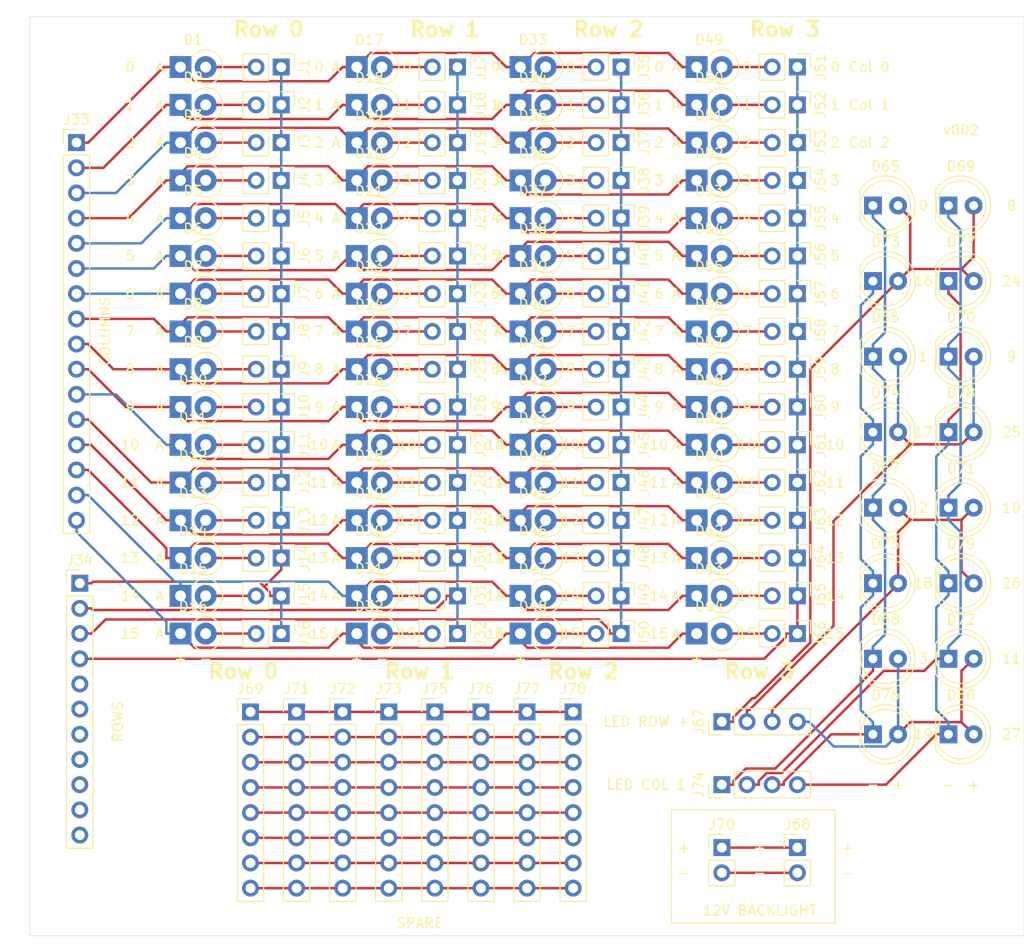
<source format=kicad_pcb>
(kicad_pcb (version 20171130) (host pcbnew "(5.1.2-1)-1")
  (layers (0 F.Cu signal) (31 B.Cu signal) (34 B.Paste user) (35 F.Paste user) (36 B.SilkS user) (37 F.SilkS user) (38 B.Mask user) (39 F.Mask user) (44 Edge.Cuts user))
  (net 0 "")
  (net 1 "Net-(D1-Pad2)")
  (net 2 /Row0)
  (net 3 "Net-(D2-Pad2)")
  (net 4 /Row1)
  (net 5 "Net-(D3-Pad2)")
  (net 6 /Row2)
  (net 7 "Net-(D4-Pad2)")
  (net 8 /Row3)
  (net 9 "Net-(D5-Pad2)")
  (net 10 /Row4)
  (net 11 "Net-(D6-Pad2)")
  (net 12 /Row5)
  (net 13 "Net-(D7-Pad2)")
  (net 14 /Row6)
  (net 15 "Net-(D8-Pad2)")
  (net 16 /Row7)
  (net 17 "Net-(D9-Pad2)")
  (net 18 /Row8)
  (net 19 "Net-(D10-Pad2)")
  (net 20 /Row9)
  (net 21 "Net-(D11-Pad2)")
  (net 22 /Row10)
  (net 23 "Net-(D12-Pad2)")
  (net 24 /Row11)
  (net 25 "Net-(D13-Pad2)")
  (net 26 /Row12)
  (net 27 "Net-(D14-Pad2)")
  (net 28 /Row13)
  (net 29 "Net-(D15-Pad2)")
  (net 30 /Row14)
  (net 31 "Net-(D16-Pad2)")
  (net 32 /Row15)
  (net 33 "Net-(D17-Pad2)")
  (net 34 "Net-(D18-Pad2)")
  (net 35 "Net-(D19-Pad2)")
  (net 36 "Net-(D20-Pad2)")
  (net 37 "Net-(D21-Pad2)")
  (net 38 "Net-(D22-Pad2)")
  (net 39 "Net-(D23-Pad2)")
  (net 40 "Net-(D24-Pad2)")
  (net 41 "Net-(D25-Pad2)")
  (net 42 "Net-(D26-Pad2)")
  (net 43 "Net-(D27-Pad2)")
  (net 44 "Net-(D28-Pad2)")
  (net 45 "Net-(D29-Pad2)")
  (net 46 "Net-(D30-Pad2)")
  (net 47 "Net-(D31-Pad2)")
  (net 48 "Net-(D32-Pad2)")
  (net 49 /Col0)
  (net 50 /Col1)
  (net 51 /Col2)
  (net 52 /Col3)
  (net 53 /Col4)
  (net 54 /Col10)
  (net 55 /Col9)
  (net 56 /Col8)
  (net 57 /Col7)
  (net 58 /Col6)
  (net 59 /Col5)
  (net 60 "Net-(D33-Pad2)")
  (net 61 "Net-(D34-Pad2)")
  (net 62 "Net-(D35-Pad2)")
  (net 63 "Net-(D36-Pad2)")
  (net 64 "Net-(D37-Pad2)")
  (net 65 "Net-(D38-Pad2)")
  (net 66 "Net-(D39-Pad2)")
  (net 67 "Net-(D40-Pad2)")
  (net 68 "Net-(D41-Pad2)")
  (net 69 "Net-(D42-Pad2)")
  (net 70 "Net-(D43-Pad2)")
  (net 71 "Net-(D44-Pad2)")
  (net 72 "Net-(D45-Pad2)")
  (net 73 "Net-(D46-Pad2)")
  (net 74 "Net-(D47-Pad2)")
  (net 75 "Net-(D48-Pad2)")
  (net 76 "Net-(D49-Pad2)")
  (net 77 "Net-(D50-Pad2)")
  (net 78 "Net-(D51-Pad2)")
  (net 79 "Net-(D52-Pad2)")
  (net 80 "Net-(D53-Pad2)")
  (net 81 "Net-(D54-Pad2)")
  (net 82 "Net-(D55-Pad2)")
  (net 83 "Net-(D56-Pad2)")
  (net 84 "Net-(D57-Pad2)")
  (net 85 "Net-(D58-Pad2)")
  (net 86 "Net-(D59-Pad2)")
  (net 87 "Net-(D60-Pad2)")
  (net 88 "Net-(D61-Pad2)")
  (net 89 "Net-(D62-Pad2)")
  (net 90 "Net-(D63-Pad2)")
  (net 91 "Net-(D64-Pad2)")
  (net 92 "Net-(D65-Pad2)")
  (net 93 "Net-(D65-Pad1)")
  (net 94 "Net-(D66-Pad2)")
  (net 95 "Net-(D67-Pad2)")
  (net 96 "Net-(D68-Pad2)")
  (net 97 "Net-(D69-Pad1)")
  (net 98 "Net-(D73-Pad1)")
  (net 99 "Net-(D77-Pad1)")
  (net 100 "Net-(J68-Pad2)")
  (net 101 "Net-(J68-Pad1)")
  (net 102 /Spare7)
  (net 103 /Spare6)
  (net 104 /Spare5)
  (net 105 /Spare4)
  (net 106 /Spare3)
  (net 107 /Spare2)
  (net 108 /Spare1)
  (net 109 /Spare0)
  (module Connector_PinHeader_2.54mm:PinHeader_1x04_P2.54mm_Vertical (layer F.Cu) (at 125.73 107.95 90)
    (fp_text reference J74 (at 0 -2.33 90) (layer F.SilkS))
    (fp_text value Conn_01x04_Female)
    (pad 4 thru_hole oval (at 0 7.62 90) (size 1.7 1.7) (drill 1) (layers *.Cu *.Mask) (net 99 "Net-(D77-Pad1)"))
    (pad 3 thru_hole oval (at 0 5.08 90) (size 1.7 1.7) (drill 1) (layers *.Cu *.Mask) (net 98 "Net-(D73-Pad1)"))
    (pad 2 thru_hole oval (at 0 2.54 90) (size 1.7 1.7) (drill 1) (layers *.Cu *.Mask) (net 97 "Net-(D69-Pad1)"))
    (pad 1 thru_hole rect (at 0 0 90) (size 1.7 1.7) (drill 1) (layers *.Cu *.Mask) (net 93 "Net-(D65-Pad1)"))
  )
  (module Connector_PinHeader_2.54mm:PinHeader_1x04_P2.54mm_Vertical (layer F.Cu) (at 125.73 101.6 90)
    (fp_text reference J67 (at 0 -2.33 90) (layer F.SilkS))
    (fp_text value Conn_01x04_Female)
    (pad 4 thru_hole oval (at 0 7.62 90) (size 1.7 1.7) (drill 1) (layers *.Cu *.Mask) (net 96 "Net-(D68-Pad2)"))
    (pad 3 thru_hole oval (at 0 5.08 90) (size 1.7 1.7) (drill 1) (layers *.Cu *.Mask) (net 95 "Net-(D67-Pad2)"))
    (pad 2 thru_hole oval (at 0 2.54 90) (size 1.7 1.7) (drill 1) (layers *.Cu *.Mask) (net 94 "Net-(D66-Pad2)"))
    (pad 1 thru_hole rect (at 0 0 90) (size 1.7 1.7) (drill 1) (layers *.Cu *.Mask) (net 92 "Net-(D65-Pad2)"))
  )
  (module LED_THT:LED_D5.0mm_IRGrey (layer F.Cu) (at 148.59 102.87)
    (fp_text reference D80 (at 1.27 -3.96) (layer F.SilkS))
    (fp_text value LD271)
    (pad 2 thru_hole circle (at 2.54 0) (size 1.8 1.8) (drill 0.9) (layers *.Cu *.Mask) (net 96 "Net-(D68-Pad2)"))
    (pad 1 thru_hole rect (at 0 0) (size 1.8 1.8) (drill 0.9) (layers *.Cu *.Mask) (net 99 "Net-(D77-Pad1)"))
  )
  (module LED_THT:LED_D5.0mm_IRGrey (layer F.Cu) (at 148.59 87.63)
    (fp_text reference D79 (at 1.27 -3.96) (layer F.SilkS))
    (fp_text value LD271)
    (pad 2 thru_hole circle (at 2.54 0) (size 1.8 1.8) (drill 0.9) (layers *.Cu *.Mask) (net 95 "Net-(D67-Pad2)"))
    (pad 1 thru_hole rect (at 0 0) (size 1.8 1.8) (drill 0.9) (layers *.Cu *.Mask) (net 99 "Net-(D77-Pad1)"))
  )
  (module LED_THT:LED_D5.0mm_IRGrey (layer F.Cu) (at 148.59 72.39)
    (fp_text reference D78 (at 1.27 -3.96) (layer F.SilkS))
    (fp_text value LD271)
    (pad 2 thru_hole circle (at 2.54 0) (size 1.8 1.8) (drill 0.9) (layers *.Cu *.Mask) (net 94 "Net-(D66-Pad2)"))
    (pad 1 thru_hole rect (at 0 0) (size 1.8 1.8) (drill 0.9) (layers *.Cu *.Mask) (net 99 "Net-(D77-Pad1)"))
  )
  (module LED_THT:LED_D5.0mm_IRGrey (layer F.Cu) (at 148.59 57.15)
    (fp_text reference D77 (at 1.27 -3.96) (layer F.SilkS))
    (fp_text value LD271)
    (pad 2 thru_hole circle (at 2.54 0) (size 1.8 1.8) (drill 0.9) (layers *.Cu *.Mask) (net 92 "Net-(D65-Pad2)"))
    (pad 1 thru_hole rect (at 0 0) (size 1.8 1.8) (drill 0.9) (layers *.Cu *.Mask) (net 99 "Net-(D77-Pad1)"))
  )
  (module LED_THT:LED_D5.0mm_IRGrey (layer F.Cu) (at 140.97 102.87)
    (fp_text reference D76 (at 1.27 -3.96) (layer F.SilkS))
    (fp_text value LD271)
    (pad 2 thru_hole circle (at 2.54 0) (size 1.8 1.8) (drill 0.9) (layers *.Cu *.Mask) (net 96 "Net-(D68-Pad2)"))
    (pad 1 thru_hole rect (at 0 0) (size 1.8 1.8) (drill 0.9) (layers *.Cu *.Mask) (net 98 "Net-(D73-Pad1)"))
  )
  (module LED_THT:LED_D5.0mm_IRGrey (layer F.Cu) (at 140.97 87.63)
    (fp_text reference D75 (at 1.27 -3.96) (layer F.SilkS))
    (fp_text value LD271)
    (pad 2 thru_hole circle (at 2.54 0) (size 1.8 1.8) (drill 0.9) (layers *.Cu *.Mask) (net 95 "Net-(D67-Pad2)"))
    (pad 1 thru_hole rect (at 0 0) (size 1.8 1.8) (drill 0.9) (layers *.Cu *.Mask) (net 98 "Net-(D73-Pad1)"))
  )
  (module LED_THT:LED_D5.0mm_IRGrey (layer F.Cu) (at 140.97 72.39)
    (fp_text reference D74 (at 1.27 -3.96) (layer F.SilkS))
    (fp_text value LD271)
    (pad 2 thru_hole circle (at 2.54 0) (size 1.8 1.8) (drill 0.9) (layers *.Cu *.Mask) (net 94 "Net-(D66-Pad2)"))
    (pad 1 thru_hole rect (at 0 0) (size 1.8 1.8) (drill 0.9) (layers *.Cu *.Mask) (net 98 "Net-(D73-Pad1)"))
  )
  (module LED_THT:LED_D5.0mm_IRGrey (layer F.Cu) (at 140.97 57.15)
    (fp_text reference D73 (at 1.27 -3.96) (layer F.SilkS))
    (fp_text value LD271)
    (pad 2 thru_hole circle (at 2.54 0) (size 1.8 1.8) (drill 0.9) (layers *.Cu *.Mask) (net 92 "Net-(D65-Pad2)"))
    (pad 1 thru_hole rect (at 0 0) (size 1.8 1.8) (drill 0.9) (layers *.Cu *.Mask) (net 98 "Net-(D73-Pad1)"))
  )
  (module LED_THT:LED_D5.0mm_IRGrey (layer F.Cu) (at 148.59 95.25)
    (fp_text reference D72 (at 1.27 -3.96) (layer F.SilkS))
    (fp_text value LD271)
    (pad 2 thru_hole circle (at 2.54 0) (size 1.8 1.8) (drill 0.9) (layers *.Cu *.Mask) (net 96 "Net-(D68-Pad2)"))
    (pad 1 thru_hole rect (at 0 0) (size 1.8 1.8) (drill 0.9) (layers *.Cu *.Mask) (net 97 "Net-(D69-Pad1)"))
  )
  (module LED_THT:LED_D5.0mm_IRGrey (layer F.Cu) (at 148.59 80.01)
    (fp_text reference D71 (at 1.27 -3.96) (layer F.SilkS))
    (fp_text value LD271)
    (pad 2 thru_hole circle (at 2.54 0) (size 1.8 1.8) (drill 0.9) (layers *.Cu *.Mask) (net 95 "Net-(D67-Pad2)"))
    (pad 1 thru_hole rect (at 0 0) (size 1.8 1.8) (drill 0.9) (layers *.Cu *.Mask) (net 97 "Net-(D69-Pad1)"))
  )
  (module LED_THT:LED_D5.0mm_IRGrey (layer F.Cu) (at 148.59 64.77)
    (fp_text reference D70 (at 1.27 -3.96) (layer F.SilkS))
    (fp_text value LD271)
    (pad 2 thru_hole circle (at 2.54 0) (size 1.8 1.8) (drill 0.9) (layers *.Cu *.Mask) (net 94 "Net-(D66-Pad2)"))
    (pad 1 thru_hole rect (at 0 0) (size 1.8 1.8) (drill 0.9) (layers *.Cu *.Mask) (net 97 "Net-(D69-Pad1)"))
  )
  (module LED_THT:LED_D5.0mm_IRGrey (layer F.Cu) (at 148.59 49.53)
    (fp_text reference D69 (at 1.27 -3.96) (layer F.SilkS))
    (fp_text value LD271)
    (pad 2 thru_hole circle (at 2.54 0) (size 1.8 1.8) (drill 0.9) (layers *.Cu *.Mask) (net 92 "Net-(D65-Pad2)"))
    (pad 1 thru_hole rect (at 0 0) (size 1.8 1.8) (drill 0.9) (layers *.Cu *.Mask) (net 97 "Net-(D69-Pad1)"))
  )
  (module LED_THT:LED_D5.0mm_IRGrey (layer F.Cu) (at 140.97 95.25)
    (fp_text reference D68 (at 1.27 -3.96) (layer F.SilkS))
    (fp_text value LD271)
    (pad 2 thru_hole circle (at 2.54 0) (size 1.8 1.8) (drill 0.9) (layers *.Cu *.Mask) (net 96 "Net-(D68-Pad2)"))
    (pad 1 thru_hole rect (at 0 0) (size 1.8 1.8) (drill 0.9) (layers *.Cu *.Mask) (net 93 "Net-(D65-Pad1)"))
  )
  (module LED_THT:LED_D5.0mm_IRGrey (layer F.Cu) (at 140.97 80.01)
    (fp_text reference D67 (at 1.27 -3.96) (layer F.SilkS))
    (fp_text value LD271)
    (pad 2 thru_hole circle (at 2.54 0) (size 1.8 1.8) (drill 0.9) (layers *.Cu *.Mask) (net 95 "Net-(D67-Pad2)"))
    (pad 1 thru_hole rect (at 0 0) (size 1.8 1.8) (drill 0.9) (layers *.Cu *.Mask) (net 93 "Net-(D65-Pad1)"))
  )
  (module LED_THT:LED_D5.0mm_IRGrey (layer F.Cu) (at 140.97 64.77)
    (fp_text reference D66 (at 1.27 -3.96) (layer F.SilkS))
    (fp_text value LD271)
    (pad 2 thru_hole circle (at 2.54 0) (size 1.8 1.8) (drill 0.9) (layers *.Cu *.Mask) (net 94 "Net-(D66-Pad2)"))
    (pad 1 thru_hole rect (at 0 0) (size 1.8 1.8) (drill 0.9) (layers *.Cu *.Mask) (net 93 "Net-(D65-Pad1)"))
  )
  (module LED_THT:LED_D5.0mm_IRGrey (layer F.Cu) (at 140.97 49.53)
    (fp_text reference D65 (at 1.27 -3.96) (layer F.SilkS))
    (fp_text value LD271)
    (pad 2 thru_hole circle (at 2.54 0) (size 1.8 1.8) (drill 0.9) (layers *.Cu *.Mask) (net 92 "Net-(D65-Pad2)"))
    (pad 1 thru_hole rect (at 0 0) (size 1.8 1.8) (drill 0.9) (layers *.Cu *.Mask) (net 93 "Net-(D65-Pad1)"))
  )
  (module MountingHole:MountingHole_3.2mm_M3 (layer F.Cu) (at 152.4 34.29)
    (fp_text reference H2 hide)
    (fp_text value " ")
    (pad 1 np_thru_hole circle (at 0 0) (size 3.2 3.2) (drill 3.2) (layers *.Cu *.Mask))
  )
  (module MountingHole:MountingHole_3.2mm_M3 (layer F.Cu) (at 151.13 119.38)
    (fp_text reference H4 hide)
    (fp_text value " ")
    (pad 1 np_thru_hole circle (at 0 0) (size 3.2 3.2) (drill 3.2) (layers *.Cu *.Mask))
  )
  (module MountingHole:MountingHole_3.2mm_M3 (layer F.Cu) (at 59.69 119.38)
    (fp_text reference H3 hide)
    (fp_text value " ")
    (pad 1 np_thru_hole circle (at 0 0) (size 3.2 3.2) (drill 3.2) (layers *.Cu *.Mask))
  )
  (module MountingHole:MountingHole_3.2mm_M3 (layer F.Cu) (at 59.69 34.29)
    (fp_text reference H1 hide)
    (fp_text value " ")
    (pad "" np_thru_hole circle (at 0 0) (size 3.2 3.2) (drill 3.2) (layers *.Cu *.Mask))
  )
  (module Connector_PinHeader_2.54mm:PinHeader_1x08_P2.54mm_Vertical (layer F.Cu) (at 110.73 100.61)
    (fp_text reference J78 (at 0 -2.33) (layer F.SilkS))
    (fp_text value Conn_01x08_Female)
    (pad 8 thru_hole oval (at 0 17.78) (size 1.7 1.7) (drill 1) (layers *.Cu *.Mask) (net 102 /Spare7))
    (pad 7 thru_hole oval (at 0 15.24) (size 1.7 1.7) (drill 1) (layers *.Cu *.Mask) (net 103 /Spare6))
    (pad 6 thru_hole oval (at 0 12.7) (size 1.7 1.7) (drill 1) (layers *.Cu *.Mask) (net 104 /Spare5))
    (pad 5 thru_hole oval (at 0 10.16) (size 1.7 1.7) (drill 1) (layers *.Cu *.Mask) (net 105 /Spare4))
    (pad 4 thru_hole oval (at 0 7.62) (size 1.7 1.7) (drill 1) (layers *.Cu *.Mask) (net 106 /Spare3))
    (pad 3 thru_hole oval (at 0 5.08) (size 1.7 1.7) (drill 1) (layers *.Cu *.Mask) (net 107 /Spare2))
    (pad 2 thru_hole oval (at 0 2.54) (size 1.7 1.7) (drill 1) (layers *.Cu *.Mask) (net 108 /Spare1))
    (pad 1 thru_hole rect (at 0 0) (size 1.7 1.7) (drill 1) (layers *.Cu *.Mask) (net 109 /Spare0))
  )
  (module Connector_PinHeader_2.54mm:PinHeader_1x08_P2.54mm_Vertical (layer F.Cu) (at 106.08 100.61)
    (fp_text reference J77 (at 0 -2.33) (layer F.SilkS))
    (fp_text value Conn_01x08_Female)
    (pad 8 thru_hole oval (at 0 17.78) (size 1.7 1.7) (drill 1) (layers *.Cu *.Mask) (net 102 /Spare7))
    (pad 7 thru_hole oval (at 0 15.24) (size 1.7 1.7) (drill 1) (layers *.Cu *.Mask) (net 103 /Spare6))
    (pad 6 thru_hole oval (at 0 12.7) (size 1.7 1.7) (drill 1) (layers *.Cu *.Mask) (net 104 /Spare5))
    (pad 5 thru_hole oval (at 0 10.16) (size 1.7 1.7) (drill 1) (layers *.Cu *.Mask) (net 105 /Spare4))
    (pad 4 thru_hole oval (at 0 7.62) (size 1.7 1.7) (drill 1) (layers *.Cu *.Mask) (net 106 /Spare3))
    (pad 3 thru_hole oval (at 0 5.08) (size 1.7 1.7) (drill 1) (layers *.Cu *.Mask) (net 107 /Spare2))
    (pad 2 thru_hole oval (at 0 2.54) (size 1.7 1.7) (drill 1) (layers *.Cu *.Mask) (net 108 /Spare1))
    (pad 1 thru_hole rect (at 0 0) (size 1.7 1.7) (drill 1) (layers *.Cu *.Mask) (net 109 /Spare0))
  )
  (module Connector_PinHeader_2.54mm:PinHeader_1x08_P2.54mm_Vertical (layer F.Cu) (at 101.43 100.61)
    (fp_text reference J76 (at 0 -2.33) (layer F.SilkS))
    (fp_text value Conn_01x08_Female)
    (pad 8 thru_hole oval (at 0 17.78) (size 1.7 1.7) (drill 1) (layers *.Cu *.Mask) (net 102 /Spare7))
    (pad 7 thru_hole oval (at 0 15.24) (size 1.7 1.7) (drill 1) (layers *.Cu *.Mask) (net 103 /Spare6))
    (pad 6 thru_hole oval (at 0 12.7) (size 1.7 1.7) (drill 1) (layers *.Cu *.Mask) (net 104 /Spare5))
    (pad 5 thru_hole oval (at 0 10.16) (size 1.7 1.7) (drill 1) (layers *.Cu *.Mask) (net 105 /Spare4))
    (pad 4 thru_hole oval (at 0 7.62) (size 1.7 1.7) (drill 1) (layers *.Cu *.Mask) (net 106 /Spare3))
    (pad 3 thru_hole oval (at 0 5.08) (size 1.7 1.7) (drill 1) (layers *.Cu *.Mask) (net 107 /Spare2))
    (pad 2 thru_hole oval (at 0 2.54) (size 1.7 1.7) (drill 1) (layers *.Cu *.Mask) (net 108 /Spare1))
    (pad 1 thru_hole rect (at 0 0) (size 1.7 1.7) (drill 1) (layers *.Cu *.Mask) (net 109 /Spare0))
  )
  (module Connector_PinHeader_2.54mm:PinHeader_1x08_P2.54mm_Vertical (layer F.Cu) (at 96.78 100.61)
    (fp_text reference J75 (at 0 -2.33) (layer F.SilkS))
    (fp_text value Conn_01x08_Female)
    (pad 8 thru_hole oval (at 0 17.78) (size 1.7 1.7) (drill 1) (layers *.Cu *.Mask) (net 102 /Spare7))
    (pad 7 thru_hole oval (at 0 15.24) (size 1.7 1.7) (drill 1) (layers *.Cu *.Mask) (net 103 /Spare6))
    (pad 6 thru_hole oval (at 0 12.7) (size 1.7 1.7) (drill 1) (layers *.Cu *.Mask) (net 104 /Spare5))
    (pad 5 thru_hole oval (at 0 10.16) (size 1.7 1.7) (drill 1) (layers *.Cu *.Mask) (net 105 /Spare4))
    (pad 4 thru_hole oval (at 0 7.62) (size 1.7 1.7) (drill 1) (layers *.Cu *.Mask) (net 106 /Spare3))
    (pad 3 thru_hole oval (at 0 5.08) (size 1.7 1.7) (drill 1) (layers *.Cu *.Mask) (net 107 /Spare2))
    (pad 2 thru_hole oval (at 0 2.54) (size 1.7 1.7) (drill 1) (layers *.Cu *.Mask) (net 108 /Spare1))
    (pad 1 thru_hole rect (at 0 0) (size 1.7 1.7) (drill 1) (layers *.Cu *.Mask) (net 109 /Spare0))
  )
  (module Connector_PinHeader_2.54mm:PinHeader_1x08_P2.54mm_Vertical (layer F.Cu) (at 92.13 100.61)
    (fp_text reference J73 (at 0 -2.33) (layer F.SilkS))
    (fp_text value Conn_01x08_Female)
    (pad 8 thru_hole oval (at 0 17.78) (size 1.7 1.7) (drill 1) (layers *.Cu *.Mask) (net 102 /Spare7))
    (pad 7 thru_hole oval (at 0 15.24) (size 1.7 1.7) (drill 1) (layers *.Cu *.Mask) (net 103 /Spare6))
    (pad 6 thru_hole oval (at 0 12.7) (size 1.7 1.7) (drill 1) (layers *.Cu *.Mask) (net 104 /Spare5))
    (pad 5 thru_hole oval (at 0 10.16) (size 1.7 1.7) (drill 1) (layers *.Cu *.Mask) (net 105 /Spare4))
    (pad 4 thru_hole oval (at 0 7.62) (size 1.7 1.7) (drill 1) (layers *.Cu *.Mask) (net 106 /Spare3))
    (pad 3 thru_hole oval (at 0 5.08) (size 1.7 1.7) (drill 1) (layers *.Cu *.Mask) (net 107 /Spare2))
    (pad 2 thru_hole oval (at 0 2.54) (size 1.7 1.7) (drill 1) (layers *.Cu *.Mask) (net 108 /Spare1))
    (pad 1 thru_hole rect (at 0 0) (size 1.7 1.7) (drill 1) (layers *.Cu *.Mask) (net 109 /Spare0))
  )
  (module Connector_PinHeader_2.54mm:PinHeader_1x08_P2.54mm_Vertical (layer F.Cu) (at 87.48 100.61)
    (fp_text reference J72 (at 0 -2.33) (layer F.SilkS))
    (fp_text value Conn_01x08_Female)
    (pad 8 thru_hole oval (at 0 17.78) (size 1.7 1.7) (drill 1) (layers *.Cu *.Mask) (net 102 /Spare7))
    (pad 7 thru_hole oval (at 0 15.24) (size 1.7 1.7) (drill 1) (layers *.Cu *.Mask) (net 103 /Spare6))
    (pad 6 thru_hole oval (at 0 12.7) (size 1.7 1.7) (drill 1) (layers *.Cu *.Mask) (net 104 /Spare5))
    (pad 5 thru_hole oval (at 0 10.16) (size 1.7 1.7) (drill 1) (layers *.Cu *.Mask) (net 105 /Spare4))
    (pad 4 thru_hole oval (at 0 7.62) (size 1.7 1.7) (drill 1) (layers *.Cu *.Mask) (net 106 /Spare3))
    (pad 3 thru_hole oval (at 0 5.08) (size 1.7 1.7) (drill 1) (layers *.Cu *.Mask) (net 107 /Spare2))
    (pad 2 thru_hole oval (at 0 2.54) (size 1.7 1.7) (drill 1) (layers *.Cu *.Mask) (net 108 /Spare1))
    (pad 1 thru_hole rect (at 0 0) (size 1.7 1.7) (drill 1) (layers *.Cu *.Mask) (net 109 /Spare0))
  )
  (module Connector_PinHeader_2.54mm:PinHeader_1x08_P2.54mm_Vertical (layer F.Cu) (at 82.83 100.61)
    (fp_text reference J71 (at 0 -2.33) (layer F.SilkS))
    (fp_text value Conn_01x08_Female)
    (pad 8 thru_hole oval (at 0 17.78) (size 1.7 1.7) (drill 1) (layers *.Cu *.Mask) (net 102 /Spare7))
    (pad 7 thru_hole oval (at 0 15.24) (size 1.7 1.7) (drill 1) (layers *.Cu *.Mask) (net 103 /Spare6))
    (pad 6 thru_hole oval (at 0 12.7) (size 1.7 1.7) (drill 1) (layers *.Cu *.Mask) (net 104 /Spare5))
    (pad 5 thru_hole oval (at 0 10.16) (size 1.7 1.7) (drill 1) (layers *.Cu *.Mask) (net 105 /Spare4))
    (pad 4 thru_hole oval (at 0 7.62) (size 1.7 1.7) (drill 1) (layers *.Cu *.Mask) (net 106 /Spare3))
    (pad 3 thru_hole oval (at 0 5.08) (size 1.7 1.7) (drill 1) (layers *.Cu *.Mask) (net 107 /Spare2))
    (pad 2 thru_hole oval (at 0 2.54) (size 1.7 1.7) (drill 1) (layers *.Cu *.Mask) (net 108 /Spare1))
    (pad 1 thru_hole rect (at 0 0) (size 1.7 1.7) (drill 1) (layers *.Cu *.Mask) (net 109 /Spare0))
  )
  (module Connector_PinHeader_2.54mm:PinHeader_1x02_P2.54mm_Vertical (layer F.Cu) (at 125.73 114.3)
    (fp_text reference J70 (at 0 -2.33) (layer F.SilkS))
    (fp_text value Conn_01x02_Male)
    (pad 2 thru_hole oval (at 0 2.54) (size 1.7 1.7) (drill 1) (layers *.Cu *.Mask) (net 100 "Net-(J68-Pad2)"))
    (pad 1 thru_hole rect (at 0 0) (size 1.7 1.7) (drill 1) (layers *.Cu *.Mask) (net 101 "Net-(J68-Pad1)"))
  )
  (module Connector_PinHeader_2.54mm:PinHeader_1x08_P2.54mm_Vertical (layer F.Cu) (at 78.18 100.61)
    (fp_text reference J69 (at 0 -2.33) (layer F.SilkS))
    (fp_text value Conn_01x08_Female)
    (pad 8 thru_hole oval (at 0 17.78) (size 1.7 1.7) (drill 1) (layers *.Cu *.Mask) (net 102 /Spare7))
    (pad 7 thru_hole oval (at 0 15.24) (size 1.7 1.7) (drill 1) (layers *.Cu *.Mask) (net 103 /Spare6))
    (pad 6 thru_hole oval (at 0 12.7) (size 1.7 1.7) (drill 1) (layers *.Cu *.Mask) (net 104 /Spare5))
    (pad 5 thru_hole oval (at 0 10.16) (size 1.7 1.7) (drill 1) (layers *.Cu *.Mask) (net 105 /Spare4))
    (pad 4 thru_hole oval (at 0 7.62) (size 1.7 1.7) (drill 1) (layers *.Cu *.Mask) (net 106 /Spare3))
    (pad 3 thru_hole oval (at 0 5.08) (size 1.7 1.7) (drill 1) (layers *.Cu *.Mask) (net 107 /Spare2))
    (pad 2 thru_hole oval (at 0 2.54) (size 1.7 1.7) (drill 1) (layers *.Cu *.Mask) (net 108 /Spare1))
    (pad 1 thru_hole rect (at 0 0) (size 1.7 1.7) (drill 1) (layers *.Cu *.Mask) (net 109 /Spare0))
  )
  (module Connector_PinHeader_2.54mm:PinHeader_1x02_P2.54mm_Vertical (layer F.Cu) (at 133.35 114.3)
    (fp_text reference J68 (at 0 -2.33) (layer F.SilkS))
    (fp_text value Conn_01x02_Male)
    (pad 2 thru_hole oval (at 0 2.54) (size 1.7 1.7) (drill 1) (layers *.Cu *.Mask) (net 100 "Net-(J68-Pad2)"))
    (pad 1 thru_hole rect (at 0 0) (size 1.7 1.7) (drill 1) (layers *.Cu *.Mask) (net 101 "Net-(J68-Pad1)"))
  )
  (module Connector_PinHeader_2.54mm:PinHeader_1x02_P2.54mm_Vertical (layer F.Cu) (at 133.35 92.71 270)
    (fp_text reference J66 (at 0 -2.33 90) (layer F.SilkS))
    (fp_text value Conn_01x02_Male)
    (pad 2 thru_hole oval (at 0 2.54 270) (size 1.7 1.7) (drill 1) (layers *.Cu *.Mask) (net 91 "Net-(D64-Pad2)"))
    (pad 1 thru_hole rect (at 0 0 270) (size 1.7 1.7) (drill 1) (layers *.Cu *.Mask) (net 52 /Col3))
  )
  (module Connector_PinHeader_2.54mm:PinHeader_1x02_P2.54mm_Vertical (layer F.Cu) (at 133.35 88.9 270)
    (fp_text reference J65 (at 0 -2.33 90) (layer F.SilkS))
    (fp_text value Conn_01x02_Male)
    (pad 2 thru_hole oval (at 0 2.54 270) (size 1.7 1.7) (drill 1) (layers *.Cu *.Mask) (net 90 "Net-(D63-Pad2)"))
    (pad 1 thru_hole rect (at 0 0 270) (size 1.7 1.7) (drill 1) (layers *.Cu *.Mask) (net 52 /Col3))
  )
  (module Connector_PinHeader_2.54mm:PinHeader_1x02_P2.54mm_Vertical (layer F.Cu) (at 133.35 85.09 270)
    (fp_text reference J64 (at 0 -2.33 90) (layer F.SilkS))
    (fp_text value Conn_01x02_Male)
    (pad 2 thru_hole oval (at 0 2.54 270) (size 1.7 1.7) (drill 1) (layers *.Cu *.Mask) (net 89 "Net-(D62-Pad2)"))
    (pad 1 thru_hole rect (at 0 0 270) (size 1.7 1.7) (drill 1) (layers *.Cu *.Mask) (net 52 /Col3))
  )
  (module Connector_PinHeader_2.54mm:PinHeader_1x02_P2.54mm_Vertical (layer F.Cu) (at 133.35 81.28 270)
    (fp_text reference J63 (at 0 -2.33 90) (layer F.SilkS))
    (fp_text value Conn_01x02_Male)
    (pad 2 thru_hole oval (at 0 2.54 270) (size 1.7 1.7) (drill 1) (layers *.Cu *.Mask) (net 88 "Net-(D61-Pad2)"))
    (pad 1 thru_hole rect (at 0 0 270) (size 1.7 1.7) (drill 1) (layers *.Cu *.Mask) (net 52 /Col3))
  )
  (module Connector_PinHeader_2.54mm:PinHeader_1x02_P2.54mm_Vertical (layer F.Cu) (at 133.35 77.47 270)
    (fp_text reference J62 (at 0 -2.33 90) (layer F.SilkS))
    (fp_text value Conn_01x02_Male)
    (pad 2 thru_hole oval (at 0 2.54 270) (size 1.7 1.7) (drill 1) (layers *.Cu *.Mask) (net 87 "Net-(D60-Pad2)"))
    (pad 1 thru_hole rect (at 0 0 270) (size 1.7 1.7) (drill 1) (layers *.Cu *.Mask) (net 52 /Col3))
  )
  (module Connector_PinHeader_2.54mm:PinHeader_1x02_P2.54mm_Vertical (layer F.Cu) (at 133.35 73.66 270)
    (fp_text reference J61 (at 0 -2.33 90) (layer F.SilkS))
    (fp_text value Conn_01x02_Male)
    (pad 2 thru_hole oval (at 0 2.54 270) (size 1.7 1.7) (drill 1) (layers *.Cu *.Mask) (net 86 "Net-(D59-Pad2)"))
    (pad 1 thru_hole rect (at 0 0 270) (size 1.7 1.7) (drill 1) (layers *.Cu *.Mask) (net 52 /Col3))
  )
  (module Connector_PinHeader_2.54mm:PinHeader_1x02_P2.54mm_Vertical (layer F.Cu) (at 133.35 69.85 270)
    (fp_text reference J60 (at 0 -2.33 90) (layer F.SilkS))
    (fp_text value Conn_01x02_Male)
    (pad 2 thru_hole oval (at 0 2.54 270) (size 1.7 1.7) (drill 1) (layers *.Cu *.Mask) (net 85 "Net-(D58-Pad2)"))
    (pad 1 thru_hole rect (at 0 0 270) (size 1.7 1.7) (drill 1) (layers *.Cu *.Mask) (net 52 /Col3))
  )
  (module Connector_PinHeader_2.54mm:PinHeader_1x02_P2.54mm_Vertical (layer F.Cu) (at 133.35 66.04 270)
    (fp_text reference J59 (at 0 -2.33 90) (layer F.SilkS))
    (fp_text value Conn_01x02_Male)
    (pad 2 thru_hole oval (at 0 2.54 270) (size 1.7 1.7) (drill 1) (layers *.Cu *.Mask) (net 84 "Net-(D57-Pad2)"))
    (pad 1 thru_hole rect (at 0 0 270) (size 1.7 1.7) (drill 1) (layers *.Cu *.Mask) (net 52 /Col3))
  )
  (module Connector_PinHeader_2.54mm:PinHeader_1x02_P2.54mm_Vertical (layer F.Cu) (at 133.35 62.23 270)
    (fp_text reference J58 (at 0 -2.33 90) (layer F.SilkS))
    (fp_text value Conn_01x02_Male)
    (pad 2 thru_hole oval (at 0 2.54 270) (size 1.7 1.7) (drill 1) (layers *.Cu *.Mask) (net 83 "Net-(D56-Pad2)"))
    (pad 1 thru_hole rect (at 0 0 270) (size 1.7 1.7) (drill 1) (layers *.Cu *.Mask) (net 52 /Col3))
  )
  (module Connector_PinHeader_2.54mm:PinHeader_1x02_P2.54mm_Vertical (layer F.Cu) (at 133.35 58.42 270)
    (fp_text reference J57 (at 0 -2.33 90) (layer F.SilkS))
    (fp_text value Conn_01x02_Male)
    (pad 2 thru_hole oval (at 0 2.54 270) (size 1.7 1.7) (drill 1) (layers *.Cu *.Mask) (net 82 "Net-(D55-Pad2)"))
    (pad 1 thru_hole rect (at 0 0 270) (size 1.7 1.7) (drill 1) (layers *.Cu *.Mask) (net 52 /Col3))
  )
  (module Connector_PinHeader_2.54mm:PinHeader_1x02_P2.54mm_Vertical (layer F.Cu) (at 133.35 54.61 270)
    (fp_text reference J56 (at 0 -2.33 90) (layer F.SilkS))
    (fp_text value Conn_01x02_Male)
    (pad 2 thru_hole oval (at 0 2.54 270) (size 1.7 1.7) (drill 1) (layers *.Cu *.Mask) (net 81 "Net-(D54-Pad2)"))
    (pad 1 thru_hole rect (at 0 0 270) (size 1.7 1.7) (drill 1) (layers *.Cu *.Mask) (net 52 /Col3))
  )
  (module Connector_PinHeader_2.54mm:PinHeader_1x02_P2.54mm_Vertical (layer F.Cu) (at 133.35 50.8 270)
    (fp_text reference J55 (at 0 -2.33 90) (layer F.SilkS))
    (fp_text value Conn_01x02_Male)
    (pad 2 thru_hole oval (at 0 2.54 270) (size 1.7 1.7) (drill 1) (layers *.Cu *.Mask) (net 80 "Net-(D53-Pad2)"))
    (pad 1 thru_hole rect (at 0 0 270) (size 1.7 1.7) (drill 1) (layers *.Cu *.Mask) (net 52 /Col3))
  )
  (module Connector_PinHeader_2.54mm:PinHeader_1x02_P2.54mm_Vertical (layer F.Cu) (at 133.35 46.99 270)
    (fp_text reference J54 (at 0 -2.33 90) (layer F.SilkS))
    (fp_text value Conn_01x02_Male)
    (pad 2 thru_hole oval (at 0 2.54 270) (size 1.7 1.7) (drill 1) (layers *.Cu *.Mask) (net 79 "Net-(D52-Pad2)"))
    (pad 1 thru_hole rect (at 0 0 270) (size 1.7 1.7) (drill 1) (layers *.Cu *.Mask) (net 52 /Col3))
  )
  (module Connector_PinHeader_2.54mm:PinHeader_1x02_P2.54mm_Vertical (layer F.Cu) (at 133.35 43.18 270)
    (fp_text reference J53 (at 0 -2.33 90) (layer F.SilkS))
    (fp_text value Conn_01x02_Male)
    (pad 2 thru_hole oval (at 0 2.54 270) (size 1.7 1.7) (drill 1) (layers *.Cu *.Mask) (net 78 "Net-(D51-Pad2)"))
    (pad 1 thru_hole rect (at 0 0 270) (size 1.7 1.7) (drill 1) (layers *.Cu *.Mask) (net 52 /Col3))
  )
  (module Connector_PinHeader_2.54mm:PinHeader_1x02_P2.54mm_Vertical (layer F.Cu) (at 133.35 39.37 270)
    (fp_text reference J52 (at 0 -2.33 90) (layer F.SilkS))
    (fp_text value Conn_01x02_Male)
    (pad 2 thru_hole oval (at 0 2.54 270) (size 1.7 1.7) (drill 1) (layers *.Cu *.Mask) (net 77 "Net-(D50-Pad2)"))
    (pad 1 thru_hole rect (at 0 0 270) (size 1.7 1.7) (drill 1) (layers *.Cu *.Mask) (net 52 /Col3))
  )
  (module Connector_PinHeader_2.54mm:PinHeader_1x02_P2.54mm_Vertical (layer F.Cu) (at 133.35 35.56 270)
    (fp_text reference J51 (at 0 -2.33 90) (layer F.SilkS))
    (fp_text value Conn_01x02_Male)
    (pad 2 thru_hole oval (at 0 2.54 270) (size 1.7 1.7) (drill 1) (layers *.Cu *.Mask) (net 76 "Net-(D49-Pad2)"))
    (pad 1 thru_hole rect (at 0 0 270) (size 1.7 1.7) (drill 1) (layers *.Cu *.Mask) (net 52 /Col3))
  )
  (module Diode_THT:D_DO-41_SOD81_P2.54mm_Vertical_KathodeUp (layer F.Cu) (at 123.19 92.71)
    (fp_text reference D64 (at 1.27 -2.750635) (layer F.SilkS))
    (fp_text value DIODE)
    (fp_text user A (at -2.1 0) (layer F.SilkS))
    (pad 2 thru_hole oval (at 2.54 0) (size 2.2 2.2) (drill 1.1) (layers *.Cu *.Mask) (net 91 "Net-(D64-Pad2)"))
    (pad 1 thru_hole rect (at 0 0) (size 2.2 2.2) (drill 1.1) (layers *.Cu *.Mask) (net 32 /Row15))
  )
  (module Diode_THT:D_DO-41_SOD81_P2.54mm_Vertical_KathodeUp (layer F.Cu) (at 123.19 88.9)
    (fp_text reference D63 (at 1.27 -2.750635) (layer F.SilkS))
    (fp_text value DIODE)
    (fp_text user A (at -2.1 0) (layer F.SilkS))
    (pad 2 thru_hole oval (at 2.54 0) (size 2.2 2.2) (drill 1.1) (layers *.Cu *.Mask) (net 90 "Net-(D63-Pad2)"))
    (pad 1 thru_hole rect (at 0 0) (size 2.2 2.2) (drill 1.1) (layers *.Cu *.Mask) (net 30 /Row14))
  )
  (module Diode_THT:D_DO-41_SOD81_P2.54mm_Vertical_KathodeUp (layer F.Cu) (at 123.19 85.09)
    (fp_text reference D62 (at 1.27 -2.750635) (layer F.SilkS))
    (fp_text value DIODE)
    (fp_text user A (at -2.1 0) (layer F.SilkS))
    (pad 2 thru_hole oval (at 2.54 0) (size 2.2 2.2) (drill 1.1) (layers *.Cu *.Mask) (net 89 "Net-(D62-Pad2)"))
    (pad 1 thru_hole rect (at 0 0) (size 2.2 2.2) (drill 1.1) (layers *.Cu *.Mask) (net 28 /Row13))
  )
  (module Diode_THT:D_DO-41_SOD81_P2.54mm_Vertical_KathodeUp (layer F.Cu) (at 123.19 81.28)
    (fp_text reference D61 (at 1.27 -2.750635) (layer F.SilkS))
    (fp_text value DIODE)
    (fp_text user A (at -2.1 0) (layer F.SilkS))
    (pad 2 thru_hole oval (at 2.54 0) (size 2.2 2.2) (drill 1.1) (layers *.Cu *.Mask) (net 88 "Net-(D61-Pad2)"))
    (pad 1 thru_hole rect (at 0 0) (size 2.2 2.2) (drill 1.1) (layers *.Cu *.Mask) (net 26 /Row12))
  )
  (module Diode_THT:D_DO-41_SOD81_P2.54mm_Vertical_KathodeUp (layer F.Cu) (at 123.19 77.47)
    (fp_text reference D60 (at 1.27 -2.750635) (layer F.SilkS))
    (fp_text value DIODE)
    (fp_text user A (at -2.1 0) (layer F.SilkS))
    (pad 2 thru_hole oval (at 2.54 0) (size 2.2 2.2) (drill 1.1) (layers *.Cu *.Mask) (net 87 "Net-(D60-Pad2)"))
    (pad 1 thru_hole rect (at 0 0) (size 2.2 2.2) (drill 1.1) (layers *.Cu *.Mask) (net 24 /Row11))
  )
  (module Diode_THT:D_DO-41_SOD81_P2.54mm_Vertical_KathodeUp (layer F.Cu) (at 123.19 73.66)
    (fp_text reference D59 (at 1.27 -2.750635) (layer F.SilkS))
    (fp_text value DIODE)
    (fp_text user A (at -2.1 0) (layer F.SilkS))
    (pad 2 thru_hole oval (at 2.54 0) (size 2.2 2.2) (drill 1.1) (layers *.Cu *.Mask) (net 86 "Net-(D59-Pad2)"))
    (pad 1 thru_hole rect (at 0 0) (size 2.2 2.2) (drill 1.1) (layers *.Cu *.Mask) (net 22 /Row10))
  )
  (module Diode_THT:D_DO-41_SOD81_P2.54mm_Vertical_KathodeUp (layer F.Cu) (at 123.19 69.85)
    (fp_text reference D58 (at 1.27 -2.750635) (layer F.SilkS))
    (fp_text value DIODE)
    (fp_text user A (at -2.1 0) (layer F.SilkS))
    (pad 2 thru_hole oval (at 2.54 0) (size 2.2 2.2) (drill 1.1) (layers *.Cu *.Mask) (net 85 "Net-(D58-Pad2)"))
    (pad 1 thru_hole rect (at 0 0) (size 2.2 2.2) (drill 1.1) (layers *.Cu *.Mask) (net 20 /Row9))
  )
  (module Diode_THT:D_DO-41_SOD81_P2.54mm_Vertical_KathodeUp (layer F.Cu) (at 123.19 66.04)
    (fp_text reference D57 (at 1.27 -2.750635) (layer F.SilkS))
    (fp_text value DIODE)
    (fp_text user A (at -2.1 0) (layer F.SilkS))
    (pad 2 thru_hole oval (at 2.54 0) (size 2.2 2.2) (drill 1.1) (layers *.Cu *.Mask) (net 84 "Net-(D57-Pad2)"))
    (pad 1 thru_hole rect (at 0 0) (size 2.2 2.2) (drill 1.1) (layers *.Cu *.Mask) (net 18 /Row8))
  )
  (module Diode_THT:D_DO-41_SOD81_P2.54mm_Vertical_KathodeUp (layer F.Cu) (at 123.19 62.23)
    (fp_text reference D56 (at 1.27 -2.750635) (layer F.SilkS))
    (fp_text value DIODE)
    (fp_text user A (at -2.1 0) (layer F.SilkS))
    (pad 2 thru_hole oval (at 2.54 0) (size 2.2 2.2) (drill 1.1) (layers *.Cu *.Mask) (net 83 "Net-(D56-Pad2)"))
    (pad 1 thru_hole rect (at 0 0) (size 2.2 2.2) (drill 1.1) (layers *.Cu *.Mask) (net 16 /Row7))
  )
  (module Diode_THT:D_DO-41_SOD81_P2.54mm_Vertical_KathodeUp (layer F.Cu) (at 123.19 58.42)
    (fp_text reference D55 (at 1.27 -2.750635) (layer F.SilkS))
    (fp_text value DIODE)
    (fp_text user A (at -2.1 0) (layer F.SilkS))
    (pad 2 thru_hole oval (at 2.54 0) (size 2.2 2.2) (drill 1.1) (layers *.Cu *.Mask) (net 82 "Net-(D55-Pad2)"))
    (pad 1 thru_hole rect (at 0 0) (size 2.2 2.2) (drill 1.1) (layers *.Cu *.Mask) (net 14 /Row6))
  )
  (module Diode_THT:D_DO-41_SOD81_P2.54mm_Vertical_KathodeUp (layer F.Cu) (at 123.19 54.61)
    (fp_text reference D54 (at 1.27 -2.750635) (layer F.SilkS))
    (fp_text value DIODE)
    (fp_text user A (at -2.1 0) (layer F.SilkS))
    (pad 2 thru_hole oval (at 2.54 0) (size 2.2 2.2) (drill 1.1) (layers *.Cu *.Mask) (net 81 "Net-(D54-Pad2)"))
    (pad 1 thru_hole rect (at 0 0) (size 2.2 2.2) (drill 1.1) (layers *.Cu *.Mask) (net 12 /Row5))
  )
  (module Diode_THT:D_DO-41_SOD81_P2.54mm_Vertical_KathodeUp (layer F.Cu) (at 123.19 50.8)
    (fp_text reference D53 (at 1.27 -2.750635) (layer F.SilkS))
    (fp_text value DIODE)
    (fp_text user A (at -2.1 0) (layer F.SilkS))
    (pad 2 thru_hole oval (at 2.54 0) (size 2.2 2.2) (drill 1.1) (layers *.Cu *.Mask) (net 80 "Net-(D53-Pad2)"))
    (pad 1 thru_hole rect (at 0 0) (size 2.2 2.2) (drill 1.1) (layers *.Cu *.Mask) (net 10 /Row4))
  )
  (module Diode_THT:D_DO-41_SOD81_P2.54mm_Vertical_KathodeUp (layer F.Cu) (at 123.19 46.99)
    (fp_text reference D52 (at 1.27 -2.750635) (layer F.SilkS))
    (fp_text value DIODE)
    (fp_text user A (at -2.1 0) (layer F.SilkS))
    (pad 2 thru_hole oval (at 2.54 0) (size 2.2 2.2) (drill 1.1) (layers *.Cu *.Mask) (net 79 "Net-(D52-Pad2)"))
    (pad 1 thru_hole rect (at 0 0) (size 2.2 2.2) (drill 1.1) (layers *.Cu *.Mask) (net 8 /Row3))
  )
  (module Diode_THT:D_DO-41_SOD81_P2.54mm_Vertical_KathodeUp (layer F.Cu) (at 123.19 43.18)
    (fp_text reference D51 (at 1.27 -2.750635) (layer F.SilkS))
    (fp_text value DIODE)
    (fp_text user A (at -2.1 0) (layer F.SilkS))
    (pad 2 thru_hole oval (at 2.54 0) (size 2.2 2.2) (drill 1.1) (layers *.Cu *.Mask) (net 78 "Net-(D51-Pad2)"))
    (pad 1 thru_hole rect (at 0 0) (size 2.2 2.2) (drill 1.1) (layers *.Cu *.Mask) (net 6 /Row2))
  )
  (module Diode_THT:D_DO-41_SOD81_P2.54mm_Vertical_KathodeUp (layer F.Cu) (at 123.19 39.37)
    (fp_text reference D50 (at 1.27 -2.750635) (layer F.SilkS))
    (fp_text value DIODE)
    (fp_text user A (at -2.1 0) (layer F.SilkS))
    (pad 2 thru_hole oval (at 2.54 0) (size 2.2 2.2) (drill 1.1) (layers *.Cu *.Mask) (net 77 "Net-(D50-Pad2)"))
    (pad 1 thru_hole rect (at 0 0) (size 2.2 2.2) (drill 1.1) (layers *.Cu *.Mask) (net 4 /Row1))
  )
  (module Diode_THT:D_DO-41_SOD81_P2.54mm_Vertical_KathodeUp (layer F.Cu) (at 123.19 35.56)
    (fp_text reference D49 (at 1.27 -2.750635) (layer F.SilkS))
    (fp_text value DIODE)
    (fp_text user A (at -2.1 0) (layer F.SilkS))
    (pad 2 thru_hole oval (at 2.54 0) (size 2.2 2.2) (drill 1.1) (layers *.Cu *.Mask) (net 76 "Net-(D49-Pad2)"))
    (pad 1 thru_hole rect (at 0 0) (size 2.2 2.2) (drill 1.1) (layers *.Cu *.Mask) (net 2 /Row0))
  )
  (module Connector_PinHeader_2.54mm:PinHeader_1x02_P2.54mm_Vertical (layer F.Cu) (at 115.57 92.71 270)
    (fp_text reference J50 (at 0 -2.33 90) (layer F.SilkS))
    (fp_text value Conn_01x02_Male)
    (pad 2 thru_hole oval (at 0 2.54 270) (size 1.7 1.7) (drill 1) (layers *.Cu *.Mask) (net 75 "Net-(D48-Pad2)"))
    (pad 1 thru_hole rect (at 0 0 270) (size 1.7 1.7) (drill 1) (layers *.Cu *.Mask) (net 51 /Col2))
  )
  (module Connector_PinHeader_2.54mm:PinHeader_1x02_P2.54mm_Vertical (layer F.Cu) (at 115.57 88.9 270)
    (fp_text reference J49 (at 0 -2.33 90) (layer F.SilkS))
    (fp_text value Conn_01x02_Male)
    (pad 2 thru_hole oval (at 0 2.54 270) (size 1.7 1.7) (drill 1) (layers *.Cu *.Mask) (net 74 "Net-(D47-Pad2)"))
    (pad 1 thru_hole rect (at 0 0 270) (size 1.7 1.7) (drill 1) (layers *.Cu *.Mask) (net 51 /Col2))
  )
  (module Connector_PinHeader_2.54mm:PinHeader_1x02_P2.54mm_Vertical (layer F.Cu) (at 115.57 85.09 270)
    (fp_text reference J48 (at 0 -2.33 90) (layer F.SilkS))
    (fp_text value Conn_01x02_Male)
    (pad 2 thru_hole oval (at 0 2.54 270) (size 1.7 1.7) (drill 1) (layers *.Cu *.Mask) (net 73 "Net-(D46-Pad2)"))
    (pad 1 thru_hole rect (at 0 0 270) (size 1.7 1.7) (drill 1) (layers *.Cu *.Mask) (net 51 /Col2))
  )
  (module Connector_PinHeader_2.54mm:PinHeader_1x02_P2.54mm_Vertical (layer F.Cu) (at 115.57 81.28 270)
    (fp_text reference J47 (at 0 -2.33 90) (layer F.SilkS))
    (fp_text value Conn_01x02_Male)
    (pad 2 thru_hole oval (at 0 2.54 270) (size 1.7 1.7) (drill 1) (layers *.Cu *.Mask) (net 72 "Net-(D45-Pad2)"))
    (pad 1 thru_hole rect (at 0 0 270) (size 1.7 1.7) (drill 1) (layers *.Cu *.Mask) (net 51 /Col2))
  )
  (module Connector_PinHeader_2.54mm:PinHeader_1x02_P2.54mm_Vertical (layer F.Cu) (at 115.57 77.47 270)
    (fp_text reference J46 (at 0 -2.33 90) (layer F.SilkS))
    (fp_text value Conn_01x02_Male)
    (pad 2 thru_hole oval (at 0 2.54 270) (size 1.7 1.7) (drill 1) (layers *.Cu *.Mask) (net 71 "Net-(D44-Pad2)"))
    (pad 1 thru_hole rect (at 0 0 270) (size 1.7 1.7) (drill 1) (layers *.Cu *.Mask) (net 51 /Col2))
  )
  (module Connector_PinHeader_2.54mm:PinHeader_1x02_P2.54mm_Vertical (layer F.Cu) (at 115.57 73.66 270)
    (fp_text reference J45 (at 0 -2.33 90) (layer F.SilkS))
    (fp_text value Conn_01x02_Male)
    (pad 2 thru_hole oval (at 0 2.54 270) (size 1.7 1.7) (drill 1) (layers *.Cu *.Mask) (net 70 "Net-(D43-Pad2)"))
    (pad 1 thru_hole rect (at 0 0 270) (size 1.7 1.7) (drill 1) (layers *.Cu *.Mask) (net 51 /Col2))
  )
  (module Connector_PinHeader_2.54mm:PinHeader_1x02_P2.54mm_Vertical (layer F.Cu) (at 115.57 69.85 270)
    (fp_text reference J44 (at 0 -2.33 90) (layer F.SilkS))
    (fp_text value Conn_01x02_Male)
    (pad 2 thru_hole oval (at 0 2.54 270) (size 1.7 1.7) (drill 1) (layers *.Cu *.Mask) (net 69 "Net-(D42-Pad2)"))
    (pad 1 thru_hole rect (at 0 0 270) (size 1.7 1.7) (drill 1) (layers *.Cu *.Mask) (net 51 /Col2))
  )
  (module Connector_PinHeader_2.54mm:PinHeader_1x02_P2.54mm_Vertical (layer F.Cu) (at 115.57 66.04 270)
    (fp_text reference J43 (at 0 -2.33 90) (layer F.SilkS))
    (fp_text value Conn_01x02_Male)
    (pad 2 thru_hole oval (at 0 2.54 270) (size 1.7 1.7) (drill 1) (layers *.Cu *.Mask) (net 68 "Net-(D41-Pad2)"))
    (pad 1 thru_hole rect (at 0 0 270) (size 1.7 1.7) (drill 1) (layers *.Cu *.Mask) (net 51 /Col2))
  )
  (module Connector_PinHeader_2.54mm:PinHeader_1x02_P2.54mm_Vertical (layer F.Cu) (at 115.57 62.23 270)
    (fp_text reference J42 (at 0 -2.33 90) (layer F.SilkS))
    (fp_text value Conn_01x02_Male)
    (pad 2 thru_hole oval (at 0 2.54 270) (size 1.7 1.7) (drill 1) (layers *.Cu *.Mask) (net 67 "Net-(D40-Pad2)"))
    (pad 1 thru_hole rect (at 0 0 270) (size 1.7 1.7) (drill 1) (layers *.Cu *.Mask) (net 51 /Col2))
  )
  (module Connector_PinHeader_2.54mm:PinHeader_1x02_P2.54mm_Vertical (layer F.Cu) (at 115.57 58.42 270)
    (fp_text reference J41 (at 0 -2.33 90) (layer F.SilkS))
    (fp_text value Conn_01x02_Male)
    (pad 2 thru_hole oval (at 0 2.54 270) (size 1.7 1.7) (drill 1) (layers *.Cu *.Mask) (net 66 "Net-(D39-Pad2)"))
    (pad 1 thru_hole rect (at 0 0 270) (size 1.7 1.7) (drill 1) (layers *.Cu *.Mask) (net 51 /Col2))
  )
  (module Connector_PinHeader_2.54mm:PinHeader_1x02_P2.54mm_Vertical (layer F.Cu) (at 115.57 54.61 270)
    (fp_text reference J40 (at 0 -2.33 90) (layer F.SilkS))
    (fp_text value Conn_01x02_Male)
    (pad 2 thru_hole oval (at 0 2.54 270) (size 1.7 1.7) (drill 1) (layers *.Cu *.Mask) (net 65 "Net-(D38-Pad2)"))
    (pad 1 thru_hole rect (at 0 0 270) (size 1.7 1.7) (drill 1) (layers *.Cu *.Mask) (net 51 /Col2))
  )
  (module Connector_PinHeader_2.54mm:PinHeader_1x02_P2.54mm_Vertical (layer F.Cu) (at 115.57 50.8 270)
    (fp_text reference J39 (at 0 -2.33 90) (layer F.SilkS))
    (fp_text value Conn_01x02_Male)
    (pad 2 thru_hole oval (at 0 2.54 270) (size 1.7 1.7) (drill 1) (layers *.Cu *.Mask) (net 64 "Net-(D37-Pad2)"))
    (pad 1 thru_hole rect (at 0 0 270) (size 1.7 1.7) (drill 1) (layers *.Cu *.Mask) (net 51 /Col2))
  )
  (module Connector_PinHeader_2.54mm:PinHeader_1x02_P2.54mm_Vertical (layer F.Cu) (at 115.57 46.99 270)
    (fp_text reference J38 (at 0 -2.33 90) (layer F.SilkS))
    (fp_text value Conn_01x02_Male)
    (pad 2 thru_hole oval (at 0 2.54 270) (size 1.7 1.7) (drill 1) (layers *.Cu *.Mask) (net 63 "Net-(D36-Pad2)"))
    (pad 1 thru_hole rect (at 0 0 270) (size 1.7 1.7) (drill 1) (layers *.Cu *.Mask) (net 51 /Col2))
  )
  (module Connector_PinHeader_2.54mm:PinHeader_1x02_P2.54mm_Vertical (layer F.Cu) (at 115.57 43.18 270)
    (fp_text reference J37 (at 0 -2.33 90) (layer F.SilkS))
    (fp_text value Conn_01x02_Male)
    (pad 2 thru_hole oval (at 0 2.54 270) (size 1.7 1.7) (drill 1) (layers *.Cu *.Mask) (net 62 "Net-(D35-Pad2)"))
    (pad 1 thru_hole rect (at 0 0 270) (size 1.7 1.7) (drill 1) (layers *.Cu *.Mask) (net 51 /Col2))
  )
  (module Connector_PinHeader_2.54mm:PinHeader_1x02_P2.54mm_Vertical (layer F.Cu) (at 115.57 39.37 270)
    (fp_text reference J36 (at 0 -2.33 90) (layer F.SilkS))
    (fp_text value Conn_01x02_Male)
    (pad 2 thru_hole oval (at 0 2.54 270) (size 1.7 1.7) (drill 1) (layers *.Cu *.Mask) (net 61 "Net-(D34-Pad2)"))
    (pad 1 thru_hole rect (at 0 0 270) (size 1.7 1.7) (drill 1) (layers *.Cu *.Mask) (net 51 /Col2))
  )
  (module Connector_PinHeader_2.54mm:PinHeader_1x02_P2.54mm_Vertical (layer F.Cu) (at 115.57 35.56 270)
    (fp_text reference J35 (at 0 -2.33 90) (layer F.SilkS))
    (fp_text value Conn_01x02_Male)
    (pad 2 thru_hole oval (at 0 2.54 270) (size 1.7 1.7) (drill 1) (layers *.Cu *.Mask) (net 60 "Net-(D33-Pad2)"))
    (pad 1 thru_hole rect (at 0 0 270) (size 1.7 1.7) (drill 1) (layers *.Cu *.Mask) (net 51 /Col2))
  )
  (module Diode_THT:D_DO-41_SOD81_P2.54mm_Vertical_KathodeUp (layer F.Cu) (at 105.41 92.71)
    (fp_text reference D48 (at 1.27 -2.750635) (layer F.SilkS))
    (fp_text value DIODE)
    (fp_text user A (at -2.1 0) (layer F.SilkS))
    (pad 2 thru_hole oval (at 2.54 0) (size 2.2 2.2) (drill 1.1) (layers *.Cu *.Mask) (net 75 "Net-(D48-Pad2)"))
    (pad 1 thru_hole rect (at 0 0) (size 2.2 2.2) (drill 1.1) (layers *.Cu *.Mask) (net 32 /Row15))
  )
  (module Diode_THT:D_DO-41_SOD81_P2.54mm_Vertical_KathodeUp (layer F.Cu) (at 105.41 88.9)
    (fp_text reference D47 (at 1.27 -2.750635) (layer F.SilkS))
    (fp_text value DIODE)
    (fp_text user A (at -2.1 0) (layer F.SilkS))
    (pad 2 thru_hole oval (at 2.54 0) (size 2.2 2.2) (drill 1.1) (layers *.Cu *.Mask) (net 74 "Net-(D47-Pad2)"))
    (pad 1 thru_hole rect (at 0 0) (size 2.2 2.2) (drill 1.1) (layers *.Cu *.Mask) (net 30 /Row14))
  )
  (module Diode_THT:D_DO-41_SOD81_P2.54mm_Vertical_KathodeUp (layer F.Cu) (at 105.41 85.09)
    (fp_text reference D46 (at 1.27 -2.750635) (layer F.SilkS))
    (fp_text value DIODE)
    (fp_text user A (at -2.1 0) (layer F.SilkS))
    (pad 2 thru_hole oval (at 2.54 0) (size 2.2 2.2) (drill 1.1) (layers *.Cu *.Mask) (net 73 "Net-(D46-Pad2)"))
    (pad 1 thru_hole rect (at 0 0) (size 2.2 2.2) (drill 1.1) (layers *.Cu *.Mask) (net 28 /Row13))
  )
  (module Diode_THT:D_DO-41_SOD81_P2.54mm_Vertical_KathodeUp (layer F.Cu) (at 105.41 81.28)
    (fp_text reference D45 (at 1.27 -2.750635) (layer F.SilkS))
    (fp_text value DIODE)
    (fp_text user A (at -2.1 0) (layer F.SilkS))
    (pad 2 thru_hole oval (at 2.54 0) (size 2.2 2.2) (drill 1.1) (layers *.Cu *.Mask) (net 72 "Net-(D45-Pad2)"))
    (pad 1 thru_hole rect (at 0 0) (size 2.2 2.2) (drill 1.1) (layers *.Cu *.Mask) (net 26 /Row12))
  )
  (module Diode_THT:D_DO-41_SOD81_P2.54mm_Vertical_KathodeUp (layer F.Cu) (at 105.41 77.47)
    (fp_text reference D44 (at 1.27 -2.750635) (layer F.SilkS))
    (fp_text value DIODE)
    (fp_text user A (at -2.1 0) (layer F.SilkS))
    (pad 2 thru_hole oval (at 2.54 0) (size 2.2 2.2) (drill 1.1) (layers *.Cu *.Mask) (net 71 "Net-(D44-Pad2)"))
    (pad 1 thru_hole rect (at 0 0) (size 2.2 2.2) (drill 1.1) (layers *.Cu *.Mask) (net 24 /Row11))
  )
  (module Diode_THT:D_DO-41_SOD81_P2.54mm_Vertical_KathodeUp (layer F.Cu) (at 105.41 73.66)
    (fp_text reference D43 (at 1.27 -2.750635) (layer F.SilkS))
    (fp_text value DIODE)
    (fp_text user A (at -2.1 0) (layer F.SilkS))
    (pad 2 thru_hole oval (at 2.54 0) (size 2.2 2.2) (drill 1.1) (layers *.Cu *.Mask) (net 70 "Net-(D43-Pad2)"))
    (pad 1 thru_hole rect (at 0 0) (size 2.2 2.2) (drill 1.1) (layers *.Cu *.Mask) (net 22 /Row10))
  )
  (module Diode_THT:D_DO-41_SOD81_P2.54mm_Vertical_KathodeUp (layer F.Cu) (at 105.41 69.85)
    (fp_text reference D42 (at 1.27 -2.750635) (layer F.SilkS))
    (fp_text value DIODE)
    (fp_text user A (at -2.1 0) (layer F.SilkS))
    (pad 2 thru_hole oval (at 2.54 0) (size 2.2 2.2) (drill 1.1) (layers *.Cu *.Mask) (net 69 "Net-(D42-Pad2)"))
    (pad 1 thru_hole rect (at 0 0) (size 2.2 2.2) (drill 1.1) (layers *.Cu *.Mask) (net 20 /Row9))
  )
  (module Diode_THT:D_DO-41_SOD81_P2.54mm_Vertical_KathodeUp (layer F.Cu) (at 105.41 66.04)
    (fp_text reference D41 (at 1.27 -2.750635) (layer F.SilkS))
    (fp_text value DIODE)
    (fp_text user A (at -2.1 0) (layer F.SilkS))
    (pad 2 thru_hole oval (at 2.54 0) (size 2.2 2.2) (drill 1.1) (layers *.Cu *.Mask) (net 68 "Net-(D41-Pad2)"))
    (pad 1 thru_hole rect (at 0 0) (size 2.2 2.2) (drill 1.1) (layers *.Cu *.Mask) (net 18 /Row8))
  )
  (module Diode_THT:D_DO-41_SOD81_P2.54mm_Vertical_KathodeUp (layer F.Cu) (at 105.41 62.23)
    (fp_text reference D40 (at 1.27 -2.750635) (layer F.SilkS))
    (fp_text value DIODE)
    (fp_text user A (at -2.1 0) (layer F.SilkS))
    (pad 2 thru_hole oval (at 2.54 0) (size 2.2 2.2) (drill 1.1) (layers *.Cu *.Mask) (net 67 "Net-(D40-Pad2)"))
    (pad 1 thru_hole rect (at 0 0) (size 2.2 2.2) (drill 1.1) (layers *.Cu *.Mask) (net 16 /Row7))
  )
  (module Diode_THT:D_DO-41_SOD81_P2.54mm_Vertical_KathodeUp (layer F.Cu) (at 105.41 58.42)
    (fp_text reference D39 (at 1.27 -2.750635) (layer F.SilkS))
    (fp_text value DIODE)
    (fp_text user A (at -2.1 0) (layer F.SilkS))
    (pad 2 thru_hole oval (at 2.54 0) (size 2.2 2.2) (drill 1.1) (layers *.Cu *.Mask) (net 66 "Net-(D39-Pad2)"))
    (pad 1 thru_hole rect (at 0 0) (size 2.2 2.2) (drill 1.1) (layers *.Cu *.Mask) (net 14 /Row6))
  )
  (module Diode_THT:D_DO-41_SOD81_P2.54mm_Vertical_KathodeUp (layer F.Cu) (at 105.41 54.61)
    (fp_text reference D38 (at 1.27 -2.750635) (layer F.SilkS))
    (fp_text value DIODE)
    (fp_text user A (at -2.1 0) (layer F.SilkS))
    (pad 2 thru_hole oval (at 2.54 0) (size 2.2 2.2) (drill 1.1) (layers *.Cu *.Mask) (net 65 "Net-(D38-Pad2)"))
    (pad 1 thru_hole rect (at 0 0) (size 2.2 2.2) (drill 1.1) (layers *.Cu *.Mask) (net 12 /Row5))
  )
  (module Diode_THT:D_DO-41_SOD81_P2.54mm_Vertical_KathodeUp (layer F.Cu) (at 105.41 50.8)
    (fp_text reference D37 (at 1.27 -2.750635) (layer F.SilkS))
    (fp_text value DIODE)
    (fp_text user A (at -2.1 0) (layer F.SilkS))
    (pad 2 thru_hole oval (at 2.54 0) (size 2.2 2.2) (drill 1.1) (layers *.Cu *.Mask) (net 64 "Net-(D37-Pad2)"))
    (pad 1 thru_hole rect (at 0 0) (size 2.2 2.2) (drill 1.1) (layers *.Cu *.Mask) (net 10 /Row4))
  )
  (module Diode_THT:D_DO-41_SOD81_P2.54mm_Vertical_KathodeUp (layer F.Cu) (at 105.41 46.99)
    (fp_text reference D36 (at 1.27 -2.750635) (layer F.SilkS))
    (fp_text value DIODE)
    (fp_text user A (at -2.1 0) (layer F.SilkS))
    (pad 2 thru_hole oval (at 2.54 0) (size 2.2 2.2) (drill 1.1) (layers *.Cu *.Mask) (net 63 "Net-(D36-Pad2)"))
    (pad 1 thru_hole rect (at 0 0) (size 2.2 2.2) (drill 1.1) (layers *.Cu *.Mask) (net 8 /Row3))
  )
  (module Diode_THT:D_DO-41_SOD81_P2.54mm_Vertical_KathodeUp (layer F.Cu) (at 105.41 43.18)
    (fp_text reference D35 (at 1.27 -2.750635) (layer F.SilkS))
    (fp_text value DIODE)
    (fp_text user A (at -2.1 0) (layer F.SilkS))
    (pad 2 thru_hole oval (at 2.54 0) (size 2.2 2.2) (drill 1.1) (layers *.Cu *.Mask) (net 62 "Net-(D35-Pad2)"))
    (pad 1 thru_hole rect (at 0 0) (size 2.2 2.2) (drill 1.1) (layers *.Cu *.Mask) (net 6 /Row2))
  )
  (module Diode_THT:D_DO-41_SOD81_P2.54mm_Vertical_KathodeUp (layer F.Cu) (at 105.41 39.37)
    (fp_text reference D34 (at 1.27 -2.750635) (layer F.SilkS))
    (fp_text value DIODE)
    (fp_text user A (at -2.1 0) (layer F.SilkS))
    (pad 2 thru_hole oval (at 2.54 0) (size 2.2 2.2) (drill 1.1) (layers *.Cu *.Mask) (net 61 "Net-(D34-Pad2)"))
    (pad 1 thru_hole rect (at 0 0) (size 2.2 2.2) (drill 1.1) (layers *.Cu *.Mask) (net 4 /Row1))
  )
  (module Diode_THT:D_DO-41_SOD81_P2.54mm_Vertical_KathodeUp (layer F.Cu) (at 105.41 35.56)
    (fp_text reference D33 (at 1.27 -2.750635) (layer F.SilkS))
    (fp_text value DIODE)
    (fp_text user A (at -2.1 0) (layer F.SilkS))
    (pad 2 thru_hole oval (at 2.54 0) (size 2.2 2.2) (drill 1.1) (layers *.Cu *.Mask) (net 60 "Net-(D33-Pad2)"))
    (pad 1 thru_hole rect (at 0 0) (size 2.2 2.2) (drill 1.1) (layers *.Cu *.Mask) (net 2 /Row0))
  )
  (module Connector_PinHeader_2.54mm:PinHeader_1x02_P2.54mm_Vertical (layer F.Cu) (at 99.06 92.71 270)
    (fp_text reference J32 (at 0 -2.33 90) (layer F.SilkS))
    (fp_text value Conn_01x02_Male)
    (pad 2 thru_hole oval (at 0 2.54 270) (size 1.7 1.7) (drill 1) (layers *.Cu *.Mask) (net 48 "Net-(D32-Pad2)"))
    (pad 1 thru_hole rect (at 0 0 270) (size 1.7 1.7) (drill 1) (layers *.Cu *.Mask) (net 50 /Col1))
  )
  (module Connector_PinHeader_2.54mm:PinHeader_1x02_P2.54mm_Vertical (layer F.Cu) (at 99.06 88.9 270)
    (fp_text reference J31 (at 0 -2.33 90) (layer F.SilkS))
    (fp_text value Conn_01x02_Male)
    (pad 2 thru_hole oval (at 0 2.54 270) (size 1.7 1.7) (drill 1) (layers *.Cu *.Mask) (net 47 "Net-(D31-Pad2)"))
    (pad 1 thru_hole rect (at 0 0 270) (size 1.7 1.7) (drill 1) (layers *.Cu *.Mask) (net 50 /Col1))
  )
  (module Connector_PinHeader_2.54mm:PinHeader_1x02_P2.54mm_Vertical (layer F.Cu) (at 99.06 85.09 270)
    (fp_text reference J30 (at 0 -2.33 90) (layer F.SilkS))
    (fp_text value Conn_01x02_Male)
    (pad 2 thru_hole oval (at 0 2.54 270) (size 1.7 1.7) (drill 1) (layers *.Cu *.Mask) (net 46 "Net-(D30-Pad2)"))
    (pad 1 thru_hole rect (at 0 0 270) (size 1.7 1.7) (drill 1) (layers *.Cu *.Mask) (net 50 /Col1))
  )
  (module Connector_PinHeader_2.54mm:PinHeader_1x02_P2.54mm_Vertical (layer F.Cu) (at 99.06 81.28 270)
    (fp_text reference J29 (at 0 -2.33 90) (layer F.SilkS))
    (fp_text value Conn_01x02_Male)
    (pad 2 thru_hole oval (at 0 2.54 270) (size 1.7 1.7) (drill 1) (layers *.Cu *.Mask) (net 45 "Net-(D29-Pad2)"))
    (pad 1 thru_hole rect (at 0 0 270) (size 1.7 1.7) (drill 1) (layers *.Cu *.Mask) (net 50 /Col1))
  )
  (module Connector_PinHeader_2.54mm:PinHeader_1x02_P2.54mm_Vertical (layer F.Cu) (at 99.06 77.47 270)
    (fp_text reference J28 (at 0 -2.33 90) (layer F.SilkS))
    (fp_text value Conn_01x02_Male)
    (pad 2 thru_hole oval (at 0 2.54 270) (size 1.7 1.7) (drill 1) (layers *.Cu *.Mask) (net 44 "Net-(D28-Pad2)"))
    (pad 1 thru_hole rect (at 0 0 270) (size 1.7 1.7) (drill 1) (layers *.Cu *.Mask) (net 50 /Col1))
  )
  (module Connector_PinHeader_2.54mm:PinHeader_1x02_P2.54mm_Vertical (layer F.Cu) (at 99.06 73.66 270)
    (fp_text reference J27 (at 0 -2.33 90) (layer F.SilkS))
    (fp_text value Conn_01x02_Male)
    (pad 2 thru_hole oval (at 0 2.54 270) (size 1.7 1.7) (drill 1) (layers *.Cu *.Mask) (net 43 "Net-(D27-Pad2)"))
    (pad 1 thru_hole rect (at 0 0 270) (size 1.7 1.7) (drill 1) (layers *.Cu *.Mask) (net 50 /Col1))
  )
  (module Connector_PinHeader_2.54mm:PinHeader_1x02_P2.54mm_Vertical (layer F.Cu) (at 99.06 69.85 270)
    (fp_text reference J26 (at 0 -2.33 90) (layer F.SilkS))
    (fp_text value Conn_01x02_Male)
    (pad 2 thru_hole oval (at 0 2.54 270) (size 1.7 1.7) (drill 1) (layers *.Cu *.Mask) (net 42 "Net-(D26-Pad2)"))
    (pad 1 thru_hole rect (at 0 0 270) (size 1.7 1.7) (drill 1) (layers *.Cu *.Mask) (net 50 /Col1))
  )
  (module Connector_PinHeader_2.54mm:PinHeader_1x02_P2.54mm_Vertical (layer F.Cu) (at 99.06 66.04 270)
    (fp_text reference J25 (at 0 -2.33 90) (layer F.SilkS))
    (fp_text value Conn_01x02_Male)
    (pad 2 thru_hole oval (at 0 2.54 270) (size 1.7 1.7) (drill 1) (layers *.Cu *.Mask) (net 41 "Net-(D25-Pad2)"))
    (pad 1 thru_hole rect (at 0 0 270) (size 1.7 1.7) (drill 1) (layers *.Cu *.Mask) (net 50 /Col1))
  )
  (module Connector_PinHeader_2.54mm:PinHeader_1x02_P2.54mm_Vertical (layer F.Cu) (at 99.06 62.23 270)
    (fp_text reference J24 (at 0 -2.33 90) (layer F.SilkS))
    (fp_text value Conn_01x02_Male)
    (pad 2 thru_hole oval (at 0 2.54 270) (size 1.7 1.7) (drill 1) (layers *.Cu *.Mask) (net 40 "Net-(D24-Pad2)"))
    (pad 1 thru_hole rect (at 0 0 270) (size 1.7 1.7) (drill 1) (layers *.Cu *.Mask) (net 50 /Col1))
  )
  (module Connector_PinHeader_2.54mm:PinHeader_1x02_P2.54mm_Vertical (layer F.Cu) (at 99.06 58.42 270)
    (fp_text reference J23 (at 0 -2.33 90) (layer F.SilkS))
    (fp_text value Conn_01x02_Male)
    (pad 2 thru_hole oval (at 0 2.54 270) (size 1.7 1.7) (drill 1) (layers *.Cu *.Mask) (net 39 "Net-(D23-Pad2)"))
    (pad 1 thru_hole rect (at 0 0 270) (size 1.7 1.7) (drill 1) (layers *.Cu *.Mask) (net 50 /Col1))
  )
  (module Connector_PinHeader_2.54mm:PinHeader_1x02_P2.54mm_Vertical (layer F.Cu) (at 99.06 54.61 270)
    (fp_text reference J22 (at 0 -2.33 90) (layer F.SilkS))
    (fp_text value Conn_01x02_Male)
    (pad 2 thru_hole oval (at 0 2.54 270) (size 1.7 1.7) (drill 1) (layers *.Cu *.Mask) (net 38 "Net-(D22-Pad2)"))
    (pad 1 thru_hole rect (at 0 0 270) (size 1.7 1.7) (drill 1) (layers *.Cu *.Mask) (net 50 /Col1))
  )
  (module Connector_PinHeader_2.54mm:PinHeader_1x02_P2.54mm_Vertical (layer F.Cu) (at 99.06 50.8 270)
    (fp_text reference J21 (at 0 -2.33 90) (layer F.SilkS))
    (fp_text value Conn_01x02_Male)
    (pad 2 thru_hole oval (at 0 2.54 270) (size 1.7 1.7) (drill 1) (layers *.Cu *.Mask) (net 37 "Net-(D21-Pad2)"))
    (pad 1 thru_hole rect (at 0 0 270) (size 1.7 1.7) (drill 1) (layers *.Cu *.Mask) (net 50 /Col1))
  )
  (module Connector_PinHeader_2.54mm:PinHeader_1x02_P2.54mm_Vertical (layer F.Cu) (at 99.06 46.99 270)
    (fp_text reference J20 (at 0 -2.33 90) (layer F.SilkS))
    (fp_text value Conn_01x02_Male)
    (pad 2 thru_hole oval (at 0 2.54 270) (size 1.7 1.7) (drill 1) (layers *.Cu *.Mask) (net 36 "Net-(D20-Pad2)"))
    (pad 1 thru_hole rect (at 0 0 270) (size 1.7 1.7) (drill 1) (layers *.Cu *.Mask) (net 50 /Col1))
  )
  (module Connector_PinHeader_2.54mm:PinHeader_1x02_P2.54mm_Vertical (layer F.Cu) (at 99.06 43.18 270)
    (fp_text reference J19 (at 0 -2.33 90) (layer F.SilkS))
    (fp_text value Conn_01x02_Male)
    (pad 2 thru_hole oval (at 0 2.54 270) (size 1.7 1.7) (drill 1) (layers *.Cu *.Mask) (net 35 "Net-(D19-Pad2)"))
    (pad 1 thru_hole rect (at 0 0 270) (size 1.7 1.7) (drill 1) (layers *.Cu *.Mask) (net 50 /Col1))
  )
  (module Connector_PinHeader_2.54mm:PinHeader_1x02_P2.54mm_Vertical (layer F.Cu) (at 99.06 39.37 270)
    (fp_text reference J18 (at 0 -2.33 90) (layer F.SilkS))
    (fp_text value Conn_01x02_Male)
    (pad 2 thru_hole oval (at 0 2.54 270) (size 1.7 1.7) (drill 1) (layers *.Cu *.Mask) (net 34 "Net-(D18-Pad2)"))
    (pad 1 thru_hole rect (at 0 0 270) (size 1.7 1.7) (drill 1) (layers *.Cu *.Mask) (net 50 /Col1))
  )
  (module Connector_PinHeader_2.54mm:PinHeader_1x02_P2.54mm_Vertical (layer F.Cu) (at 99.06 35.56 270)
    (fp_text reference J17 (at 0 -2.33 90) (layer F.SilkS))
    (fp_text value Conn_01x02_Male)
    (pad 2 thru_hole oval (at 0 2.54 270) (size 1.7 1.7) (drill 1) (layers *.Cu *.Mask) (net 33 "Net-(D17-Pad2)"))
    (pad 1 thru_hole rect (at 0 0 270) (size 1.7 1.7) (drill 1) (layers *.Cu *.Mask) (net 50 /Col1))
  )
  (module Diode_THT:D_DO-41_SOD81_P2.54mm_Vertical_KathodeUp (layer F.Cu) (at 88.9 92.71)
    (fp_text reference D32 (at 1.27 -2.750635) (layer F.SilkS))
    (fp_text value DIODE)
    (fp_text user A (at -2.1 0) (layer F.SilkS))
    (pad 2 thru_hole oval (at 2.54 0) (size 2.2 2.2) (drill 1.1) (layers *.Cu *.Mask) (net 48 "Net-(D32-Pad2)"))
    (pad 1 thru_hole rect (at 0 0) (size 2.2 2.2) (drill 1.1) (layers *.Cu *.Mask) (net 32 /Row15))
  )
  (module Diode_THT:D_DO-41_SOD81_P2.54mm_Vertical_KathodeUp (layer F.Cu) (at 88.9 88.9)
    (fp_text reference D31 (at 1.27 -2.750635) (layer F.SilkS))
    (fp_text value DIODE)
    (fp_text user A (at -2.1 0) (layer F.SilkS))
    (pad 2 thru_hole oval (at 2.54 0) (size 2.2 2.2) (drill 1.1) (layers *.Cu *.Mask) (net 47 "Net-(D31-Pad2)"))
    (pad 1 thru_hole rect (at 0 0) (size 2.2 2.2) (drill 1.1) (layers *.Cu *.Mask) (net 30 /Row14))
  )
  (module Diode_THT:D_DO-41_SOD81_P2.54mm_Vertical_KathodeUp (layer F.Cu) (at 88.9 85.09)
    (fp_text reference D30 (at 1.27 -2.750635) (layer F.SilkS))
    (fp_text value DIODE)
    (fp_text user A (at -2.1 0) (layer F.SilkS))
    (pad 2 thru_hole oval (at 2.54 0) (size 2.2 2.2) (drill 1.1) (layers *.Cu *.Mask) (net 46 "Net-(D30-Pad2)"))
    (pad 1 thru_hole rect (at 0 0) (size 2.2 2.2) (drill 1.1) (layers *.Cu *.Mask) (net 28 /Row13))
  )
  (module Diode_THT:D_DO-41_SOD81_P2.54mm_Vertical_KathodeUp (layer F.Cu) (at 88.9 81.28)
    (fp_text reference D29 (at 1.27 -2.750635) (layer F.SilkS))
    (fp_text value DIODE)
    (fp_text user A (at -2.1 0) (layer F.SilkS))
    (pad 2 thru_hole oval (at 2.54 0) (size 2.2 2.2) (drill 1.1) (layers *.Cu *.Mask) (net 45 "Net-(D29-Pad2)"))
    (pad 1 thru_hole rect (at 0 0) (size 2.2 2.2) (drill 1.1) (layers *.Cu *.Mask) (net 26 /Row12))
  )
  (module Diode_THT:D_DO-41_SOD81_P2.54mm_Vertical_KathodeUp (layer F.Cu) (at 88.9 77.47)
    (fp_text reference D28 (at 1.27 -2.750635) (layer F.SilkS))
    (fp_text value DIODE)
    (fp_text user A (at -2.1 0) (layer F.SilkS))
    (pad 2 thru_hole oval (at 2.54 0) (size 2.2 2.2) (drill 1.1) (layers *.Cu *.Mask) (net 44 "Net-(D28-Pad2)"))
    (pad 1 thru_hole rect (at 0 0) (size 2.2 2.2) (drill 1.1) (layers *.Cu *.Mask) (net 24 /Row11))
  )
  (module Diode_THT:D_DO-41_SOD81_P2.54mm_Vertical_KathodeUp (layer F.Cu) (at 88.9 73.66)
    (fp_text reference D27 (at 1.27 -2.750635) (layer F.SilkS))
    (fp_text value DIODE)
    (fp_text user A (at -2.1 0) (layer F.SilkS))
    (pad 2 thru_hole oval (at 2.54 0) (size 2.2 2.2) (drill 1.1) (layers *.Cu *.Mask) (net 43 "Net-(D27-Pad2)"))
    (pad 1 thru_hole rect (at 0 0) (size 2.2 2.2) (drill 1.1) (layers *.Cu *.Mask) (net 22 /Row10))
  )
  (module Diode_THT:D_DO-41_SOD81_P2.54mm_Vertical_KathodeUp (layer F.Cu) (at 88.9 69.85)
    (fp_text reference D26 (at 1.27 -2.750635) (layer F.SilkS))
    (fp_text value DIODE)
    (fp_text user A (at -2.1 0) (layer F.SilkS))
    (pad 2 thru_hole oval (at 2.54 0) (size 2.2 2.2) (drill 1.1) (layers *.Cu *.Mask) (net 42 "Net-(D26-Pad2)"))
    (pad 1 thru_hole rect (at 0 0) (size 2.2 2.2) (drill 1.1) (layers *.Cu *.Mask) (net 20 /Row9))
  )
  (module Diode_THT:D_DO-41_SOD81_P2.54mm_Vertical_KathodeUp (layer F.Cu) (at 88.9 66.04)
    (fp_text reference D25 (at 1.27 -2.750635) (layer F.SilkS))
    (fp_text value DIODE)
    (fp_text user A (at -2.1 0) (layer F.SilkS))
    (pad 2 thru_hole oval (at 2.54 0) (size 2.2 2.2) (drill 1.1) (layers *.Cu *.Mask) (net 41 "Net-(D25-Pad2)"))
    (pad 1 thru_hole rect (at 0 0) (size 2.2 2.2) (drill 1.1) (layers *.Cu *.Mask) (net 18 /Row8))
  )
  (module Diode_THT:D_DO-41_SOD81_P2.54mm_Vertical_KathodeUp (layer F.Cu) (at 88.9 62.23)
    (fp_text reference D24 (at 1.27 -2.750635) (layer F.SilkS))
    (fp_text value DIODE)
    (fp_text user A (at -2.1 0) (layer F.SilkS))
    (pad 2 thru_hole oval (at 2.54 0) (size 2.2 2.2) (drill 1.1) (layers *.Cu *.Mask) (net 40 "Net-(D24-Pad2)"))
    (pad 1 thru_hole rect (at 0 0) (size 2.2 2.2) (drill 1.1) (layers *.Cu *.Mask) (net 16 /Row7))
  )
  (module Diode_THT:D_DO-41_SOD81_P2.54mm_Vertical_KathodeUp (layer F.Cu) (at 88.9 58.42)
    (fp_text reference D23 (at 1.27 -2.750635) (layer F.SilkS))
    (fp_text value DIODE)
    (fp_text user A (at -2.1 0) (layer F.SilkS))
    (pad 2 thru_hole oval (at 2.54 0) (size 2.2 2.2) (drill 1.1) (layers *.Cu *.Mask) (net 39 "Net-(D23-Pad2)"))
    (pad 1 thru_hole rect (at 0 0) (size 2.2 2.2) (drill 1.1) (layers *.Cu *.Mask) (net 14 /Row6))
  )
  (module Diode_THT:D_DO-41_SOD81_P2.54mm_Vertical_KathodeUp (layer F.Cu) (at 88.9 54.61)
    (fp_text reference D22 (at 1.27 -2.750635) (layer F.SilkS))
    (fp_text value DIODE)
    (fp_text user A (at -2.1 0) (layer F.SilkS))
    (pad 2 thru_hole oval (at 2.54 0) (size 2.2 2.2) (drill 1.1) (layers *.Cu *.Mask) (net 38 "Net-(D22-Pad2)"))
    (pad 1 thru_hole rect (at 0 0) (size 2.2 2.2) (drill 1.1) (layers *.Cu *.Mask) (net 12 /Row5))
  )
  (module Diode_THT:D_DO-41_SOD81_P2.54mm_Vertical_KathodeUp (layer F.Cu) (at 88.9 50.8)
    (fp_text reference D21 (at 1.27 -2.750635) (layer F.SilkS))
    (fp_text value DIODE)
    (fp_text user A (at -2.1 0) (layer F.SilkS))
    (pad 2 thru_hole oval (at 2.54 0) (size 2.2 2.2) (drill 1.1) (layers *.Cu *.Mask) (net 37 "Net-(D21-Pad2)"))
    (pad 1 thru_hole rect (at 0 0) (size 2.2 2.2) (drill 1.1) (layers *.Cu *.Mask) (net 10 /Row4))
  )
  (module Diode_THT:D_DO-41_SOD81_P2.54mm_Vertical_KathodeUp (layer F.Cu) (at 88.9 46.99)
    (fp_text reference D20 (at 1.27 -2.750635) (layer F.SilkS))
    (fp_text value DIODE)
    (fp_text user A (at -2.1 0) (layer F.SilkS))
    (pad 2 thru_hole oval (at 2.54 0) (size 2.2 2.2) (drill 1.1) (layers *.Cu *.Mask) (net 36 "Net-(D20-Pad2)"))
    (pad 1 thru_hole rect (at 0 0) (size 2.2 2.2) (drill 1.1) (layers *.Cu *.Mask) (net 8 /Row3))
  )
  (module Diode_THT:D_DO-41_SOD81_P2.54mm_Vertical_KathodeUp (layer F.Cu) (at 88.9 43.18)
    (fp_text reference D19 (at 1.27 -2.750635) (layer F.SilkS))
    (fp_text value DIODE)
    (fp_text user A (at -2.1 0) (layer F.SilkS))
    (pad 2 thru_hole oval (at 2.54 0) (size 2.2 2.2) (drill 1.1) (layers *.Cu *.Mask) (net 35 "Net-(D19-Pad2)"))
    (pad 1 thru_hole rect (at 0 0) (size 2.2 2.2) (drill 1.1) (layers *.Cu *.Mask) (net 6 /Row2))
  )
  (module Diode_THT:D_DO-41_SOD81_P2.54mm_Vertical_KathodeUp (layer F.Cu) (at 88.9 39.37)
    (fp_text reference D18 (at 1.27 -2.750635) (layer F.SilkS))
    (fp_text value DIODE)
    (fp_text user A (at -2.1 0) (layer F.SilkS))
    (pad 2 thru_hole oval (at 2.54 0) (size 2.2 2.2) (drill 1.1) (layers *.Cu *.Mask) (net 34 "Net-(D18-Pad2)"))
    (pad 1 thru_hole rect (at 0 0) (size 2.2 2.2) (drill 1.1) (layers *.Cu *.Mask) (net 4 /Row1))
  )
  (module Diode_THT:D_DO-41_SOD81_P2.54mm_Vertical_KathodeUp (layer F.Cu) (at 88.9 35.56)
    (fp_text reference D17 (at 1.27 -2.750635) (layer F.SilkS))
    (fp_text value DIODE)
    (fp_text user A (at -2.1 0) (layer F.SilkS))
    (pad 2 thru_hole oval (at 2.54 0) (size 2.2 2.2) (drill 1.1) (layers *.Cu *.Mask) (net 33 "Net-(D17-Pad2)"))
    (pad 1 thru_hole rect (at 0 0) (size 2.2 2.2) (drill 1.1) (layers *.Cu *.Mask) (net 2 /Row0))
  )
  (module Connector_PinHeader_2.54mm:PinHeader_1x11_P2.54mm_Vertical (layer F.Cu) (at 60.96 87.63)
    (fp_text reference J34 (at 0 -2.33) (layer F.SilkS))
    (fp_text value Conn_01x11)
    (pad 11 thru_hole oval (at 0 25.4) (size 1.7 1.7) (drill 1) (layers *.Cu *.Mask) (net 54 /Col10))
    (pad 10 thru_hole oval (at 0 22.86) (size 1.7 1.7) (drill 1) (layers *.Cu *.Mask) (net 55 /Col9))
    (pad 9 thru_hole oval (at 0 20.32) (size 1.7 1.7) (drill 1) (layers *.Cu *.Mask) (net 56 /Col8))
    (pad 8 thru_hole oval (at 0 17.78) (size 1.7 1.7) (drill 1) (layers *.Cu *.Mask) (net 57 /Col7))
    (pad 7 thru_hole oval (at 0 15.24) (size 1.7 1.7) (drill 1) (layers *.Cu *.Mask) (net 58 /Col6))
    (pad 6 thru_hole oval (at 0 12.7) (size 1.7 1.7) (drill 1) (layers *.Cu *.Mask) (net 59 /Col5))
    (pad 5 thru_hole oval (at 0 10.16) (size 1.7 1.7) (drill 1) (layers *.Cu *.Mask) (net 53 /Col4))
    (pad 4 thru_hole oval (at 0 7.62) (size 1.7 1.7) (drill 1) (layers *.Cu *.Mask) (net 52 /Col3))
    (pad 3 thru_hole oval (at 0 5.08) (size 1.7 1.7) (drill 1) (layers *.Cu *.Mask) (net 51 /Col2))
    (pad 2 thru_hole oval (at 0 2.54) (size 1.7 1.7) (drill 1) (layers *.Cu *.Mask) (net 50 /Col1))
    (pad 1 thru_hole rect (at 0 0) (size 1.7 1.7) (drill 1) (layers *.Cu *.Mask) (net 49 /Col0))
  )
  (module Connector_PinHeader_2.54mm:PinHeader_1x16_P2.54mm_Vertical (layer F.Cu) (at 60.63 43.18)
    (fp_text reference J33 (at 0 -2.33) (layer F.SilkS))
    (fp_text value Conn_01x16_Female)
    (pad 16 thru_hole oval (at 0 38.1) (size 1.7 1.7) (drill 1) (layers *.Cu *.Mask) (net 32 /Row15))
    (pad 15 thru_hole oval (at 0 35.56) (size 1.7 1.7) (drill 1) (layers *.Cu *.Mask) (net 30 /Row14))
    (pad 14 thru_hole oval (at 0 33.02) (size 1.7 1.7) (drill 1) (layers *.Cu *.Mask) (net 28 /Row13))
    (pad 13 thru_hole oval (at 0 30.48) (size 1.7 1.7) (drill 1) (layers *.Cu *.Mask) (net 26 /Row12))
    (pad 12 thru_hole oval (at 0 27.94) (size 1.7 1.7) (drill 1) (layers *.Cu *.Mask) (net 24 /Row11))
    (pad 11 thru_hole oval (at 0 25.4) (size 1.7 1.7) (drill 1) (layers *.Cu *.Mask) (net 22 /Row10))
    (pad 10 thru_hole oval (at 0 22.86) (size 1.7 1.7) (drill 1) (layers *.Cu *.Mask) (net 20 /Row9))
    (pad 9 thru_hole oval (at 0 20.32) (size 1.7 1.7) (drill 1) (layers *.Cu *.Mask) (net 18 /Row8))
    (pad 8 thru_hole oval (at 0 17.78) (size 1.7 1.7) (drill 1) (layers *.Cu *.Mask) (net 16 /Row7))
    (pad 7 thru_hole oval (at 0 15.24) (size 1.7 1.7) (drill 1) (layers *.Cu *.Mask) (net 14 /Row6))
    (pad 6 thru_hole oval (at 0 12.7) (size 1.7 1.7) (drill 1) (layers *.Cu *.Mask) (net 12 /Row5))
    (pad 5 thru_hole oval (at 0 10.16) (size 1.7 1.7) (drill 1) (layers *.Cu *.Mask) (net 10 /Row4))
    (pad 4 thru_hole oval (at 0 7.62) (size 1.7 1.7) (drill 1) (layers *.Cu *.Mask) (net 8 /Row3))
    (pad 3 thru_hole oval (at 0 5.08) (size 1.7 1.7) (drill 1) (layers *.Cu *.Mask) (net 6 /Row2))
    (pad 2 thru_hole oval (at 0 2.54) (size 1.7 1.7) (drill 1) (layers *.Cu *.Mask) (net 4 /Row1))
    (pad 1 thru_hole rect (at 0 0) (size 1.7 1.7) (drill 1) (layers *.Cu *.Mask) (net 2 /Row0))
  )
  (module Connector_PinHeader_2.54mm:PinHeader_1x02_P2.54mm_Vertical (layer F.Cu) (at 81.28 92.71 270)
    (fp_text reference J16 (at 0 -2.33 90) (layer F.SilkS))
    (fp_text value Conn_01x02_Male)
    (pad 2 thru_hole oval (at 0 2.54 270) (size 1.7 1.7) (drill 1) (layers *.Cu *.Mask) (net 31 "Net-(D16-Pad2)"))
    (pad 1 thru_hole rect (at 0 0 270) (size 1.7 1.7) (drill 1) (layers *.Cu *.Mask) (net 49 /Col0))
  )
  (module Connector_PinHeader_2.54mm:PinHeader_1x02_P2.54mm_Vertical (layer F.Cu) (at 81.28 88.9 270)
    (fp_text reference J15 (at 0 -2.33 90) (layer F.SilkS))
    (fp_text value Conn_01x02_Male)
    (pad 2 thru_hole oval (at 0 2.54 270) (size 1.7 1.7) (drill 1) (layers *.Cu *.Mask) (net 29 "Net-(D15-Pad2)"))
    (pad 1 thru_hole rect (at 0 0 270) (size 1.7 1.7) (drill 1) (layers *.Cu *.Mask) (net 49 /Col0))
  )
  (module Connector_PinHeader_2.54mm:PinHeader_1x02_P2.54mm_Vertical (layer F.Cu) (at 81.28 85.09 270)
    (fp_text reference J14 (at 0 -2.33 90) (layer F.SilkS))
    (fp_text value Conn_01x02_Male)
    (pad 2 thru_hole oval (at 0 2.54 270) (size 1.7 1.7) (drill 1) (layers *.Cu *.Mask) (net 27 "Net-(D14-Pad2)"))
    (pad 1 thru_hole rect (at 0 0 270) (size 1.7 1.7) (drill 1) (layers *.Cu *.Mask) (net 49 /Col0))
  )
  (module Connector_PinHeader_2.54mm:PinHeader_1x02_P2.54mm_Vertical (layer F.Cu) (at 81.28 81.28 270)
    (fp_text reference J13 (at 0 -2.33 90) (layer F.SilkS))
    (fp_text value Conn_01x02_Male)
    (pad 2 thru_hole oval (at 0 2.54 270) (size 1.7 1.7) (drill 1) (layers *.Cu *.Mask) (net 25 "Net-(D13-Pad2)"))
    (pad 1 thru_hole rect (at 0 0 270) (size 1.7 1.7) (drill 1) (layers *.Cu *.Mask) (net 49 /Col0))
  )
  (module Connector_PinHeader_2.54mm:PinHeader_1x02_P2.54mm_Vertical (layer F.Cu) (at 81.28 77.47 270)
    (fp_text reference J12 (at 0 -2.33 90) (layer F.SilkS))
    (fp_text value Conn_01x02_Male)
    (pad 2 thru_hole oval (at 0 2.54 270) (size 1.7 1.7) (drill 1) (layers *.Cu *.Mask) (net 23 "Net-(D12-Pad2)"))
    (pad 1 thru_hole rect (at 0 0 270) (size 1.7 1.7) (drill 1) (layers *.Cu *.Mask) (net 49 /Col0))
  )
  (module Connector_PinHeader_2.54mm:PinHeader_1x02_P2.54mm_Vertical (layer F.Cu) (at 81.28 73.66 270)
    (fp_text reference J11 (at 0 -2.33 90) (layer F.SilkS))
    (fp_text value Conn_01x02_Male)
    (pad 2 thru_hole oval (at 0 2.54 270) (size 1.7 1.7) (drill 1) (layers *.Cu *.Mask) (net 21 "Net-(D11-Pad2)"))
    (pad 1 thru_hole rect (at 0 0 270) (size 1.7 1.7) (drill 1) (layers *.Cu *.Mask) (net 49 /Col0))
  )
  (module Connector_PinHeader_2.54mm:PinHeader_1x02_P2.54mm_Vertical (layer F.Cu) (at 81.28 69.85 270)
    (fp_text reference J10 (at 0 -2.33 90) (layer F.SilkS))
    (fp_text value Conn_01x02_Male)
    (pad 2 thru_hole oval (at 0 2.54 270) (size 1.7 1.7) (drill 1) (layers *.Cu *.Mask) (net 19 "Net-(D10-Pad2)"))
    (pad 1 thru_hole rect (at 0 0 270) (size 1.7 1.7) (drill 1) (layers *.Cu *.Mask) (net 49 /Col0))
  )
  (module Connector_PinHeader_2.54mm:PinHeader_1x02_P2.54mm_Vertical (layer F.Cu) (at 81.28 66.04 270)
    (fp_text reference J9 (at 0 -2.33 90) (layer F.SilkS))
    (fp_text value Conn_01x02_Male)
    (pad 2 thru_hole oval (at 0 2.54 270) (size 1.7 1.7) (drill 1) (layers *.Cu *.Mask) (net 17 "Net-(D9-Pad2)"))
    (pad 1 thru_hole rect (at 0 0 270) (size 1.7 1.7) (drill 1) (layers *.Cu *.Mask) (net 49 /Col0))
  )
  (module Connector_PinHeader_2.54mm:PinHeader_1x02_P2.54mm_Vertical (layer F.Cu) (at 81.28 62.23 270)
    (fp_text reference J8 (at 0 -2.33 90) (layer F.SilkS))
    (fp_text value Conn_01x02_Male)
    (pad 2 thru_hole oval (at 0 2.54 270) (size 1.7 1.7) (drill 1) (layers *.Cu *.Mask) (net 15 "Net-(D8-Pad2)"))
    (pad 1 thru_hole rect (at 0 0 270) (size 1.7 1.7) (drill 1) (layers *.Cu *.Mask) (net 49 /Col0))
  )
  (module Connector_PinHeader_2.54mm:PinHeader_1x02_P2.54mm_Vertical (layer F.Cu) (at 81.28 58.42 270)
    (fp_text reference J7 (at 0 -2.33 90) (layer F.SilkS))
    (fp_text value Conn_01x02_Male)
    (pad 2 thru_hole oval (at 0 2.54 270) (size 1.7 1.7) (drill 1) (layers *.Cu *.Mask) (net 13 "Net-(D7-Pad2)"))
    (pad 1 thru_hole rect (at 0 0 270) (size 1.7 1.7) (drill 1) (layers *.Cu *.Mask) (net 49 /Col0))
  )
  (module Connector_PinHeader_2.54mm:PinHeader_1x02_P2.54mm_Vertical (layer F.Cu) (at 81.28 54.61 270)
    (fp_text reference J6 (at 0 -2.33 90) (layer F.SilkS))
    (fp_text value Conn_01x02_Male)
    (pad 2 thru_hole oval (at 0 2.54 270) (size 1.7 1.7) (drill 1) (layers *.Cu *.Mask) (net 11 "Net-(D6-Pad2)"))
    (pad 1 thru_hole rect (at 0 0 270) (size 1.7 1.7) (drill 1) (layers *.Cu *.Mask) (net 49 /Col0))
  )
  (module Connector_PinHeader_2.54mm:PinHeader_1x02_P2.54mm_Vertical (layer F.Cu) (at 81.28 50.8 270)
    (fp_text reference J5 (at 0 -2.33 90) (layer F.SilkS))
    (fp_text value Conn_01x02_Male)
    (pad 2 thru_hole oval (at 0 2.54 270) (size 1.7 1.7) (drill 1) (layers *.Cu *.Mask) (net 9 "Net-(D5-Pad2)"))
    (pad 1 thru_hole rect (at 0 0 270) (size 1.7 1.7) (drill 1) (layers *.Cu *.Mask) (net 49 /Col0))
  )
  (module Connector_PinHeader_2.54mm:PinHeader_1x02_P2.54mm_Vertical (layer F.Cu) (at 81.28 46.99 270)
    (fp_text reference J4 (at 0 -2.33 90) (layer F.SilkS))
    (fp_text value Conn_01x02_Male)
    (pad 2 thru_hole oval (at 0 2.54 270) (size 1.7 1.7) (drill 1) (layers *.Cu *.Mask) (net 7 "Net-(D4-Pad2)"))
    (pad 1 thru_hole rect (at 0 0 270) (size 1.7 1.7) (drill 1) (layers *.Cu *.Mask) (net 49 /Col0))
  )
  (module Connector_PinHeader_2.54mm:PinHeader_1x02_P2.54mm_Vertical (layer F.Cu) (at 81.28 43.18 270)
    (fp_text reference J3 (at 0 -2.33 90) (layer F.SilkS))
    (fp_text value Conn_01x02_Male)
    (pad 2 thru_hole oval (at 0 2.54 270) (size 1.7 1.7) (drill 1) (layers *.Cu *.Mask) (net 5 "Net-(D3-Pad2)"))
    (pad 1 thru_hole rect (at 0 0 270) (size 1.7 1.7) (drill 1) (layers *.Cu *.Mask) (net 49 /Col0))
  )
  (module Connector_PinHeader_2.54mm:PinHeader_1x02_P2.54mm_Vertical (layer F.Cu) (at 81.28 39.37 270)
    (fp_text reference J2 (at 0 -2.33 90) (layer F.SilkS))
    (fp_text value Conn_01x02_Male)
    (pad 2 thru_hole oval (at 0 2.54 270) (size 1.7 1.7) (drill 1) (layers *.Cu *.Mask) (net 3 "Net-(D2-Pad2)"))
    (pad 1 thru_hole rect (at 0 0 270) (size 1.7 1.7) (drill 1) (layers *.Cu *.Mask) (net 49 /Col0))
  )
  (module Connector_PinHeader_2.54mm:PinHeader_1x02_P2.54mm_Vertical (layer F.Cu) (at 81.28 35.56 270)
    (fp_text reference J1 (at 0 -2.33 90) (layer F.SilkS))
    (fp_text value Conn_01x02_Male)
    (pad 2 thru_hole oval (at 0 2.54 270) (size 1.7 1.7) (drill 1) (layers *.Cu *.Mask) (net 1 "Net-(D1-Pad2)"))
    (pad 1 thru_hole rect (at 0 0 270) (size 1.7 1.7) (drill 1) (layers *.Cu *.Mask) (net 49 /Col0))
  )
  (module Diode_THT:D_DO-41_SOD81_P2.54mm_Vertical_KathodeUp (layer F.Cu) (at 71.12 92.71)
    (fp_text reference D16 (at 1.27 -2.750635) (layer F.SilkS))
    (fp_text value DIODE)
    (fp_text user A (at -2.1 0) (layer F.SilkS))
    (pad 2 thru_hole oval (at 2.54 0) (size 2.2 2.2) (drill 1.1) (layers *.Cu *.Mask) (net 31 "Net-(D16-Pad2)"))
    (pad 1 thru_hole rect (at 0 0) (size 2.2 2.2) (drill 1.1) (layers *.Cu *.Mask) (net 32 /Row15))
  )
  (module Diode_THT:D_DO-41_SOD81_P2.54mm_Vertical_KathodeUp (layer F.Cu) (at 71.12 88.9)
    (fp_text reference D15 (at 1.27 -2.750635) (layer F.SilkS))
    (fp_text value DIODE)
    (fp_text user A (at -2.1 0) (layer F.SilkS))
    (pad 2 thru_hole oval (at 2.54 0) (size 2.2 2.2) (drill 1.1) (layers *.Cu *.Mask) (net 29 "Net-(D15-Pad2)"))
    (pad 1 thru_hole rect (at 0 0) (size 2.2 2.2) (drill 1.1) (layers *.Cu *.Mask) (net 30 /Row14))
  )
  (module Diode_THT:D_DO-41_SOD81_P2.54mm_Vertical_KathodeUp (layer F.Cu) (at 71.12 85.09)
    (fp_text reference D14 (at 1.27 -2.750635) (layer F.SilkS))
    (fp_text value DIODE)
    (fp_text user A (at -2.1 0) (layer F.SilkS))
    (pad 2 thru_hole oval (at 2.54 0) (size 2.2 2.2) (drill 1.1) (layers *.Cu *.Mask) (net 27 "Net-(D14-Pad2)"))
    (pad 1 thru_hole rect (at 0 0) (size 2.2 2.2) (drill 1.1) (layers *.Cu *.Mask) (net 28 /Row13))
  )
  (module Diode_THT:D_DO-41_SOD81_P2.54mm_Vertical_KathodeUp (layer F.Cu) (at 71.12 81.28)
    (fp_text reference D13 (at 1.27 -2.750635) (layer F.SilkS))
    (fp_text value DIODE)
    (fp_text user A (at -2.1 0) (layer F.SilkS))
    (pad 2 thru_hole oval (at 2.54 0) (size 2.2 2.2) (drill 1.1) (layers *.Cu *.Mask) (net 25 "Net-(D13-Pad2)"))
    (pad 1 thru_hole rect (at 0 0) (size 2.2 2.2) (drill 1.1) (layers *.Cu *.Mask) (net 26 /Row12))
  )
  (module Diode_THT:D_DO-41_SOD81_P2.54mm_Vertical_KathodeUp (layer F.Cu) (at 71.12 77.47)
    (fp_text reference D12 (at 1.27 -2.750635) (layer F.SilkS))
    (fp_text value DIODE)
    (fp_text user A (at -2.1 0) (layer F.SilkS))
    (pad 2 thru_hole oval (at 2.54 0) (size 2.2 2.2) (drill 1.1) (layers *.Cu *.Mask) (net 23 "Net-(D12-Pad2)"))
    (pad 1 thru_hole rect (at 0 0) (size 2.2 2.2) (drill 1.1) (layers *.Cu *.Mask) (net 24 /Row11))
  )
  (module Diode_THT:D_DO-41_SOD81_P2.54mm_Vertical_KathodeUp (layer F.Cu) (at 71.12 73.66)
    (fp_text reference D11 (at 1.27 -2.750635) (layer F.SilkS))
    (fp_text value DIODE)
    (fp_text user A (at -2.1 0) (layer F.SilkS))
    (pad 2 thru_hole oval (at 2.54 0) (size 2.2 2.2) (drill 1.1) (layers *.Cu *.Mask) (net 21 "Net-(D11-Pad2)"))
    (pad 1 thru_hole rect (at 0 0) (size 2.2 2.2) (drill 1.1) (layers *.Cu *.Mask) (net 22 /Row10))
  )
  (module Diode_THT:D_DO-41_SOD81_P2.54mm_Vertical_KathodeUp (layer F.Cu) (at 71.12 69.85)
    (fp_text reference D10 (at 1.27 -2.750635) (layer F.SilkS))
    (fp_text value DIODE)
    (fp_text user A (at -2.1 0) (layer F.SilkS))
    (pad 2 thru_hole oval (at 2.54 0) (size 2.2 2.2) (drill 1.1) (layers *.Cu *.Mask) (net 19 "Net-(D10-Pad2)"))
    (pad 1 thru_hole rect (at 0 0) (size 2.2 2.2) (drill 1.1) (layers *.Cu *.Mask) (net 20 /Row9))
  )
  (module Diode_THT:D_DO-41_SOD81_P2.54mm_Vertical_KathodeUp (layer F.Cu) (at 71.12 66.04)
    (fp_text reference D9 (at 1.27 -2.750635) (layer F.SilkS))
    (fp_text value DIODE)
    (fp_text user A (at -2.1 0) (layer F.SilkS))
    (pad 2 thru_hole oval (at 2.54 0) (size 2.2 2.2) (drill 1.1) (layers *.Cu *.Mask) (net 17 "Net-(D9-Pad2)"))
    (pad 1 thru_hole rect (at 0 0) (size 2.2 2.2) (drill 1.1) (layers *.Cu *.Mask) (net 18 /Row8))
  )
  (module Diode_THT:D_DO-41_SOD81_P2.54mm_Vertical_KathodeUp (layer F.Cu) (at 71.12 62.23)
    (fp_text reference D8 (at 1.27 -2.750635) (layer F.SilkS))
    (fp_text value DIODE)
    (fp_text user A (at -2.1 0) (layer F.SilkS))
    (pad 2 thru_hole oval (at 2.54 0) (size 2.2 2.2) (drill 1.1) (layers *.Cu *.Mask) (net 15 "Net-(D8-Pad2)"))
    (pad 1 thru_hole rect (at 0 0) (size 2.2 2.2) (drill 1.1) (layers *.Cu *.Mask) (net 16 /Row7))
  )
  (module Diode_THT:D_DO-41_SOD81_P2.54mm_Vertical_KathodeUp (layer F.Cu) (at 71.12 58.42)
    (fp_text reference D7 (at 1.27 -2.750635) (layer F.SilkS))
    (fp_text value DIODE)
    (fp_text user A (at -2.1 0) (layer F.SilkS))
    (pad 2 thru_hole oval (at 2.54 0) (size 2.2 2.2) (drill 1.1) (layers *.Cu *.Mask) (net 13 "Net-(D7-Pad2)"))
    (pad 1 thru_hole rect (at 0 0) (size 2.2 2.2) (drill 1.1) (layers *.Cu *.Mask) (net 14 /Row6))
  )
  (module Diode_THT:D_DO-41_SOD81_P2.54mm_Vertical_KathodeUp (layer F.Cu) (at 71.12 54.61)
    (fp_text reference D6 (at 1.27 -2.750635) (layer F.SilkS))
    (fp_text value DIODE)
    (fp_text user A (at -2.1 0) (layer F.SilkS))
    (pad 2 thru_hole oval (at 2.54 0) (size 2.2 2.2) (drill 1.1) (layers *.Cu *.Mask) (net 11 "Net-(D6-Pad2)"))
    (pad 1 thru_hole rect (at 0 0) (size 2.2 2.2) (drill 1.1) (layers *.Cu *.Mask) (net 12 /Row5))
  )
  (module Diode_THT:D_DO-41_SOD81_P2.54mm_Vertical_KathodeUp (layer F.Cu) (at 71.12 50.8)
    (fp_text reference D5 (at 1.27 -2.750635) (layer F.SilkS))
    (fp_text value DIODE)
    (fp_text user A (at -2.1 0) (layer F.SilkS))
    (pad 2 thru_hole oval (at 2.54 0) (size 2.2 2.2) (drill 1.1) (layers *.Cu *.Mask) (net 9 "Net-(D5-Pad2)"))
    (pad 1 thru_hole rect (at 0 0) (size 2.2 2.2) (drill 1.1) (layers *.Cu *.Mask) (net 10 /Row4))
  )
  (module Diode_THT:D_DO-41_SOD81_P2.54mm_Vertical_KathodeUp (layer F.Cu) (at 71.12 46.99)
    (fp_text reference D4 (at 1.27 -2.750635) (layer F.SilkS))
    (fp_text value DIODE)
    (fp_text user A (at -2.1 0) (layer F.SilkS))
    (pad 2 thru_hole oval (at 2.54 0) (size 2.2 2.2) (drill 1.1) (layers *.Cu *.Mask) (net 7 "Net-(D4-Pad2)"))
    (pad 1 thru_hole rect (at 0 0) (size 2.2 2.2) (drill 1.1) (layers *.Cu *.Mask) (net 8 /Row3))
  )
  (module Diode_THT:D_DO-41_SOD81_P2.54mm_Vertical_KathodeUp (layer F.Cu) (at 71.12 43.18)
    (fp_text reference D3 (at 1.27 -2.750635) (layer F.SilkS))
    (fp_text value DIODE)
    (fp_text user A (at -2.1 0) (layer F.SilkS))
    (pad 2 thru_hole oval (at 2.54 0) (size 2.2 2.2) (drill 1.1) (layers *.Cu *.Mask) (net 5 "Net-(D3-Pad2)"))
    (pad 1 thru_hole rect (at 0 0) (size 2.2 2.2) (drill 1.1) (layers *.Cu *.Mask) (net 6 /Row2))
  )
  (module Diode_THT:D_DO-41_SOD81_P2.54mm_Vertical_KathodeUp (layer F.Cu) (at 71.12 39.37)
    (fp_text reference D2 (at 1.27 -2.750635) (layer F.SilkS))
    (fp_text value DIODE)
    (fp_text user A (at -2.1 0) (layer F.SilkS))
    (pad 2 thru_hole oval (at 2.54 0) (size 2.2 2.2) (drill 1.1) (layers *.Cu *.Mask) (net 3 "Net-(D2-Pad2)"))
    (pad 1 thru_hole rect (at 0 0) (size 2.2 2.2) (drill 1.1) (layers *.Cu *.Mask) (net 4 /Row1))
  )
  (module Diode_THT:D_DO-41_SOD81_P2.54mm_Vertical_KathodeUp (layer F.Cu) (at 71.12 35.56)
    (fp_text reference D1 (at 1.27 -2.750635) (layer F.SilkS))
    (fp_text value DIODE)
    (fp_text user A (at -2.1 0) (layer F.SilkS))
    (pad 2 thru_hole oval (at 2.54 0) (size 2.2 2.2) (drill 1.1) (layers *.Cu *.Mask) (net 1 "Net-(D1-Pad2)"))
    (pad 1 thru_hole rect (at 0 0) (size 2.2 2.2) (drill 1.1) (layers *.Cu *.Mask) (net 2 /Row0))
  )
  (gr_text - (at 138.43 116.84) (layer F.SilkS) (effects (font (size 1 1))))
  (gr_text + (at 138.43 114.3) (layer F.SilkS) (effects (font (size 1 1))))
  (gr_text + (at 129.54 114.3) (layer F.SilkS) (effects (font (size 1 1))))
  (gr_text - (at 129.54 116.84) (layer F.SilkS) (effects (font (size 1 1))))
  (gr_text - (at 121.92 116.84) (layer F.SilkS) (effects (font (size 1 1))))
  (gr_text + (at 121.92 114.3) (layer F.SilkS) (effects (font (size 1 1))))
  (gr_text + (at 123.19 95.25) (layer F.SilkS) (effects (font (size 1 1))))
  (gr_text - (at 125.73 95.25) (layer F.SilkS) (effects (font (size 1 1))))
  (gr_text + (at 105.41 95.25) (layer F.SilkS) (effects (font (size 1 1))))
  (gr_text - (at 107.95 95.25) (layer F.SilkS) (effects (font (size 1 1))))
  (gr_text - (at 91.44 95.25) (layer F.SilkS) (effects (font (size 1 1))))
  (gr_text + (at 88.9 95.25) (layer F.SilkS) (effects (font (size 1 1))))
  (gr_text + (at 71.12 95.25) (layer F.SilkS) (effects (font (size 1 1))))
  (gr_text - (at 73.66 95.25) (layer F.SilkS) (effects (font (size 1 1))))
  (gr_text - (at 148.59 107.95) (layer F.SilkS) (effects (font (size 1 1))))
  (gr_text + (at 151.13 107.95) (layer F.SilkS) (effects (font (size 1 1))))
  (gr_text - (at 140.97 107.95) (layer F.SilkS) (effects (font (size 1 1))))
  (gr_text + (at 143.51 107.95) (layer F.SilkS) (effects (font (size 1 1))))
  (gr_text 24 (at 154.94 57.15) (layer F.SilkS) (effects (font (size 1 1))))
  (gr_text 19 (at 146.05 102.87) (layer F.SilkS) (effects (font (size 1 1))))
  (gr_text 10 (at 154.94 80.01) (layer F.SilkS) (effects (font (size 1 1))))
  (gr_text 8 (at 154.94 49.53) (layer F.SilkS) (effects (font (size 1 1))))
  (gr_text 26 (at 154.94 87.63) (layer F.SilkS) (effects (font (size 1 1))))
  (gr_text 16 (at 146.05 57.15) (layer F.SilkS) (effects (font (size 1 1))))
  (gr_text 2 (at 146.05 80.01) (layer F.SilkS) (effects (font (size 1 1))))
  (gr_text 0 (at 146.05 49.53) (layer F.SilkS) (effects (font (size 1 1))))
  (gr_text 27 (at 154.94 102.87) (layer F.SilkS) (effects (font (size 1 1))))
  (gr_text 18 (at 146.05 87.63) (layer F.SilkS) (effects (font (size 1 1))))
  (gr_text 11 (at 154.94 95.25) (layer F.SilkS) (effects (font (size 1 1))))
  (gr_text 9 (at 154.94 64.77) (layer F.SilkS) (effects (font (size 1 1))))
  (gr_text 17 (at 146.05 72.39) (layer F.SilkS) (effects (font (size 1 1))))
  (gr_text 25 (at 154.94 72.39) (layer F.SilkS) (effects (font (size 1 1))))
  (gr_text 3 (at 146.05 95.25) (layer F.SilkS) (effects (font (size 1 1))))
  (gr_text 1 (at 146.05 64.77) (layer F.SilkS) (effects (font (size 1 1))))
  (gr_text "LED COL 1" (at 118.11 107.95) (layer F.SilkS) (effects (font (size 1 1))))
  (gr_text "LED ROW +" (at 118.11 101.6) (layer F.SilkS) (effects (font (size 1 1))))
  (gr_line (start 137.16 121.92) (end 137.16 110.49) (layer F.SilkS) (width 0.12))
  (gr_line (start 120.65 121.92) (end 137.16 121.92) (layer F.SilkS) (width 0.12))
  (gr_line (start 120.65 110.49) (end 120.65 121.92) (layer F.SilkS) (width 0.12))
  (gr_line (start 137.16 110.49) (end 120.65 110.49) (layer F.SilkS) (width 0.12))
  (gr_text "12V BACKLIGHT" (at 129.54 120.65) (layer F.SilkS) (effects (font (size 1 1))))
  (gr_text COLUMNS (at 63.5 62.23 90) (layer F.SilkS) (effects (font (size 1 1))))
  (gr_text ROWS (at 64.77 101.6 90) (layer F.SilkS) (effects (font (size 1 1))))
  (gr_text SPARE (at 95.25 121.92) (layer F.SilkS) (effects (font (size 1 1))))
  (gr_text 2 (at 137.16 43.18) (layer F.SilkS) (effects (font (size 1 1))))
  (gr_text 13 (at 137.16 85.09) (layer F.SilkS) (effects (font (size 1 1))))
  (gr_text 11 (at 137.16 77.47) (layer F.SilkS) (effects (font (size 1 1))))
  (gr_text 15 (at 137.16 92.71) (layer F.SilkS) (effects (font (size 1 1))))
  (gr_text 6 (at 137.16 58.42) (layer F.SilkS) (effects (font (size 1 1))))
  (gr_text 14 (at 137.16 88.9) (layer F.SilkS) (effects (font (size 1 1))))
  (gr_text 7 (at 137.16 62.23) (layer F.SilkS) (effects (font (size 1 1))))
  (gr_text 1 (at 137.16 39.37) (layer F.SilkS) (effects (font (size 1 1))))
  (gr_text 9 (at 137.16 69.85) (layer F.SilkS) (effects (font (size 1 1))))
  (gr_text 0 (at 137.16 35.56) (layer F.SilkS) (effects (font (size 1 1))))
  (gr_text 4 (at 137.16 50.8) (layer F.SilkS) (effects (font (size 1 1))))
  (gr_text 5 (at 137.16 54.61) (layer F.SilkS) (effects (font (size 1 1))))
  (gr_text 8 (at 137.16 66.04) (layer F.SilkS) (effects (font (size 1 1))))
  (gr_text 10 (at 137.16 73.66) (layer F.SilkS) (effects (font (size 1 1))))
  (gr_text 12 (at 137.16 81.28) (layer F.SilkS) (effects (font (size 1 1))))
  (gr_text 3 (at 137.16 46.99) (layer F.SilkS) (effects (font (size 1 1))))
  (gr_text 2 (at 128.27 43.18) (layer F.SilkS) (effects (font (size 1 1))))
  (gr_text 13 (at 128.27 85.09) (layer F.SilkS) (effects (font (size 1 1))))
  (gr_text 11 (at 128.27 77.47) (layer F.SilkS) (effects (font (size 1 1))))
  (gr_text 15 (at 128.27 92.71) (layer F.SilkS) (effects (font (size 1 1))))
  (gr_text 6 (at 128.27 58.42) (layer F.SilkS) (effects (font (size 1 1))))
  (gr_text 14 (at 128.27 88.9) (layer F.SilkS) (effects (font (size 1 1))))
  (gr_text 7 (at 128.27 62.23) (layer F.SilkS) (effects (font (size 1 1))))
  (gr_text 1 (at 128.27 39.37) (layer F.SilkS) (effects (font (size 1 1))))
  (gr_text 9 (at 128.27 69.85) (layer F.SilkS) (effects (font (size 1 1))))
  (gr_text 0 (at 128.27 35.56) (layer F.SilkS) (effects (font (size 1 1))))
  (gr_text 4 (at 128.27 50.8) (layer F.SilkS) (effects (font (size 1 1))))
  (gr_text 5 (at 128.27 54.61) (layer F.SilkS) (effects (font (size 1 1))))
  (gr_text 8 (at 128.27 66.04) (layer F.SilkS) (effects (font (size 1 1))))
  (gr_text 10 (at 128.27 73.66) (layer F.SilkS) (effects (font (size 1 1))))
  (gr_text 12 (at 128.27 81.28) (layer F.SilkS) (effects (font (size 1 1))))
  (gr_text 3 (at 128.27 46.99) (layer F.SilkS) (effects (font (size 1 1))))
  (gr_text 2 (at 119.38 43.18) (layer F.SilkS) (effects (font (size 1 1))))
  (gr_text 13 (at 119.38 85.09) (layer F.SilkS) (effects (font (size 1 1))))
  (gr_text 11 (at 119.38 77.47) (layer F.SilkS) (effects (font (size 1 1))))
  (gr_text 15 (at 119.38 92.71) (layer F.SilkS) (effects (font (size 1 1))))
  (gr_text 6 (at 119.38 58.42) (layer F.SilkS) (effects (font (size 1 1))))
  (gr_text 14 (at 119.38 88.9) (layer F.SilkS) (effects (font (size 1 1))))
  (gr_text 3 (at 119.38 46.99) (layer F.SilkS) (effects (font (size 1 1))))
  (gr_text 1 (at 119.38 39.37) (layer F.SilkS) (effects (font (size 1 1))))
  (gr_text 9 (at 119.38 69.85) (layer F.SilkS) (effects (font (size 1 1))))
  (gr_text 8 (at 119.38 66.04) (layer F.SilkS) (effects (font (size 1 1))))
  (gr_text 4 (at 119.38 50.8) (layer F.SilkS) (effects (font (size 1 1))))
  (gr_text 0 (at 119.38 35.56) (layer F.SilkS) (effects (font (size 1 1))))
  (gr_text 10 (at 119.38 73.66) (layer F.SilkS) (effects (font (size 1 1))))
  (gr_text 12 (at 119.38 81.28) (layer F.SilkS) (effects (font (size 1 1))))
  (gr_text 5 (at 119.38 54.61) (layer F.SilkS) (effects (font (size 1 1))))
  (gr_text 7 (at 119.38 62.23) (layer F.SilkS) (effects (font (size 1 1))))
  (gr_text 10 (at 110.49 73.66) (layer F.SilkS) (effects (font (size 1 1))))
  (gr_text 0 (at 110.49 35.56) (layer F.SilkS) (effects (font (size 1 1))))
  (gr_text 12 (at 110.49 81.28) (layer F.SilkS) (effects (font (size 1 1))))
  (gr_text 7 (at 110.49 62.23) (layer F.SilkS) (effects (font (size 1 1))))
  (gr_text 5 (at 110.49 54.61) (layer F.SilkS) (effects (font (size 1 1))))
  (gr_text 2 (at 110.49 43.18) (layer F.SilkS) (effects (font (size 1 1))))
  (gr_text 13 (at 110.49 85.09) (layer F.SilkS) (effects (font (size 1 1))))
  (gr_text 11 (at 110.49 77.47) (layer F.SilkS) (effects (font (size 1 1))))
  (gr_text 15 (at 110.49 92.71) (layer F.SilkS) (effects (font (size 1 1))))
  (gr_text 6 (at 110.49 58.42) (layer F.SilkS) (effects (font (size 1 1))))
  (gr_text 14 (at 110.49 88.9) (layer F.SilkS) (effects (font (size 1 1))))
  (gr_text 3 (at 110.49 46.99) (layer F.SilkS) (effects (font (size 1 1))))
  (gr_text 1 (at 110.49 39.37) (layer F.SilkS) (effects (font (size 1 1))))
  (gr_text 9 (at 110.49 69.85) (layer F.SilkS) (effects (font (size 1 1))))
  (gr_text 8 (at 110.49 66.04) (layer F.SilkS) (effects (font (size 1 1))))
  (gr_text 4 (at 110.49 50.8) (layer F.SilkS) (effects (font (size 1 1))))
  (gr_text 10 (at 102.87 73.66) (layer F.SilkS) (effects (font (size 1 1))))
  (gr_text 0 (at 102.87 35.56) (layer F.SilkS) (effects (font (size 1 1))))
  (gr_text 12 (at 102.87 81.28) (layer F.SilkS) (effects (font (size 1 1))))
  (gr_text 7 (at 102.87 62.23) (layer F.SilkS) (effects (font (size 1 1))))
  (gr_text 5 (at 102.87 54.61) (layer F.SilkS) (effects (font (size 1 1))))
  (gr_text 8 (at 102.87 66.04) (layer F.SilkS) (effects (font (size 1 1))))
  (gr_text 3 (at 102.87 46.99) (layer F.SilkS) (effects (font (size 1 1))))
  (gr_text 4 (at 102.87 50.8) (layer F.SilkS) (effects (font (size 1 1))))
  (gr_text 9 (at 102.87 69.85) (layer F.SilkS) (effects (font (size 1 1))))
  (gr_text 1 (at 102.87 39.37) (layer F.SilkS) (effects (font (size 1 1))))
  (gr_text 14 (at 102.87 88.9) (layer F.SilkS) (effects (font (size 1 1))))
  (gr_text 6 (at 102.87 58.42) (layer F.SilkS) (effects (font (size 1 1))))
  (gr_text 15 (at 102.87 92.71) (layer F.SilkS) (effects (font (size 1 1))))
  (gr_text 11 (at 102.87 77.47) (layer F.SilkS) (effects (font (size 1 1))))
  (gr_text 2 (at 102.87 43.18) (layer F.SilkS) (effects (font (size 1 1))))
  (gr_text 13 (at 102.87 85.09) (layer F.SilkS) (effects (font (size 1 1))))
  (gr_text 10 (at 93.98 73.66) (layer F.SilkS) (effects (font (size 1 1))))
  (gr_text 0 (at 93.98 35.56) (layer F.SilkS) (effects (font (size 1 1))))
  (gr_text 12 (at 93.98 81.28) (layer F.SilkS) (effects (font (size 1 1))))
  (gr_text 7 (at 93.98 62.23) (layer F.SilkS) (effects (font (size 1 1))))
  (gr_text 5 (at 93.98 54.61) (layer F.SilkS) (effects (font (size 1 1))))
  (gr_text 4 (at 93.98 50.8) (layer F.SilkS) (effects (font (size 1 1))))
  (gr_text 15 (at 93.98 92.71) (layer F.SilkS) (effects (font (size 1 1))))
  (gr_text 14 (at 93.98 88.9) (layer F.SilkS) (effects (font (size 1 1))))
  (gr_text 11 (at 93.98 77.47) (layer F.SilkS) (effects (font (size 1 1))))
  (gr_text 3 (at 93.98 46.99) (layer F.SilkS) (effects (font (size 1 1))))
  (gr_text 2 (at 93.98 43.18) (layer F.SilkS) (effects (font (size 1 1))))
  (gr_text 13 (at 93.98 85.09) (layer F.SilkS) (effects (font (size 1 1))))
  (gr_text 1 (at 93.98 39.37) (layer F.SilkS) (effects (font (size 1 1))))
  (gr_text 6 (at 93.98 58.42) (layer F.SilkS) (effects (font (size 1 1))))
  (gr_text 8 (at 93.98 66.04) (layer F.SilkS) (effects (font (size 1 1))))
  (gr_text 9 (at 93.98 69.85) (layer F.SilkS) (effects (font (size 1 1))))
  (gr_text 10 (at 85.09 73.66) (layer F.SilkS) (effects (font (size 1 1))))
  (gr_text 0 (at 85.09 35.56) (layer F.SilkS) (effects (font (size 1 1))))
  (gr_text 12 (at 85.09 81.28) (layer F.SilkS) (effects (font (size 1 1))))
  (gr_text 7 (at 85.09 62.23) (layer F.SilkS) (effects (font (size 1 1))))
  (gr_text 5 (at 85.09 54.61) (layer F.SilkS) (effects (font (size 1 1))))
  (gr_text 4 (at 85.09 50.8) (layer F.SilkS) (effects (font (size 1 1))))
  (gr_text 15 (at 85.09 92.71) (layer F.SilkS) (effects (font (size 1 1))))
  (gr_text 14 (at 85.09 88.9) (layer F.SilkS) (effects (font (size 1 1))))
  (gr_text 11 (at 85.09 77.47) (layer F.SilkS) (effects (font (size 1 1))))
  (gr_text 3 (at 85.09 46.99) (layer F.SilkS) (effects (font (size 1 1))))
  (gr_text 2 (at 85.09 43.18) (layer F.SilkS) (effects (font (size 1 1))))
  (gr_text 13 (at 85.09 85.09) (layer F.SilkS) (effects (font (size 1 1))))
  (gr_text 1 (at 85.09 39.37) (layer F.SilkS) (effects (font (size 1 1))))
  (gr_text 6 (at 85.09 58.42) (layer F.SilkS) (effects (font (size 1 1))))
  (gr_text 8 (at 85.09 66.04) (layer F.SilkS) (effects (font (size 1 1))))
  (gr_text 9 (at 85.09 69.85) (layer F.SilkS) (effects (font (size 1 1))))
  (gr_text 15 (at 66.04 92.71) (layer F.SilkS) (effects (font (size 1 1))))
  (gr_text 14 (at 66.04 88.9) (layer F.SilkS) (effects (font (size 1 1))))
  (gr_text 13 (at 66.04 85.09) (layer F.SilkS) (effects (font (size 1 1))))
  (gr_text 12 (at 66.04 81.28) (layer F.SilkS) (effects (font (size 1 1))))
  (gr_text 11 (at 66.04 77.47) (layer F.SilkS) (effects (font (size 1 1))))
  (gr_text 10 (at 66.04 73.66) (layer F.SilkS) (effects (font (size 1 1))))
  (gr_text 9 (at 66.04 69.85) (layer F.SilkS) (effects (font (size 1 1))))
  (gr_text 8 (at 66.04 66.04) (layer F.SilkS) (effects (font (size 1 1))))
  (gr_text 7 (at 66.04 62.23) (layer F.SilkS) (effects (font (size 1 1))))
  (gr_text 6 (at 66.04 58.42) (layer F.SilkS) (effects (font (size 1 1))))
  (gr_text 5 (at 66.04 54.61) (layer F.SilkS) (effects (font (size 1 1))))
  (gr_text 4 (at 66.04 50.8) (layer F.SilkS) (effects (font (size 1 1))))
  (gr_text 3 (at 66.04 46.99) (layer F.SilkS) (effects (font (size 1 1))))
  (gr_text 2 (at 66.04 43.18) (layer F.SilkS) (effects (font (size 1 1))))
  (gr_text 1 (at 66.04 39.37) (layer F.SilkS) (effects (font (size 1 1))))
  (gr_text 0 (at 66.04 35.56) (layer F.SilkS) (effects (font (size 1 1))))
  (gr_text "Row 2" (at 111.76 96.52) (layer F.SilkS) (effects (font (size 1.5 1.5) (thickness 0.3))))
  (gr_text "Row 3" (at 129.54 96.52) (layer F.SilkS) (effects (font (size 1.5 1.5) (thickness 0.3))))
  (gr_text "Row 1" (at 95.25 96.52) (layer F.SilkS) (effects (font (size 1.5 1.5) (thickness 0.3))))
  (gr_text "Row 0" (at 77.47 96.52) (layer F.SilkS) (effects (font (size 1.5 1.5) (thickness 0.3))))
  (gr_text "Col 0" (at 138.43 35.56) (layer F.SilkS) (effects (font (size 1 1)) (justify left)))
  (gr_text "Col 2" (at 138.43 43.18) (layer F.SilkS) (effects (font (size 1 1)) (justify left)))
  (gr_text "Col 1" (at 138.43 39.37) (layer F.SilkS) (effects (font (size 1 1)) (justify left)))
  (gr_text v002 (at 149.86 41.91) (layer F.SilkS) (effects (font (size 1 1))))
  (gr_text "Row 3" (at 132.08 31.75) (layer F.SilkS) (effects (font (size 1.5 1.5) (thickness 0.3))))
  (gr_text "Row 2" (at 114.3 31.75) (layer F.SilkS) (effects (font (size 1.5 1.5) (thickness 0.3))))
  (gr_text "Row 1" (at 97.79 31.75) (layer F.SilkS) (effects (font (size 1.5 1.5) (thickness 0.3))))
  (gr_text "Row 0" (at 80.01 31.75) (layer F.SilkS) (effects (font (size 1.5 1.5) (thickness 0.3))))
  (gr_line (start 156.21 30.48) (end 156.21 123.19) (layer Edge.Cuts) (width 0.05))
  (gr_line (start 55.88 123.19) (end 55.88 30.48) (layer Edge.Cuts) (width 0.05))
  (gr_line (start 156.21 123.19) (end 55.88 123.19) (layer Edge.Cuts) (width 0.05))
  (gr_line (start 55.88 30.48) (end 156.21 30.48) (layer Edge.Cuts) (width 0.05))
  (segment (start 73.66 35.56) (end 78.74 35.56) (width 0.25) (layer F.Cu) (net 1))
  (segment (start 60.63 43.18) (end 61.8053 43.18) (width 0.25) (layer F.Cu) (net 2))
  (segment (start 61.8053 43.18) (end 69.4253 35.56) (width 0.25) (layer F.Cu) (net 2))
  (segment (start 69.4253 35.56) (end 71.12 35.56) (width 0.25) (layer F.Cu) (net 2))
  (segment (start 88.9 35.56) (end 87.4747 35.56) (width 0.25) (layer F.Cu) (net 2))
  (segment (start 87.4747 35.56) (end 86.0494 36.9853) (width 0.25) (layer F.Cu) (net 2))
  (segment (start 86.0494 36.9853) (end 72.5453 36.9853) (width 0.25) (layer F.Cu) (net 2))
  (segment (start 72.5453 36.9853) (end 71.12 35.56) (width 0.25) (layer F.Cu) (net 2))
  (segment (start 88.9 35.56) (end 90.3253 34.1347) (width 0.25) (layer F.Cu) (net 2))
  (segment (start 90.3253 34.1347) (end 102.559 34.1347) (width 0.25) (layer F.Cu) (net 2))
  (segment (start 102.559 34.1347) (end 103.985 35.56) (width 0.25) (layer F.Cu) (net 2))
  (segment (start 103.985 35.56) (end 105.41 35.56) (width 0.25) (layer F.Cu) (net 2))
  (segment (start 105.41 35.56) (end 106.835 34.1347) (width 0.25) (layer F.Cu) (net 2))
  (segment (start 106.835 34.1347) (end 120.339 34.1347) (width 0.25) (layer F.Cu) (net 2))
  (segment (start 120.339 34.1347) (end 121.765 35.56) (width 0.25) (layer F.Cu) (net 2))
  (segment (start 121.765 35.56) (end 123.19 35.56) (width 0.25) (layer F.Cu) (net 2))
  (segment (start 73.66 39.37) (end 78.74 39.37) (width 0.25) (layer F.Cu) (net 3))
  (segment (start 60.63 45.72) (end 63.3447 45.72) (width 0.25) (layer F.Cu) (net 4))
  (segment (start 63.3447 45.72) (end 69.6947 39.37) (width 0.25) (layer F.Cu) (net 4))
  (segment (start 69.6947 39.37) (end 70.4074 39.37) (width 0.25) (layer F.Cu) (net 4))
  (segment (start 71.12 39.37) (end 70.4074 39.37) (width 0.25) (layer F.Cu) (net 4))
  (segment (start 70.4074 39.37) (end 71.8327 40.7953) (width 0.25) (layer F.Cu) (net 4))
  (segment (start 71.8327 40.7953) (end 86.0494 40.7953) (width 0.25) (layer F.Cu) (net 4))
  (segment (start 86.0494 40.7953) (end 87.4747 39.37) (width 0.25) (layer F.Cu) (net 4))
  (segment (start 87.4747 39.37) (end 88.8464 39.37) (width 0.25) (layer F.Cu) (net 4))
  (segment (start 88.9 39.37) (end 88.8464 39.37) (width 0.25) (layer F.Cu) (net 4))
  (segment (start 88.8464 39.37) (end 90.2717 40.7953) (width 0.25) (layer F.Cu) (net 4))
  (segment (start 90.2717 40.7953) (end 102.559 40.7953) (width 0.25) (layer F.Cu) (net 4))
  (segment (start 102.559 40.7953) (end 103.985 39.37) (width 0.25) (layer F.Cu) (net 4))
  (segment (start 103.985 39.37) (end 104.697 39.37) (width 0.25) (layer F.Cu) (net 4))
  (segment (start 105.41 39.37) (end 104.697 39.37) (width 0.25) (layer F.Cu) (net 4))
  (segment (start 104.697 39.37) (end 106.123 37.9447) (width 0.25) (layer F.Cu) (net 4))
  (segment (start 106.123 37.9447) (end 120.339 37.9447) (width 0.25) (layer F.Cu) (net 4))
  (segment (start 120.339 37.9447) (end 121.765 39.37) (width 0.25) (layer F.Cu) (net 4))
  (segment (start 121.765 39.37) (end 123.19 39.37) (width 0.25) (layer F.Cu) (net 4))
  (segment (start 73.66 43.18) (end 78.74 43.18) (width 0.25) (layer F.Cu) (net 5))
  (segment (start 60.63 48.26) (end 64.6147 48.26) (width 0.25) (layer B.Cu) (net 6))
  (segment (start 64.6147 48.26) (end 69.6947 43.18) (width 0.25) (layer B.Cu) (net 6))
  (segment (start 69.6947 43.18) (end 71.12 43.18) (width 0.25) (layer B.Cu) (net 6))
  (segment (start 71.12 43.18) (end 72.6128 41.6872) (width 0.25) (layer F.Cu) (net 6))
  (segment (start 72.6128 41.6872) (end 87.1083 41.6872) (width 0.25) (layer F.Cu) (net 6))
  (segment (start 87.1083 41.6872) (end 88.6011 43.18) (width 0.25) (layer F.Cu) (net 6))
  (segment (start 105.41 43.18) (end 105.111 43.18) (width 0.25) (layer F.Cu) (net 6))
  (segment (start 105.111 43.18) (end 106.536 41.7547) (width 0.25) (layer F.Cu) (net 6))
  (segment (start 106.536 41.7547) (end 120.339 41.7547) (width 0.25) (layer F.Cu) (net 6))
  (segment (start 120.339 41.7547) (end 121.765 43.18) (width 0.25) (layer F.Cu) (net 6))
  (segment (start 121.765 43.18) (end 123.19 43.18) (width 0.25) (layer F.Cu) (net 6))
  (segment (start 88.9 43.18) (end 88.6011 43.18) (width 0.25) (layer F.Cu) (net 6))
  (segment (start 88.6011 43.18) (end 90.0264 41.7547) (width 0.25) (layer F.Cu) (net 6))
  (segment (start 90.0264 41.7547) (end 102.559 41.7547) (width 0.25) (layer F.Cu) (net 6))
  (segment (start 102.559 41.7547) (end 103.985 43.18) (width 0.25) (layer F.Cu) (net 6))
  (segment (start 103.985 43.18) (end 105.111 43.18) (width 0.25) (layer F.Cu) (net 6))
  (segment (start 73.66 46.99) (end 78.74 46.99) (width 0.25) (layer F.Cu) (net 7))
  (segment (start 60.63 50.8) (end 65.8847 50.8) (width 0.25) (layer F.Cu) (net 8))
  (segment (start 65.8847 50.8) (end 69.6947 46.99) (width 0.25) (layer F.Cu) (net 8))
  (segment (start 69.6947 46.99) (end 70.4074 46.99) (width 0.25) (layer F.Cu) (net 8))
  (segment (start 71.12 46.99) (end 70.4074 46.99) (width 0.25) (layer F.Cu) (net 8))
  (segment (start 70.4074 46.99) (end 71.8327 45.5647) (width 0.25) (layer F.Cu) (net 8))
  (segment (start 71.8327 45.5647) (end 86.0494 45.5647) (width 0.25) (layer F.Cu) (net 8))
  (segment (start 86.0494 45.5647) (end 87.4747 46.99) (width 0.25) (layer F.Cu) (net 8))
  (segment (start 87.4747 46.99) (end 88.6011 46.99) (width 0.25) (layer F.Cu) (net 8))
  (segment (start 88.9 46.99) (end 88.6011 46.99) (width 0.25) (layer F.Cu) (net 8))
  (segment (start 88.6011 46.99) (end 90.0264 45.5647) (width 0.25) (layer F.Cu) (net 8))
  (segment (start 90.0264 45.5647) (end 102.559 45.5647) (width 0.25) (layer F.Cu) (net 8))
  (segment (start 102.559 45.5647) (end 103.985 46.99) (width 0.25) (layer F.Cu) (net 8))
  (segment (start 103.985 46.99) (end 104.697 46.99) (width 0.25) (layer F.Cu) (net 8))
  (segment (start 105.41 46.99) (end 104.697 46.99) (width 0.25) (layer F.Cu) (net 8))
  (segment (start 104.697 46.99) (end 106.123 48.4153) (width 0.25) (layer F.Cu) (net 8))
  (segment (start 106.123 48.4153) (end 120.339 48.4153) (width 0.25) (layer F.Cu) (net 8))
  (segment (start 120.339 48.4153) (end 121.765 46.99) (width 0.25) (layer F.Cu) (net 8))
  (segment (start 121.765 46.99) (end 123.19 46.99) (width 0.25) (layer F.Cu) (net 8))
  (segment (start 73.66 50.8) (end 78.74 50.8) (width 0.25) (layer F.Cu) (net 9))
  (segment (start 60.63 53.34) (end 67.1547 53.34) (width 0.25) (layer B.Cu) (net 10))
  (segment (start 67.1547 53.34) (end 69.6947 50.8) (width 0.25) (layer B.Cu) (net 10))
  (segment (start 69.6947 50.8) (end 71.12 50.8) (width 0.25) (layer B.Cu) (net 10))
  (segment (start 71.12 50.8) (end 72.5488 49.3712) (width 0.25) (layer F.Cu) (net 10))
  (segment (start 72.5488 49.3712) (end 86.7586 49.3712) (width 0.25) (layer F.Cu) (net 10))
  (segment (start 86.7586 49.3712) (end 88.1874 50.8) (width 0.25) (layer F.Cu) (net 10))
  (segment (start 105.41 50.8) (end 104.697 50.8) (width 0.25) (layer F.Cu) (net 10))
  (segment (start 104.697 50.8) (end 106.123 52.2253) (width 0.25) (layer F.Cu) (net 10))
  (segment (start 106.123 52.2253) (end 120.339 52.2253) (width 0.25) (layer F.Cu) (net 10))
  (segment (start 120.339 52.2253) (end 121.765 50.8) (width 0.25) (layer F.Cu) (net 10))
  (segment (start 121.765 50.8) (end 123.19 50.8) (width 0.25) (layer F.Cu) (net 10))
  (segment (start 88.9 50.8) (end 88.1874 50.8) (width 0.25) (layer F.Cu) (net 10))
  (segment (start 88.1874 50.8) (end 89.6127 49.3747) (width 0.25) (layer F.Cu) (net 10))
  (segment (start 89.6127 49.3747) (end 102.559 49.3747) (width 0.25) (layer F.Cu) (net 10))
  (segment (start 102.559 49.3747) (end 103.985 50.8) (width 0.25) (layer F.Cu) (net 10))
  (segment (start 103.985 50.8) (end 104.697 50.8) (width 0.25) (layer F.Cu) (net 10))
  (segment (start 73.66 54.61) (end 78.74 54.61) (width 0.25) (layer F.Cu) (net 11))
  (segment (start 60.63 55.88) (end 68.4247 55.88) (width 0.25) (layer B.Cu) (net 12))
  (segment (start 68.4247 55.88) (end 69.6947 54.61) (width 0.25) (layer B.Cu) (net 12))
  (segment (start 69.6947 54.61) (end 71.12 54.61) (width 0.25) (layer B.Cu) (net 12))
  (segment (start 71.12 54.61) (end 72.5568 56.0468) (width 0.25) (layer F.Cu) (net 12))
  (segment (start 72.5568 56.0468) (end 86.7506 56.0468) (width 0.25) (layer F.Cu) (net 12))
  (segment (start 86.7506 56.0468) (end 88.1874 54.61) (width 0.25) (layer F.Cu) (net 12))
  (segment (start 105.41 54.61) (end 104.697 54.61) (width 0.25) (layer F.Cu) (net 12))
  (segment (start 104.697 54.61) (end 106.123 53.1847) (width 0.25) (layer F.Cu) (net 12))
  (segment (start 106.123 53.1847) (end 120.339 53.1847) (width 0.25) (layer F.Cu) (net 12))
  (segment (start 120.339 53.1847) (end 121.765 54.61) (width 0.25) (layer F.Cu) (net 12))
  (segment (start 121.765 54.61) (end 123.19 54.61) (width 0.25) (layer F.Cu) (net 12))
  (segment (start 88.9 54.61) (end 88.1874 54.61) (width 0.25) (layer F.Cu) (net 12))
  (segment (start 88.1874 54.61) (end 89.6127 56.0353) (width 0.25) (layer F.Cu) (net 12))
  (segment (start 89.6127 56.0353) (end 102.559 56.0353) (width 0.25) (layer F.Cu) (net 12))
  (segment (start 102.559 56.0353) (end 103.985 54.61) (width 0.25) (layer F.Cu) (net 12))
  (segment (start 103.985 54.61) (end 104.697 54.61) (width 0.25) (layer F.Cu) (net 12))
  (segment (start 73.66 58.42) (end 78.74 58.42) (width 0.25) (layer F.Cu) (net 13))
  (segment (start 71.12 58.42) (end 72.5453 56.9947) (width 0.25) (layer F.Cu) (net 14))
  (segment (start 72.5453 56.9947) (end 86.0494 56.9947) (width 0.25) (layer F.Cu) (net 14))
  (segment (start 86.0494 56.9947) (end 87.4747 58.42) (width 0.25) (layer F.Cu) (net 14))
  (segment (start 87.4747 58.42) (end 88.1874 58.42) (width 0.25) (layer F.Cu) (net 14))
  (segment (start 60.63 58.42) (end 71.12 58.42) (width 0.25) (layer B.Cu) (net 14))
  (segment (start 88.9 58.42) (end 88.1874 58.42) (width 0.25) (layer F.Cu) (net 14))
  (segment (start 88.1874 58.42) (end 89.6127 56.9947) (width 0.25) (layer F.Cu) (net 14))
  (segment (start 89.6127 56.9947) (end 102.559 56.9947) (width 0.25) (layer F.Cu) (net 14))
  (segment (start 102.559 56.9947) (end 103.985 58.42) (width 0.25) (layer F.Cu) (net 14))
  (segment (start 103.985 58.42) (end 105.111 58.42) (width 0.25) (layer F.Cu) (net 14))
  (segment (start 105.41 58.42) (end 105.111 58.42) (width 0.25) (layer F.Cu) (net 14))
  (segment (start 105.111 58.42) (end 106.536 56.9947) (width 0.25) (layer F.Cu) (net 14))
  (segment (start 106.536 56.9947) (end 120.339 56.9947) (width 0.25) (layer F.Cu) (net 14))
  (segment (start 120.339 56.9947) (end 121.765 58.42) (width 0.25) (layer F.Cu) (net 14))
  (segment (start 121.765 58.42) (end 123.19 58.42) (width 0.25) (layer F.Cu) (net 14))
  (segment (start 73.66 62.23) (end 78.74 62.23) (width 0.25) (layer F.Cu) (net 15))
  (segment (start 60.63 60.96) (end 68.4247 60.96) (width 0.25) (layer F.Cu) (net 16))
  (segment (start 68.4247 60.96) (end 69.6947 62.23) (width 0.25) (layer F.Cu) (net 16))
  (segment (start 69.6947 62.23) (end 70.4074 62.23) (width 0.25) (layer F.Cu) (net 16))
  (segment (start 71.12 62.23) (end 70.4074 62.23) (width 0.25) (layer F.Cu) (net 16))
  (segment (start 70.4074 62.23) (end 71.8327 60.8047) (width 0.25) (layer F.Cu) (net 16))
  (segment (start 71.8327 60.8047) (end 86.0494 60.8047) (width 0.25) (layer F.Cu) (net 16))
  (segment (start 86.0494 60.8047) (end 87.4747 62.23) (width 0.25) (layer F.Cu) (net 16))
  (segment (start 87.4747 62.23) (end 88.1874 62.23) (width 0.25) (layer F.Cu) (net 16))
  (segment (start 88.9 62.23) (end 88.1874 62.23) (width 0.25) (layer F.Cu) (net 16))
  (segment (start 88.1874 62.23) (end 89.6127 60.8047) (width 0.25) (layer F.Cu) (net 16))
  (segment (start 89.6127 60.8047) (end 102.559 60.8047) (width 0.25) (layer F.Cu) (net 16))
  (segment (start 102.559 60.8047) (end 103.985 62.23) (width 0.25) (layer F.Cu) (net 16))
  (segment (start 103.985 62.23) (end 105.111 62.23) (width 0.25) (layer F.Cu) (net 16))
  (segment (start 105.41 62.23) (end 105.111 62.23) (width 0.25) (layer F.Cu) (net 16))
  (segment (start 105.111 62.23) (end 106.536 60.8047) (width 0.25) (layer F.Cu) (net 16))
  (segment (start 106.536 60.8047) (end 120.339 60.8047) (width 0.25) (layer F.Cu) (net 16))
  (segment (start 120.339 60.8047) (end 121.765 62.23) (width 0.25) (layer F.Cu) (net 16))
  (segment (start 121.765 62.23) (end 123.19 62.23) (width 0.25) (layer F.Cu) (net 16))
  (segment (start 73.66 66.04) (end 78.74 66.04) (width 0.25) (layer F.Cu) (net 17))
  (segment (start 60.63 63.5) (end 61.8053 63.5) (width 0.25) (layer F.Cu) (net 18))
  (segment (start 61.8053 63.5) (end 64.3453 66.04) (width 0.25) (layer F.Cu) (net 18))
  (segment (start 64.3453 66.04) (end 70.4074 66.04) (width 0.25) (layer F.Cu) (net 18))
  (segment (start 88.9 66.04) (end 88.6011 66.04) (width 0.25) (layer F.Cu) (net 18))
  (segment (start 88.6011 66.04) (end 90.0264 64.6147) (width 0.25) (layer F.Cu) (net 18))
  (segment (start 90.0264 64.6147) (end 102.559 64.6147) (width 0.25) (layer F.Cu) (net 18))
  (segment (start 102.559 64.6147) (end 103.985 66.04) (width 0.25) (layer F.Cu) (net 18))
  (segment (start 103.985 66.04) (end 105.111 66.04) (width 0.25) (layer F.Cu) (net 18))
  (segment (start 105.41 66.04) (end 105.111 66.04) (width 0.25) (layer F.Cu) (net 18))
  (segment (start 105.111 66.04) (end 106.536 64.6147) (width 0.25) (layer F.Cu) (net 18))
  (segment (start 106.536 64.6147) (end 120.339 64.6147) (width 0.25) (layer F.Cu) (net 18))
  (segment (start 120.339 64.6147) (end 121.765 66.04) (width 0.25) (layer F.Cu) (net 18))
  (segment (start 121.765 66.04) (end 123.19 66.04) (width 0.25) (layer F.Cu) (net 18))
  (segment (start 71.12 66.04) (end 70.4074 66.04) (width 0.25) (layer F.Cu) (net 18))
  (segment (start 70.4074 66.04) (end 71.8327 67.4653) (width 0.25) (layer F.Cu) (net 18))
  (segment (start 71.8327 67.4653) (end 86.0494 67.4653) (width 0.25) (layer F.Cu) (net 18))
  (segment (start 86.0494 67.4653) (end 87.4747 66.04) (width 0.25) (layer F.Cu) (net 18))
  (segment (start 87.4747 66.04) (end 88.6011 66.04) (width 0.25) (layer F.Cu) (net 18))
  (segment (start 73.66 69.85) (end 78.74 69.85) (width 0.25) (layer F.Cu) (net 19))
  (segment (start 60.63 66.04) (end 61.8053 66.04) (width 0.25) (layer F.Cu) (net 20))
  (segment (start 61.8053 66.04) (end 65.6153 69.85) (width 0.25) (layer F.Cu) (net 20))
  (segment (start 65.6153 69.85) (end 70.4074 69.85) (width 0.25) (layer F.Cu) (net 20))
  (segment (start 71.12 69.85) (end 70.4074 69.85) (width 0.25) (layer F.Cu) (net 20))
  (segment (start 70.4074 69.85) (end 71.8327 71.2753) (width 0.25) (layer F.Cu) (net 20))
  (segment (start 71.8327 71.2753) (end 86.0494 71.2753) (width 0.25) (layer F.Cu) (net 20))
  (segment (start 86.0494 71.2753) (end 87.4747 69.85) (width 0.25) (layer F.Cu) (net 20))
  (segment (start 87.4747 69.85) (end 88.1874 69.85) (width 0.25) (layer F.Cu) (net 20))
  (segment (start 88.9 69.85) (end 88.1874 69.85) (width 0.25) (layer F.Cu) (net 20))
  (segment (start 88.1874 69.85) (end 89.6127 71.2753) (width 0.25) (layer F.Cu) (net 20))
  (segment (start 89.6127 71.2753) (end 102.559 71.2753) (width 0.25) (layer F.Cu) (net 20))
  (segment (start 102.559 71.2753) (end 103.985 69.85) (width 0.25) (layer F.Cu) (net 20))
  (segment (start 103.985 69.85) (end 104.697 69.85) (width 0.25) (layer F.Cu) (net 20))
  (segment (start 105.41 69.85) (end 104.697 69.85) (width 0.25) (layer F.Cu) (net 20))
  (segment (start 104.697 69.85) (end 106.123 68.4247) (width 0.25) (layer F.Cu) (net 20))
  (segment (start 106.123 68.4247) (end 120.339 68.4247) (width 0.25) (layer F.Cu) (net 20))
  (segment (start 120.339 68.4247) (end 121.765 69.85) (width 0.25) (layer F.Cu) (net 20))
  (segment (start 121.765 69.85) (end 123.19 69.85) (width 0.25) (layer F.Cu) (net 20))
  (segment (start 73.66 73.66) (end 78.74 73.66) (width 0.25) (layer F.Cu) (net 21))
  (segment (start 71.12 73.66) (end 72.5453 75.0853) (width 0.25) (layer F.Cu) (net 22))
  (segment (start 72.5453 75.0853) (end 86.0494 75.0853) (width 0.25) (layer F.Cu) (net 22))
  (segment (start 86.0494 75.0853) (end 87.4747 73.66) (width 0.25) (layer F.Cu) (net 22))
  (segment (start 87.4747 73.66) (end 88.6011 73.66) (width 0.25) (layer F.Cu) (net 22))
  (segment (start 60.63 68.58) (end 64.6147 68.58) (width 0.25) (layer B.Cu) (net 22))
  (segment (start 64.6147 68.58) (end 69.6947 73.66) (width 0.25) (layer B.Cu) (net 22))
  (segment (start 69.6947 73.66) (end 71.12 73.66) (width 0.25) (layer B.Cu) (net 22))
  (segment (start 88.9 73.66) (end 88.6011 73.66) (width 0.25) (layer F.Cu) (net 22))
  (segment (start 88.6011 73.66) (end 90.0264 72.2347) (width 0.25) (layer F.Cu) (net 22))
  (segment (start 90.0264 72.2347) (end 102.559 72.2347) (width 0.25) (layer F.Cu) (net 22))
  (segment (start 102.559 72.2347) (end 103.985 73.66) (width 0.25) (layer F.Cu) (net 22))
  (segment (start 103.985 73.66) (end 105.111 73.66) (width 0.25) (layer F.Cu) (net 22))
  (segment (start 105.41 73.66) (end 105.111 73.66) (width 0.25) (layer F.Cu) (net 22))
  (segment (start 105.111 73.66) (end 106.536 72.2347) (width 0.25) (layer F.Cu) (net 22))
  (segment (start 106.536 72.2347) (end 120.339 72.2347) (width 0.25) (layer F.Cu) (net 22))
  (segment (start 120.339 72.2347) (end 121.765 73.66) (width 0.25) (layer F.Cu) (net 22))
  (segment (start 121.765 73.66) (end 123.19 73.66) (width 0.25) (layer F.Cu) (net 22))
  (segment (start 73.66 77.47) (end 78.74 77.47) (width 0.25) (layer F.Cu) (net 23))
  (segment (start 71.12 77.47) (end 72.5453 76.0447) (width 0.25) (layer F.Cu) (net 24))
  (segment (start 72.5453 76.0447) (end 86.0494 76.0447) (width 0.25) (layer F.Cu) (net 24))
  (segment (start 86.0494 76.0447) (end 87.4747 77.47) (width 0.25) (layer F.Cu) (net 24))
  (segment (start 87.4747 77.47) (end 88.1874 77.47) (width 0.25) (layer F.Cu) (net 24))
  (segment (start 60.63 71.12) (end 61.8053 71.12) (width 0.25) (layer F.Cu) (net 24))
  (segment (start 61.8053 71.12) (end 68.1553 77.47) (width 0.25) (layer F.Cu) (net 24))
  (segment (start 68.1553 77.47) (end 71.12 77.47) (width 0.25) (layer F.Cu) (net 24))
  (segment (start 88.9 77.47) (end 88.1874 77.47) (width 0.25) (layer F.Cu) (net 24))
  (segment (start 88.1874 77.47) (end 89.6127 76.0447) (width 0.25) (layer F.Cu) (net 24))
  (segment (start 89.6127 76.0447) (end 102.559 76.0447) (width 0.25) (layer F.Cu) (net 24))
  (segment (start 102.559 76.0447) (end 103.985 77.47) (width 0.25) (layer F.Cu) (net 24))
  (segment (start 103.985 77.47) (end 105.111 77.47) (width 0.25) (layer F.Cu) (net 24))
  (segment (start 105.41 77.47) (end 105.111 77.47) (width 0.25) (layer F.Cu) (net 24))
  (segment (start 105.111 77.47) (end 106.536 76.0447) (width 0.25) (layer F.Cu) (net 24))
  (segment (start 106.536 76.0447) (end 120.339 76.0447) (width 0.25) (layer F.Cu) (net 24))
  (segment (start 120.339 76.0447) (end 121.765 77.47) (width 0.25) (layer F.Cu) (net 24))
  (segment (start 121.765 77.47) (end 123.19 77.47) (width 0.25) (layer F.Cu) (net 24))
  (segment (start 73.66 81.28) (end 78.74 81.28) (width 0.25) (layer F.Cu) (net 25))
  (segment (start 71.12 81.28) (end 72.5453 82.7053) (width 0.25) (layer F.Cu) (net 26))
  (segment (start 72.5453 82.7053) (end 86.0494 82.7053) (width 0.25) (layer F.Cu) (net 26))
  (segment (start 86.0494 82.7053) (end 87.4747 81.28) (width 0.25) (layer F.Cu) (net 26))
  (segment (start 87.4747 81.28) (end 88.9 81.28) (width 0.25) (layer F.Cu) (net 26))
  (segment (start 60.63 73.66) (end 62.0747 73.66) (width 0.25) (layer F.Cu) (net 26))
  (segment (start 62.0747 73.66) (end 69.6947 81.28) (width 0.25) (layer F.Cu) (net 26))
  (segment (start 69.6947 81.28) (end 71.12 81.28) (width 0.25) (layer F.Cu) (net 26))
  (segment (start 88.9 81.28) (end 90.3253 79.8547) (width 0.25) (layer F.Cu) (net 26))
  (segment (start 90.3253 79.8547) (end 102.559 79.8547) (width 0.25) (layer F.Cu) (net 26))
  (segment (start 102.559 79.8547) (end 103.985 81.28) (width 0.25) (layer F.Cu) (net 26))
  (segment (start 103.985 81.28) (end 104.697 81.28) (width 0.25) (layer F.Cu) (net 26))
  (segment (start 105.41 81.28) (end 104.697 81.28) (width 0.25) (layer F.Cu) (net 26))
  (segment (start 104.697 81.28) (end 106.123 79.8547) (width 0.25) (layer F.Cu) (net 26))
  (segment (start 106.123 79.8547) (end 120.339 79.8547) (width 0.25) (layer F.Cu) (net 26))
  (segment (start 120.339 79.8547) (end 121.765 81.28) (width 0.25) (layer F.Cu) (net 26))
  (segment (start 121.765 81.28) (end 123.19 81.28) (width 0.25) (layer F.Cu) (net 26))
  (segment (start 73.66 85.09) (end 78.74 85.09) (width 0.25) (layer F.Cu) (net 27))
  (segment (start 123.19 85.09) (end 121.765 85.09) (width 0.25) (layer F.Cu) (net 28))
  (segment (start 121.765 85.09) (end 120.338 83.6634) (width 0.25) (layer F.Cu) (net 28))
  (segment (start 120.338 83.6634) (end 106.837 83.6634) (width 0.25) (layer F.Cu) (net 28))
  (segment (start 106.837 83.6634) (end 105.41 85.09) (width 0.25) (layer F.Cu) (net 28))
  (segment (start 60.63 76.2) (end 61.8053 76.2) (width 0.25) (layer F.Cu) (net 28))
  (segment (start 61.8053 76.2) (end 69.6947 84.0894) (width 0.25) (layer F.Cu) (net 28))
  (segment (start 69.6947 84.0894) (end 69.6947 85.09) (width 0.25) (layer F.Cu) (net 28))
  (segment (start 69.6947 85.09) (end 71.12 85.09) (width 0.25) (layer F.Cu) (net 28))
  (segment (start 105.41 85.09) (end 103.985 85.09) (width 0.25) (layer F.Cu) (net 28))
  (segment (start 103.985 85.09) (end 102.559 83.6647) (width 0.25) (layer F.Cu) (net 28))
  (segment (start 102.559 83.6647) (end 90.3253 83.6647) (width 0.25) (layer F.Cu) (net 28))
  (segment (start 90.3253 83.6647) (end 88.9 85.09) (width 0.25) (layer F.Cu) (net 28))
  (segment (start 88.9 85.09) (end 87.4747 85.09) (width 0.25) (layer F.Cu) (net 28))
  (segment (start 87.4747 85.09) (end 86.0186 83.6339) (width 0.25) (layer F.Cu) (net 28))
  (segment (start 86.0186 83.6339) (end 72.5761 83.6339) (width 0.25) (layer F.Cu) (net 28))
  (segment (start 72.5761 83.6339) (end 71.12 85.09) (width 0.25) (layer F.Cu) (net 28))
  (segment (start 73.66 88.9) (end 78.74 88.9) (width 0.25) (layer F.Cu) (net 29))
  (segment (start 60.63 78.74) (end 61.8053 78.74) (width 0.25) (layer B.Cu) (net 30))
  (segment (start 61.8053 78.74) (end 70.54 87.4747) (width 0.25) (layer B.Cu) (net 30))
  (segment (start 70.54 87.4747) (end 71.12 87.4747) (width 0.25) (layer B.Cu) (net 30))
  (segment (start 88.9 88.9) (end 90.3253 87.4747) (width 0.25) (layer F.Cu) (net 30))
  (segment (start 90.3253 87.4747) (end 102.559 87.4747) (width 0.25) (layer F.Cu) (net 30))
  (segment (start 102.559 87.4747) (end 103.985 88.9) (width 0.25) (layer F.Cu) (net 30))
  (segment (start 103.985 88.9) (end 104.697 88.9) (width 0.25) (layer F.Cu) (net 30))
  (segment (start 71.12 88.9) (end 71.12 87.4747) (width 0.25) (layer B.Cu) (net 30))
  (segment (start 71.12 87.4747) (end 86.0494 87.4747) (width 0.25) (layer B.Cu) (net 30))
  (segment (start 86.0494 87.4747) (end 87.4747 88.9) (width 0.25) (layer B.Cu) (net 30))
  (segment (start 87.4747 88.9) (end 88.9 88.9) (width 0.25) (layer B.Cu) (net 30))
  (segment (start 105.41 88.9) (end 104.697 88.9) (width 0.25) (layer F.Cu) (net 30))
  (segment (start 104.697 88.9) (end 106.123 90.3253) (width 0.25) (layer F.Cu) (net 30))
  (segment (start 106.123 90.3253) (end 120.339 90.3253) (width 0.25) (layer F.Cu) (net 30))
  (segment (start 120.339 90.3253) (end 121.765 88.9) (width 0.25) (layer F.Cu) (net 30))
  (segment (start 121.765 88.9) (end 123.19 88.9) (width 0.25) (layer F.Cu) (net 30))
  (segment (start 73.66 92.71) (end 78.74 92.71) (width 0.25) (layer F.Cu) (net 31))
  (segment (start 71.12 92.71) (end 72.5453 94.1353) (width 0.25) (layer F.Cu) (net 32))
  (segment (start 72.5453 94.1353) (end 86.0494 94.1353) (width 0.25) (layer F.Cu) (net 32))
  (segment (start 86.0494 94.1353) (end 87.4747 92.71) (width 0.25) (layer F.Cu) (net 32))
  (segment (start 87.4747 92.71) (end 88.1874 92.71) (width 0.25) (layer F.Cu) (net 32))
  (segment (start 60.63 81.28) (end 60.63 82.4553) (width 0.25) (layer B.Cu) (net 32))
  (segment (start 60.63 82.4553) (end 69.6947 91.52) (width 0.25) (layer B.Cu) (net 32))
  (segment (start 69.6947 91.52) (end 69.6947 92.71) (width 0.25) (layer B.Cu) (net 32))
  (segment (start 69.6947 92.71) (end 71.12 92.71) (width 0.25) (layer B.Cu) (net 32))
  (segment (start 88.9 92.71) (end 88.1874 92.71) (width 0.25) (layer F.Cu) (net 32))
  (segment (start 88.1874 92.71) (end 89.6127 94.1353) (width 0.25) (layer F.Cu) (net 32))
  (segment (start 89.6127 94.1353) (end 102.559 94.1353) (width 0.25) (layer F.Cu) (net 32))
  (segment (start 102.559 94.1353) (end 103.985 92.71) (width 0.25) (layer F.Cu) (net 32))
  (segment (start 103.985 92.71) (end 104.697 92.71) (width 0.25) (layer F.Cu) (net 32))
  (segment (start 105.41 92.71) (end 104.697 92.71) (width 0.25) (layer F.Cu) (net 32))
  (segment (start 104.697 92.71) (end 106.123 94.1353) (width 0.25) (layer F.Cu) (net 32))
  (segment (start 106.123 94.1353) (end 120.339 94.1353) (width 0.25) (layer F.Cu) (net 32))
  (segment (start 120.339 94.1353) (end 121.765 92.71) (width 0.25) (layer F.Cu) (net 32))
  (segment (start 121.765 92.71) (end 123.19 92.71) (width 0.25) (layer F.Cu) (net 32))
  (segment (start 91.44 35.56) (end 96.52 35.56) (width 0.25) (layer F.Cu) (net 33))
  (segment (start 91.44 39.37) (end 96.52 39.37) (width 0.25) (layer F.Cu) (net 34))
  (segment (start 91.44 43.18) (end 96.52 43.18) (width 0.25) (layer F.Cu) (net 35))
  (segment (start 91.44 46.99) (end 96.52 46.99) (width 0.25) (layer F.Cu) (net 36))
  (segment (start 91.44 50.8) (end 96.52 50.8) (width 0.25) (layer F.Cu) (net 37))
  (segment (start 91.44 54.61) (end 96.52 54.61) (width 0.25) (layer F.Cu) (net 38))
  (segment (start 91.44 58.42) (end 96.52 58.42) (width 0.25) (layer F.Cu) (net 39))
  (segment (start 91.44 62.23) (end 96.52 62.23) (width 0.25) (layer F.Cu) (net 40))
  (segment (start 91.44 66.04) (end 96.52 66.04) (width 0.25) (layer F.Cu) (net 41))
  (segment (start 91.44 69.85) (end 96.52 69.85) (width 0.25) (layer F.Cu) (net 42))
  (segment (start 91.44 73.66) (end 96.52 73.66) (width 0.25) (layer F.Cu) (net 43))
  (segment (start 91.44 77.47) (end 96.52 77.47) (width 0.25) (layer F.Cu) (net 44))
  (segment (start 91.44 81.28) (end 96.52 81.28) (width 0.25) (layer F.Cu) (net 45))
  (segment (start 91.44 85.09) (end 96.52 85.09) (width 0.25) (layer F.Cu) (net 46))
  (segment (start 91.44 88.9) (end 96.52 88.9) (width 0.25) (layer F.Cu) (net 47))
  (segment (start 91.44 92.71) (end 96.52 92.71) (width 0.25) (layer F.Cu) (net 48))
  (segment (start 79.5677 87.9776) (end 81.28 86.2653) (width 0.25) (layer F.Cu) (net 49))
  (segment (start 81.28 86.2653) (end 81.28 85.09) (width 0.25) (layer F.Cu) (net 49))
  (segment (start 60.96 87.63) (end 62.1353 87.63) (width 0.25) (layer F.Cu) (net 49))
  (segment (start 62.1353 87.63) (end 62.2941 87.4712) (width 0.25) (layer F.Cu) (net 49))
  (segment (start 62.2941 87.4712) (end 79.0612 87.4712) (width 0.25) (layer F.Cu) (net 49))
  (segment (start 79.0612 87.4712) (end 79.5677 87.9776) (width 0.25) (layer F.Cu) (net 49))
  (segment (start 81.28 88.9) (end 80.1047 88.9) (width 0.25) (layer F.Cu) (net 49))
  (segment (start 80.1047 88.9) (end 80.1047 88.5147) (width 0.25) (layer F.Cu) (net 49))
  (segment (start 80.1047 88.5147) (end 79.5677 87.9776) (width 0.25) (layer F.Cu) (net 49))
  (segment (start 81.28 88.9) (end 81.28 92.71) (width 0.25) (layer B.Cu) (net 49))
  (segment (start 81.28 35.56) (end 81.28 39.37) (width 0.25) (layer B.Cu) (net 49))
  (segment (start 81.28 39.37) (end 81.28 43.18) (width 0.25) (layer B.Cu) (net 49))
  (segment (start 81.28 43.18) (end 81.28 46.99) (width 0.25) (layer B.Cu) (net 49))
  (segment (start 81.28 46.99) (end 81.28 50.8) (width 0.25) (layer B.Cu) (net 49))
  (segment (start 81.28 50.8) (end 81.28 54.61) (width 0.25) (layer B.Cu) (net 49))
  (segment (start 81.28 54.61) (end 81.28 58.42) (width 0.25) (layer B.Cu) (net 49))
  (segment (start 81.28 58.42) (end 81.28 62.23) (width 0.25) (layer B.Cu) (net 49))
  (segment (start 81.28 62.23) (end 81.28 66.04) (width 0.25) (layer B.Cu) (net 49))
  (segment (start 81.28 66.04) (end 81.28 69.85) (width 0.25) (layer B.Cu) (net 49))
  (segment (start 81.28 69.85) (end 81.28 73.66) (width 0.25) (layer B.Cu) (net 49))
  (segment (start 81.28 73.66) (end 81.28 77.47) (width 0.25) (layer B.Cu) (net 49))
  (segment (start 81.28 77.47) (end 81.28 81.28) (width 0.25) (layer B.Cu) (net 49))
  (segment (start 81.28 81.28) (end 81.28 85.09) (width 0.25) (layer B.Cu) (net 49))
  (segment (start 60.96 90.17) (end 62.1353 90.17) (width 0.25) (layer F.Cu) (net 50))
  (segment (start 62.1353 90.17) (end 62.2953 90.33) (width 0.25) (layer F.Cu) (net 50))
  (segment (start 62.2953 90.33) (end 96.822 90.33) (width 0.25) (layer F.Cu) (net 50))
  (segment (start 96.822 90.33) (end 97.8847 89.2673) (width 0.25) (layer F.Cu) (net 50))
  (segment (start 97.8847 89.2673) (end 97.8847 88.9) (width 0.25) (layer F.Cu) (net 50))
  (segment (start 97.8847 88.9) (end 99.06 88.9) (width 0.25) (layer F.Cu) (net 50))
  (segment (start 99.06 35.56) (end 99.06 39.37) (width 0.25) (layer B.Cu) (net 50))
  (segment (start 99.06 39.37) (end 99.06 43.18) (width 0.25) (layer B.Cu) (net 50))
  (segment (start 99.06 43.18) (end 99.06 46.99) (width 0.25) (layer B.Cu) (net 50))
  (segment (start 99.06 46.99) (end 99.06 50.8) (width 0.25) (layer B.Cu) (net 50))
  (segment (start 99.06 50.8) (end 99.06 54.61) (width 0.25) (layer B.Cu) (net 50))
  (segment (start 99.06 54.61) (end 99.06 58.42) (width 0.25) (layer B.Cu) (net 50))
  (segment (start 99.06 58.42) (end 99.06 62.23) (width 0.25) (layer B.Cu) (net 50))
  (segment (start 99.06 62.23) (end 99.06 66.04) (width 0.25) (layer B.Cu) (net 50))
  (segment (start 99.06 66.04) (end 99.06 69.85) (width 0.25) (layer B.Cu) (net 50))
  (segment (start 99.06 69.85) (end 99.06 73.66) (width 0.25) (layer B.Cu) (net 50))
  (segment (start 99.06 73.66) (end 99.06 77.47) (width 0.25) (layer B.Cu) (net 50))
  (segment (start 99.06 77.47) (end 99.06 81.28) (width 0.25) (layer B.Cu) (net 50))
  (segment (start 99.06 81.28) (end 99.06 85.09) (width 0.25) (layer B.Cu) (net 50))
  (segment (start 99.06 85.09) (end 99.06 88.9) (width 0.25) (layer B.Cu) (net 50))
  (segment (start 99.06 88.9) (end 99.06 92.71) (width 0.25) (layer B.Cu) (net 50))
  (segment (start 60.96 92.71) (end 62.1353 92.71) (width 0.25) (layer F.Cu) (net 51))
  (segment (start 62.1353 92.71) (end 63.5607 91.2846) (width 0.25) (layer F.Cu) (net 51))
  (segment (start 63.5607 91.2846) (end 113.337 91.2846) (width 0.25) (layer F.Cu) (net 51))
  (segment (start 113.337 91.2846) (end 114.395 92.3427) (width 0.25) (layer F.Cu) (net 51))
  (segment (start 114.395 92.3427) (end 114.395 92.71) (width 0.25) (layer F.Cu) (net 51))
  (segment (start 114.395 92.71) (end 115.57 92.71) (width 0.25) (layer F.Cu) (net 51))
  (segment (start 115.57 35.56) (end 115.57 39.37) (width 0.25) (layer B.Cu) (net 51))
  (segment (start 115.57 39.37) (end 115.57 43.18) (width 0.25) (layer B.Cu) (net 51))
  (segment (start 115.57 43.18) (end 115.57 46.99) (width 0.25) (layer B.Cu) (net 51))
  (segment (start 115.57 46.99) (end 115.57 50.8) (width 0.25) (layer B.Cu) (net 51))
  (segment (start 115.57 50.8) (end 115.57 54.61) (width 0.25) (layer B.Cu) (net 51))
  (segment (start 115.57 54.61) (end 115.57 58.42) (width 0.25) (layer B.Cu) (net 51))
  (segment (start 115.57 58.42) (end 115.57 62.23) (width 0.25) (layer B.Cu) (net 51))
  (segment (start 115.57 62.23) (end 115.57 66.04) (width 0.25) (layer B.Cu) (net 51))
  (segment (start 115.57 66.04) (end 115.57 69.85) (width 0.25) (layer B.Cu) (net 51))
  (segment (start 115.57 69.85) (end 115.57 73.66) (width 0.25) (layer B.Cu) (net 51))
  (segment (start 115.57 73.66) (end 115.57 77.47) (width 0.25) (layer B.Cu) (net 51))
  (segment (start 115.57 77.47) (end 115.57 81.28) (width 0.25) (layer B.Cu) (net 51))
  (segment (start 115.57 81.28) (end 115.57 85.09) (width 0.25) (layer B.Cu) (net 51))
  (segment (start 115.57 85.09) (end 115.57 88.9) (width 0.25) (layer B.Cu) (net 51))
  (segment (start 115.57 88.9) (end 115.57 92.71) (width 0.25) (layer B.Cu) (net 51))
  (segment (start 133.35 88.9) (end 133.35 92.71) (width 0.25) (layer F.Cu) (net 52))
  (segment (start 60.96 95.25) (end 130.002 95.25) (width 0.25) (layer F.Cu) (net 52))
  (segment (start 130.002 95.25) (end 132.175 93.0773) (width 0.25) (layer F.Cu) (net 52))
  (segment (start 132.175 93.0773) (end 132.175 92.71) (width 0.25) (layer F.Cu) (net 52))
  (segment (start 132.175 92.71) (end 133.35 92.71) (width 0.25) (layer F.Cu) (net 52))
  (segment (start 133.35 35.56) (end 133.35 39.37) (width 0.25) (layer B.Cu) (net 52))
  (segment (start 133.35 39.37) (end 133.35 43.18) (width 0.25) (layer B.Cu) (net 52))
  (segment (start 133.35 43.18) (end 133.35 46.99) (width 0.25) (layer B.Cu) (net 52))
  (segment (start 133.35 46.99) (end 133.35 50.8) (width 0.25) (layer B.Cu) (net 52))
  (segment (start 133.35 50.8) (end 133.35 54.61) (width 0.25) (layer B.Cu) (net 52))
  (segment (start 133.35 54.61) (end 133.35 58.42) (width 0.25) (layer B.Cu) (net 52))
  (segment (start 133.35 58.42) (end 133.35 62.23) (width 0.25) (layer B.Cu) (net 52))
  (segment (start 133.35 62.23) (end 133.35 66.04) (width 0.25) (layer B.Cu) (net 52))
  (segment (start 133.35 66.04) (end 133.35 69.85) (width 0.25) (layer B.Cu) (net 52))
  (segment (start 133.35 69.85) (end 133.35 73.66) (width 0.25) (layer B.Cu) (net 52))
  (segment (start 133.35 73.66) (end 133.35 77.47) (width 0.25) (layer B.Cu) (net 52))
  (segment (start 133.35 77.47) (end 133.35 81.28) (width 0.25) (layer B.Cu) (net 52))
  (segment (start 133.35 81.28) (end 133.35 85.09) (width 0.25) (layer B.Cu) (net 52))
  (segment (start 133.35 85.09) (end 133.35 88.9) (width 0.25) (layer B.Cu) (net 52))
  (segment (start 107.95 35.56) (end 113.03 35.56) (width 0.25) (layer F.Cu) (net 60))
  (segment (start 107.95 39.37) (end 113.03 39.37) (width 0.25) (layer F.Cu) (net 61))
  (segment (start 107.95 43.18) (end 113.03 43.18) (width 0.25) (layer F.Cu) (net 62))
  (segment (start 107.95 46.99) (end 113.03 46.99) (width 0.25) (layer F.Cu) (net 63))
  (segment (start 107.95 50.8) (end 113.03 50.8) (width 0.25) (layer F.Cu) (net 64))
  (segment (start 107.95 54.61) (end 113.03 54.61) (width 0.25) (layer F.Cu) (net 65))
  (segment (start 107.95 58.42) (end 113.03 58.42) (width 0.25) (layer F.Cu) (net 66))
  (segment (start 107.95 62.23) (end 113.03 62.23) (width 0.25) (layer F.Cu) (net 67))
  (segment (start 107.95 66.04) (end 113.03 66.04) (width 0.25) (layer F.Cu) (net 68))
  (segment (start 107.95 69.85) (end 113.03 69.85) (width 0.25) (layer F.Cu) (net 69))
  (segment (start 107.95 73.66) (end 113.03 73.66) (width 0.25) (layer F.Cu) (net 70))
  (segment (start 107.95 77.47) (end 113.03 77.47) (width 0.25) (layer F.Cu) (net 71))
  (segment (start 107.95 81.28) (end 113.03 81.28) (width 0.25) (layer F.Cu) (net 72))
  (segment (start 107.95 85.09) (end 113.03 85.09) (width 0.25) (layer F.Cu) (net 73))
  (segment (start 107.95 88.9) (end 113.03 88.9) (width 0.25) (layer F.Cu) (net 74))
  (segment (start 107.95 92.71) (end 113.03 92.71) (width 0.25) (layer F.Cu) (net 75))
  (segment (start 125.73 35.56) (end 130.81 35.56) (width 0.25) (layer F.Cu) (net 76))
  (segment (start 125.73 39.37) (end 130.81 39.37) (width 0.25) (layer F.Cu) (net 77))
  (segment (start 125.73 43.18) (end 130.81 43.18) (width 0.25) (layer F.Cu) (net 78))
  (segment (start 125.73 46.99) (end 130.81 46.99) (width 0.25) (layer F.Cu) (net 79))
  (segment (start 125.73 50.8) (end 130.81 50.8) (width 0.25) (layer F.Cu) (net 80))
  (segment (start 125.73 54.61) (end 130.81 54.61) (width 0.25) (layer F.Cu) (net 81))
  (segment (start 125.73 58.42) (end 130.81 58.42) (width 0.25) (layer F.Cu) (net 82))
  (segment (start 125.73 62.23) (end 130.81 62.23) (width 0.25) (layer F.Cu) (net 83))
  (segment (start 125.73 66.04) (end 130.81 66.04) (width 0.25) (layer F.Cu) (net 84))
  (segment (start 125.73 69.85) (end 130.81 69.85) (width 0.25) (layer F.Cu) (net 85))
  (segment (start 125.73 73.66) (end 130.81 73.66) (width 0.25) (layer F.Cu) (net 86))
  (segment (start 125.73 77.47) (end 130.81 77.47) (width 0.25) (layer F.Cu) (net 87))
  (segment (start 125.73 81.28) (end 130.81 81.28) (width 0.25) (layer F.Cu) (net 88))
  (segment (start 125.73 85.09) (end 130.81 85.09) (width 0.25) (layer F.Cu) (net 89))
  (segment (start 125.73 88.9) (end 130.81 88.9) (width 0.25) (layer F.Cu) (net 90))
  (segment (start 125.73 92.71) (end 130.81 92.71) (width 0.25) (layer F.Cu) (net 91))
  (segment (start 144.7354 55.9246) (end 143.51 57.15) (width 0.25) (layer F.Cu) (net 92))
  (segment (start 149.9046 55.9246) (end 144.7354 55.9246) (width 0.25) (layer F.Cu) (net 92))
  (segment (start 143.51 49.53) (end 144.7354 50.7554) (width 0.25) (layer F.Cu) (net 92))
  (segment (start 144.7354 50.7554) (end 144.7354 55.9246) (width 0.25) (layer F.Cu) (net 92))
  (segment (start 125.73 101.6) (end 126.9053 101.6) (width 0.25) (layer F.Cu) (net 92))
  (segment (start 143.51 57.15) (end 134.6551 66.0049) (width 0.25) (layer F.Cu) (net 92))
  (segment (start 134.6551 66.0049) (end 134.6551 93.623) (width 0.25) (layer F.Cu) (net 92))
  (segment (start 134.6551 93.623) (end 129.0572 99.2209) (width 0.25) (layer F.Cu) (net 92))
  (segment (start 129.0572 99.2209) (end 128.8202 99.2209) (width 0.25) (layer F.Cu) (net 92))
  (segment (start 128.8202 99.2209) (end 126.9053 101.1358) (width 0.25) (layer F.Cu) (net 92))
  (segment (start 126.9053 101.1358) (end 126.9053 101.6) (width 0.25) (layer F.Cu) (net 92))
  (segment (start 151.13 57.15) (end 149.9046 55.9246) (width 0.25) (layer F.Cu) (net 92))
  (segment (start 149.9046 55.9246) (end 151.13 54.6992) (width 0.25) (layer F.Cu) (net 92))
  (segment (start 151.13 54.6992) (end 151.13 49.53) (width 0.25) (layer F.Cu) (net 92))
  (segment (start 140.97 64.77) (end 140.97 63.5447) (width 0.25) (layer B.Cu) (net 93))
  (segment (start 140.97 49.53) (end 140.97 50.7553) (width 0.25) (layer B.Cu) (net 93))
  (segment (start 140.97 50.7553) (end 142.1953 51.9806) (width 0.25) (layer B.Cu) (net 93))
  (segment (start 142.1953 51.9806) (end 142.1953 62.3194) (width 0.25) (layer B.Cu) (net 93))
  (segment (start 142.1953 62.3194) (end 140.97 63.5447) (width 0.25) (layer B.Cu) (net 93))
  (segment (start 140.97 64.77) (end 140.97 65.9953) (width 0.25) (layer B.Cu) (net 93))
  (segment (start 140.97 65.9953) (end 142.1953 67.2206) (width 0.25) (layer B.Cu) (net 93))
  (segment (start 142.1953 67.2206) (end 142.1953 77.5594) (width 0.25) (layer B.Cu) (net 93))
  (segment (start 142.1953 77.5594) (end 140.97 78.7847) (width 0.25) (layer B.Cu) (net 93))
  (segment (start 140.97 80.01) (end 140.97 78.7847) (width 0.25) (layer B.Cu) (net 93))
  (segment (start 140.97 96.4753) (end 131.1209 106.3244) (width 0.25) (layer F.Cu) (net 93))
  (segment (start 131.1209 106.3244) (end 128.1635 106.3244) (width 0.25) (layer F.Cu) (net 93))
  (segment (start 128.1635 106.3244) (end 126.9053 107.5826) (width 0.25) (layer F.Cu) (net 93))
  (segment (start 126.9053 107.5826) (end 126.9053 107.95) (width 0.25) (layer F.Cu) (net 93))
  (segment (start 125.73 107.95) (end 126.9053 107.95) (width 0.25) (layer F.Cu) (net 93))
  (segment (start 140.97 95.25) (end 140.97 96.4753) (width 0.25) (layer F.Cu) (net 93))
  (segment (start 140.97 95.25) (end 140.97 94.0247) (width 0.25) (layer B.Cu) (net 93))
  (segment (start 140.97 80.01) (end 140.97 81.2353) (width 0.25) (layer B.Cu) (net 93))
  (segment (start 140.97 81.2353) (end 142.1953 82.4606) (width 0.25) (layer B.Cu) (net 93))
  (segment (start 142.1953 82.4606) (end 142.1953 92.7994) (width 0.25) (layer B.Cu) (net 93))
  (segment (start 142.1953 92.7994) (end 140.97 94.0247) (width 0.25) (layer B.Cu) (net 93))
  (segment (start 128.27 100.4247) (end 128.4903 100.4247) (width 0.25) (layer F.Cu) (net 94))
  (segment (start 128.4903 100.4247) (end 136.9944 91.9206) (width 0.25) (layer F.Cu) (net 94))
  (segment (start 136.9944 91.9206) (end 136.9944 81.3564) (width 0.25) (layer F.Cu) (net 94))
  (segment (start 136.9944 81.3564) (end 144.7354 73.6154) (width 0.25) (layer F.Cu) (net 94))
  (segment (start 128.27 101.6) (end 128.27 100.4247) (width 0.25) (layer F.Cu) (net 94))
  (segment (start 151.13 72.39) (end 149.9046 73.6154) (width 0.25) (layer F.Cu) (net 94))
  (segment (start 149.9046 73.6154) (end 144.7354 73.6154) (width 0.25) (layer F.Cu) (net 94))
  (segment (start 143.51 72.39) (end 144.7354 73.6154) (width 0.25) (layer F.Cu) (net 94))
  (segment (start 151.13 64.77) (end 151.13 72.39) (width 0.25) (layer B.Cu) (net 94))
  (segment (start 143.51 64.77) (end 143.51 72.39) (width 0.25) (layer B.Cu) (net 94))
  (segment (start 149.9046 81.2354) (end 151.13 80.01) (width 0.25) (layer F.Cu) (net 95))
  (segment (start 144.7354 81.2354) (end 149.9046 81.2354) (width 0.25) (layer F.Cu) (net 95))
  (segment (start 149.9046 81.2354) (end 149.9046 86.4046) (width 0.25) (layer F.Cu) (net 95))
  (segment (start 149.9046 86.4046) (end 151.13 87.63) (width 0.25) (layer F.Cu) (net 95))
  (segment (start 143.51 80.01) (end 144.7354 81.2354) (width 0.25) (layer F.Cu) (net 95))
  (segment (start 144.7354 81.2354) (end 143.51 82.4608) (width 0.25) (layer F.Cu) (net 95))
  (segment (start 143.51 82.4608) (end 143.51 87.63) (width 0.25) (layer F.Cu) (net 95))
  (segment (start 130.81 101.6) (end 130.81 100.4247) (width 0.25) (layer F.Cu) (net 95))
  (segment (start 143.51 87.63) (end 143.51 87.7247) (width 0.25) (layer F.Cu) (net 95))
  (segment (start 143.51 87.7247) (end 130.81 100.4247) (width 0.25) (layer F.Cu) (net 95))
  (segment (start 149.9046 101.6446) (end 151.13 102.87) (width 0.25) (layer F.Cu) (net 96))
  (segment (start 143.51 102.87) (end 144.7354 101.6446) (width 0.25) (layer F.Cu) (net 96))
  (segment (start 144.7354 101.6446) (end 149.9046 101.6446) (width 0.25) (layer F.Cu) (net 96))
  (segment (start 149.9046 101.6446) (end 149.9046 96.4754) (width 0.25) (layer F.Cu) (net 96))
  (segment (start 149.9046 96.4754) (end 151.13 95.25) (width 0.25) (layer F.Cu) (net 96))
  (segment (start 133.35 101.6) (end 134.5253 101.6) (width 0.25) (layer B.Cu) (net 96))
  (segment (start 143.51 102.87) (end 142.2846 104.0954) (width 0.25) (layer B.Cu) (net 96))
  (segment (start 142.2846 104.0954) (end 137.0207 104.0954) (width 0.25) (layer B.Cu) (net 96))
  (segment (start 137.0207 104.0954) (end 134.5253 101.6) (width 0.25) (layer B.Cu) (net 96))
  (segment (start 143.51 95.25) (end 143.51 102.87) (width 0.25) (layer B.Cu) (net 96))
  (segment (start 148.59 64.77) (end 148.59 63.5447) (width 0.25) (layer B.Cu) (net 97))
  (segment (start 148.59 49.53) (end 148.59 50.7553) (width 0.25) (layer B.Cu) (net 97))
  (segment (start 148.59 50.7553) (end 149.8153 51.9806) (width 0.25) (layer B.Cu) (net 97))
  (segment (start 149.8153 51.9806) (end 149.8153 62.3194) (width 0.25) (layer B.Cu) (net 97))
  (segment (start 149.8153 62.3194) (end 148.59 63.5447) (width 0.25) (layer B.Cu) (net 97))
  (segment (start 148.59 64.77) (end 148.59 65.9953) (width 0.25) (layer B.Cu) (net 97))
  (segment (start 148.59 65.9953) (end 149.8153 67.2206) (width 0.25) (layer B.Cu) (net 97))
  (segment (start 149.8153 67.2206) (end 149.8153 77.5594) (width 0.25) (layer B.Cu) (net 97))
  (segment (start 149.8153 77.5594) (end 148.59 78.7847) (width 0.25) (layer B.Cu) (net 97))
  (segment (start 148.59 80.01) (end 148.59 78.7847) (width 0.25) (layer B.Cu) (net 97))
  (segment (start 147.3647 95.25) (end 146.1394 96.4753) (width 0.25) (layer F.Cu) (net 97))
  (segment (start 146.1394 96.4753) (end 142.0622 96.4753) (width 0.25) (layer F.Cu) (net 97))
  (segment (start 142.0622 96.4753) (end 131.7628 106.7747) (width 0.25) (layer F.Cu) (net 97))
  (segment (start 131.7628 106.7747) (end 130.2532 106.7747) (width 0.25) (layer F.Cu) (net 97))
  (segment (start 130.2532 106.7747) (end 129.4453 107.5826) (width 0.25) (layer F.Cu) (net 97))
  (segment (start 129.4453 107.5826) (end 129.4453 107.95) (width 0.25) (layer F.Cu) (net 97))
  (segment (start 128.27 107.95) (end 129.4453 107.95) (width 0.25) (layer F.Cu) (net 97))
  (segment (start 148.59 95.25) (end 147.3647 95.25) (width 0.25) (layer F.Cu) (net 97))
  (segment (start 148.59 95.25) (end 148.59 94.0247) (width 0.25) (layer B.Cu) (net 97))
  (segment (start 148.59 80.01) (end 148.59 81.2353) (width 0.25) (layer B.Cu) (net 97))
  (segment (start 148.59 81.2353) (end 149.8153 82.4606) (width 0.25) (layer B.Cu) (net 97))
  (segment (start 149.8153 82.4606) (end 149.8153 92.7994) (width 0.25) (layer B.Cu) (net 97))
  (segment (start 149.8153 92.7994) (end 148.59 94.0247) (width 0.25) (layer B.Cu) (net 97))
  (segment (start 140.97 72.39) (end 140.97 71.1647) (width 0.25) (layer B.Cu) (net 98))
  (segment (start 140.97 57.15) (end 140.97 58.3753) (width 0.25) (layer B.Cu) (net 98))
  (segment (start 140.97 58.3753) (end 139.7447 59.6006) (width 0.25) (layer B.Cu) (net 98))
  (segment (start 139.7447 59.6006) (end 139.7447 69.9394) (width 0.25) (layer B.Cu) (net 98))
  (segment (start 139.7447 69.9394) (end 140.97 71.1647) (width 0.25) (layer B.Cu) (net 98))
  (segment (start 140.97 72.39) (end 140.97 73.6153) (width 0.25) (layer B.Cu) (net 98))
  (segment (start 140.97 73.6153) (end 139.7447 74.8406) (width 0.25) (layer B.Cu) (net 98))
  (segment (start 139.7447 74.8406) (end 139.7447 85.1794) (width 0.25) (layer B.Cu) (net 98))
  (segment (start 139.7447 85.1794) (end 140.97 86.4047) (width 0.25) (layer B.Cu) (net 98))
  (segment (start 140.97 87.63) (end 140.97 86.4047) (width 0.25) (layer B.Cu) (net 98))
  (segment (start 130.81 107.95) (end 131.9853 107.95) (width 0.25) (layer F.Cu) (net 98))
  (segment (start 140.97 102.87) (end 139.7447 102.87) (width 0.25) (layer F.Cu) (net 98))
  (segment (start 139.7447 102.87) (end 136.764 102.87) (width 0.25) (layer F.Cu) (net 98))
  (segment (start 136.764 102.87) (end 131.9853 107.6487) (width 0.25) (layer F.Cu) (net 98))
  (segment (start 131.9853 107.6487) (end 131.9853 107.95) (width 0.25) (layer F.Cu) (net 98))
  (segment (start 140.97 102.87) (end 140.97 101.6447) (width 0.25) (layer B.Cu) (net 98))
  (segment (start 140.97 87.63) (end 140.97 88.8553) (width 0.25) (layer B.Cu) (net 98))
  (segment (start 140.97 88.8553) (end 139.7447 90.0806) (width 0.25) (layer B.Cu) (net 98))
  (segment (start 139.7447 90.0806) (end 139.7447 100.4194) (width 0.25) (layer B.Cu) (net 98))
  (segment (start 139.7447 100.4194) (end 140.97 101.6447) (width 0.25) (layer B.Cu) (net 98))
  (segment (start 148.59 87.63) (end 148.59 86.4047) (width 0.25) (layer B.Cu) (net 99))
  (segment (start 148.59 72.39) (end 148.59 73.6153) (width 0.25) (layer B.Cu) (net 99))
  (segment (start 148.59 73.6153) (end 147.3647 74.8406) (width 0.25) (layer B.Cu) (net 99))
  (segment (start 147.3647 74.8406) (end 147.3647 85.1794) (width 0.25) (layer B.Cu) (net 99))
  (segment (start 147.3647 85.1794) (end 148.59 86.4047) (width 0.25) (layer B.Cu) (net 99))
  (segment (start 148.59 72.39) (end 148.59 71.1647) (width 0.25) (layer F.Cu) (net 99))
  (segment (start 148.59 57.15) (end 148.59 58.3753) (width 0.25) (layer F.Cu) (net 99))
  (segment (start 148.59 58.3753) (end 149.8153 59.6006) (width 0.25) (layer F.Cu) (net 99))
  (segment (start 149.8153 59.6006) (end 149.8153 69.9394) (width 0.25) (layer F.Cu) (net 99))
  (segment (start 149.8153 69.9394) (end 148.59 71.1647) (width 0.25) (layer F.Cu) (net 99))
  (segment (start 148.59 102.87) (end 147.3647 102.87) (width 0.25) (layer F.Cu) (net 99))
  (segment (start 147.3647 102.87) (end 142.2847 107.95) (width 0.25) (layer F.Cu) (net 99))
  (segment (start 142.2847 107.95) (end 133.35 107.95) (width 0.25) (layer F.Cu) (net 99))
  (segment (start 148.59 102.87) (end 148.59 101.6447) (width 0.25) (layer B.Cu) (net 99))
  (segment (start 148.59 87.63) (end 148.59 88.8553) (width 0.25) (layer B.Cu) (net 99))
  (segment (start 148.59 88.8553) (end 147.3647 90.0806) (width 0.25) (layer B.Cu) (net 99))
  (segment (start 147.3647 90.0806) (end 147.3647 100.4194) (width 0.25) (layer B.Cu) (net 99))
  (segment (start 147.3647 100.4194) (end 148.59 101.6447) (width 0.25) (layer B.Cu) (net 99))
  (segment (start 133.35 116.84) (end 125.73 116.84) (width 0.25) (layer F.Cu) (net 100))
  (segment (start 133.35 114.3) (end 125.73 114.3) (width 0.25) (layer F.Cu) (net 101))
  (segment (start 78.18 118.39) (end 82.83 118.39) (width 0.25) (layer F.Cu) (net 102))
  (segment (start 82.83 118.39) (end 87.48 118.39) (width 0.25) (layer F.Cu) (net 102))
  (segment (start 87.48 118.39) (end 92.13 118.39) (width 0.25) (layer F.Cu) (net 102))
  (segment (start 92.13 118.39) (end 96.78 118.39) (width 0.25) (layer F.Cu) (net 102))
  (segment (start 96.78 118.39) (end 101.43 118.39) (width 0.25) (layer F.Cu) (net 102))
  (segment (start 101.43 118.39) (end 106.08 118.39) (width 0.25) (layer F.Cu) (net 102))
  (segment (start 106.08 118.39) (end 110.73 118.39) (width 0.25) (layer F.Cu) (net 102))
  (segment (start 78.18 115.85) (end 82.83 115.85) (width 0.25) (layer F.Cu) (net 103))
  (segment (start 82.83 115.85) (end 87.48 115.85) (width 0.25) (layer F.Cu) (net 103))
  (segment (start 87.48 115.85) (end 92.13 115.85) (width 0.25) (layer F.Cu) (net 103))
  (segment (start 92.13 115.85) (end 96.78 115.85) (width 0.25) (layer F.Cu) (net 103))
  (segment (start 96.78 115.85) (end 101.43 115.85) (width 0.25) (layer F.Cu) (net 103))
  (segment (start 101.43 115.85) (end 106.08 115.85) (width 0.25) (layer F.Cu) (net 103))
  (segment (start 106.08 115.85) (end 110.73 115.85) (width 0.25) (layer F.Cu) (net 103))
  (segment (start 78.18 113.31) (end 82.83 113.31) (width 0.25) (layer F.Cu) (net 104))
  (segment (start 82.83 113.31) (end 87.48 113.31) (width 0.25) (layer F.Cu) (net 104))
  (segment (start 87.48 113.31) (end 92.13 113.31) (width 0.25) (layer F.Cu) (net 104))
  (segment (start 92.13 113.31) (end 96.78 113.31) (width 0.25) (layer F.Cu) (net 104))
  (segment (start 96.78 113.31) (end 101.43 113.31) (width 0.25) (layer F.Cu) (net 104))
  (segment (start 101.43 113.31) (end 106.08 113.31) (width 0.25) (layer F.Cu) (net 104))
  (segment (start 106.08 113.31) (end 110.73 113.31) (width 0.25) (layer F.Cu) (net 104))
  (segment (start 78.18 110.77) (end 82.83 110.77) (width 0.25) (layer F.Cu) (net 105))
  (segment (start 82.83 110.77) (end 87.48 110.77) (width 0.25) (layer F.Cu) (net 105))
  (segment (start 87.48 110.77) (end 92.13 110.77) (width 0.25) (layer F.Cu) (net 105))
  (segment (start 92.13 110.77) (end 96.78 110.77) (width 0.25) (layer F.Cu) (net 105))
  (segment (start 96.78 110.77) (end 101.43 110.77) (width 0.25) (layer F.Cu) (net 105))
  (segment (start 101.43 110.77) (end 106.08 110.77) (width 0.25) (layer F.Cu) (net 105))
  (segment (start 106.08 110.77) (end 110.73 110.77) (width 0.25) (layer F.Cu) (net 105))
  (segment (start 78.18 108.23) (end 82.83 108.23) (width 0.25) (layer F.Cu) (net 106))
  (segment (start 82.83 108.23) (end 87.48 108.23) (width 0.25) (layer F.Cu) (net 106))
  (segment (start 87.48 108.23) (end 92.13 108.23) (width 0.25) (layer F.Cu) (net 106))
  (segment (start 92.13 108.23) (end 96.78 108.23) (width 0.25) (layer F.Cu) (net 106))
  (segment (start 96.78 108.23) (end 101.43 108.23) (width 0.25) (layer F.Cu) (net 106))
  (segment (start 101.43 108.23) (end 106.08 108.23) (width 0.25) (layer F.Cu) (net 106))
  (segment (start 106.08 108.23) (end 110.73 108.23) (width 0.25) (layer F.Cu) (net 106))
  (segment (start 78.18 105.69) (end 82.83 105.69) (width 0.25) (layer F.Cu) (net 107))
  (segment (start 82.83 105.69) (end 87.48 105.69) (width 0.25) (layer F.Cu) (net 107))
  (segment (start 87.48 105.69) (end 92.13 105.69) (width 0.25) (layer F.Cu) (net 107))
  (segment (start 92.13 105.69) (end 96.78 105.69) (width 0.25) (layer F.Cu) (net 107))
  (segment (start 96.78 105.69) (end 101.43 105.69) (width 0.25) (layer F.Cu) (net 107))
  (segment (start 101.43 105.69) (end 106.08 105.69) (width 0.25) (layer F.Cu) (net 107))
  (segment (start 106.08 105.69) (end 110.73 105.69) (width 0.25) (layer F.Cu) (net 107))
  (segment (start 78.18 103.15) (end 82.83 103.15) (width 0.25) (layer F.Cu) (net 108))
  (segment (start 82.83 103.15) (end 87.48 103.15) (width 0.25) (layer F.Cu) (net 108))
  (segment (start 87.48 103.15) (end 92.13 103.15) (width 0.25) (layer F.Cu) (net 108))
  (segment (start 92.13 103.15) (end 96.78 103.15) (width 0.25) (layer F.Cu) (net 108))
  (segment (start 96.78 103.15) (end 101.43 103.15) (width 0.25) (layer F.Cu) (net 108))
  (segment (start 101.43 103.15) (end 106.08 103.15) (width 0.25) (layer F.Cu) (net 108))
  (segment (start 106.08 103.15) (end 110.73 103.15) (width 0.25) (layer F.Cu) (net 108))
  (segment (start 78.18 100.61) (end 82.83 100.61) (width 0.25) (layer F.Cu) (net 109))
  (segment (start 82.83 100.61) (end 87.48 100.61) (width 0.25) (layer F.Cu) (net 109))
  (segment (start 87.48 100.61) (end 92.13 100.61) (width 0.25) (layer F.Cu) (net 109))
  (segment (start 92.13 100.61) (end 96.78 100.61) (width 0.25) (layer F.Cu) (net 109))
  (segment (start 96.78 100.61) (end 101.43 100.61) (width 0.25) (layer F.Cu) (net 109))
  (segment (start 101.43 100.61) (end 106.08 100.61) (width 0.25) (layer F.Cu) (net 109))
  (segment (start 106.08 100.61) (end 110.73 100.61) (width 0.25) (layer F.Cu) (net 109))
)
</source>
